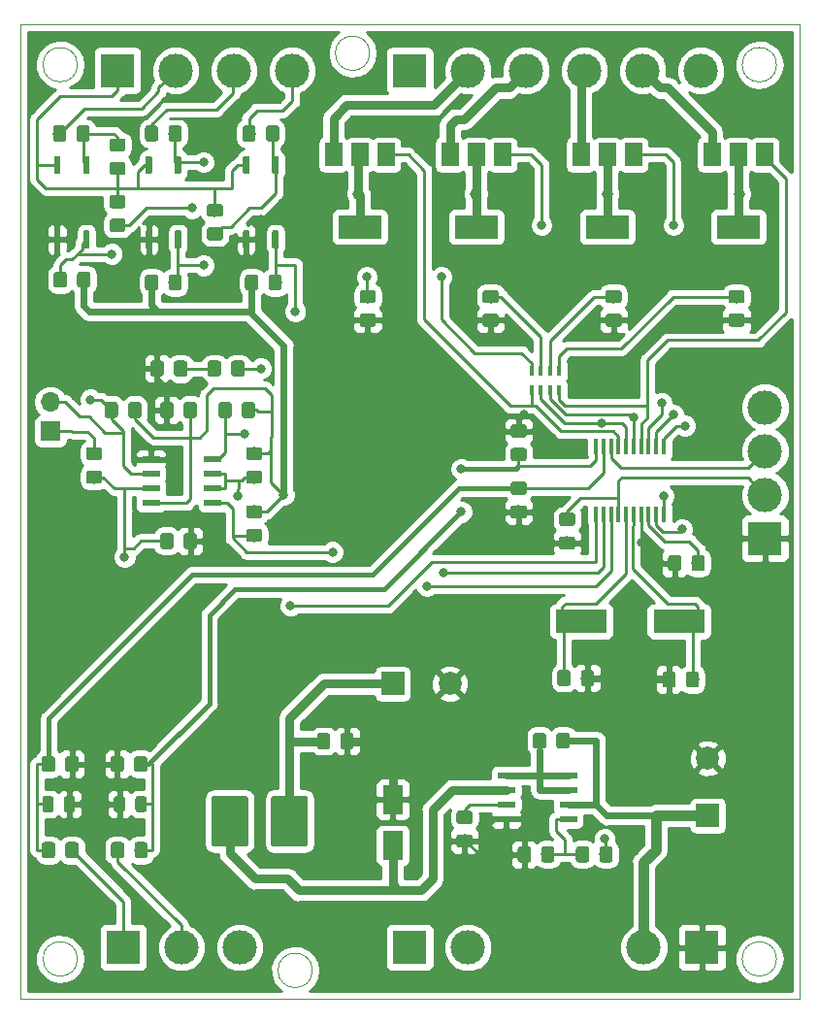
<source format=gtl>
G04 #@! TF.GenerationSoftware,KiCad,Pcbnew,(5.0.2)-1*
G04 #@! TF.CreationDate,2019-03-05T13:12:26+03:00*
G04 #@! TF.ProjectId,stm8do,73746d38-646f-42e6-9b69-6361645f7063,rev?*
G04 #@! TF.SameCoordinates,Original*
G04 #@! TF.FileFunction,Copper,L1,Top*
G04 #@! TF.FilePolarity,Positive*
%FSLAX46Y46*%
G04 Gerber Fmt 4.6, Leading zero omitted, Abs format (unit mm)*
G04 Created by KiCad (PCBNEW (5.0.2)-1) date 05.03.2019 13:12:26*
%MOMM*%
%LPD*%
G01*
G04 APERTURE LIST*
G04 #@! TA.AperFunction,NonConductor*
%ADD10C,0.100000*%
G04 #@! TD*
G04 #@! TA.AperFunction,ComponentPad*
%ADD11O,1.700000X1.700000*%
G04 #@! TD*
G04 #@! TA.AperFunction,ComponentPad*
%ADD12R,1.700000X1.700000*%
G04 #@! TD*
G04 #@! TA.AperFunction,SMDPad,CuDef*
%ADD13R,1.800000X2.500000*%
G04 #@! TD*
G04 #@! TA.AperFunction,SMDPad,CuDef*
%ADD14R,4.500000X2.000000*%
G04 #@! TD*
G04 #@! TA.AperFunction,ComponentPad*
%ADD15C,3.000000*%
G04 #@! TD*
G04 #@! TA.AperFunction,ComponentPad*
%ADD16R,3.000000X3.000000*%
G04 #@! TD*
G04 #@! TA.AperFunction,ComponentPad*
%ADD17C,2.999740*%
G04 #@! TD*
G04 #@! TA.AperFunction,ComponentPad*
%ADD18R,2.999740X2.999740*%
G04 #@! TD*
G04 #@! TA.AperFunction,Conductor*
%ADD19C,0.100000*%
G04 #@! TD*
G04 #@! TA.AperFunction,SMDPad,CuDef*
%ADD20C,1.150000*%
G04 #@! TD*
G04 #@! TA.AperFunction,ComponentPad*
%ADD21C,2.000000*%
G04 #@! TD*
G04 #@! TA.AperFunction,ComponentPad*
%ADD22R,2.000000X2.000000*%
G04 #@! TD*
G04 #@! TA.AperFunction,SMDPad,CuDef*
%ADD23C,0.975000*%
G04 #@! TD*
G04 #@! TA.AperFunction,SMDPad,CuDef*
%ADD24R,1.500000X2.000000*%
G04 #@! TD*
G04 #@! TA.AperFunction,SMDPad,CuDef*
%ADD25R,3.800000X2.000000*%
G04 #@! TD*
G04 #@! TA.AperFunction,SMDPad,CuDef*
%ADD26R,0.400000X0.900000*%
G04 #@! TD*
G04 #@! TA.AperFunction,SMDPad,CuDef*
%ADD27R,1.550000X0.600000*%
G04 #@! TD*
G04 #@! TA.AperFunction,SMDPad,CuDef*
%ADD28R,0.450000X1.450000*%
G04 #@! TD*
G04 #@! TA.AperFunction,SMDPad,CuDef*
%ADD29C,0.550000*%
G04 #@! TD*
G04 #@! TA.AperFunction,SMDPad,CuDef*
%ADD30C,3.200000*%
G04 #@! TD*
G04 #@! TA.AperFunction,ViaPad*
%ADD31C,0.800000*%
G04 #@! TD*
G04 #@! TA.AperFunction,ViaPad*
%ADD32C,1.000000*%
G04 #@! TD*
G04 #@! TA.AperFunction,Conductor*
%ADD33C,0.250000*%
G04 #@! TD*
G04 #@! TA.AperFunction,Conductor*
%ADD34C,0.800000*%
G04 #@! TD*
G04 #@! TA.AperFunction,Conductor*
%ADD35C,0.600000*%
G04 #@! TD*
G04 #@! TA.AperFunction,Conductor*
%ADD36C,0.900000*%
G04 #@! TD*
G04 #@! TA.AperFunction,Conductor*
%ADD37C,0.400000*%
G04 #@! TD*
G04 #@! TA.AperFunction,Conductor*
%ADD38C,0.254000*%
G04 #@! TD*
G04 APERTURE END LIST*
D10*
X74500000Y-59000000D02*
G75*
G03X74500000Y-59000000I-1500000J0D01*
G01*
X135500000Y-59000000D02*
G75*
G03X135500000Y-59000000I-1500000J0D01*
G01*
X135500000Y-137000000D02*
G75*
G03X135500000Y-137000000I-1500000J0D01*
G01*
X74500000Y-137000000D02*
G75*
G03X74500000Y-137000000I-1500000J0D01*
G01*
X95000000Y-138000000D02*
G75*
G03X95000000Y-138000000I-1500000J0D01*
G01*
X100000000Y-58000000D02*
G75*
G03X100000000Y-58000000I-1500000J0D01*
G01*
X137500000Y-55500000D02*
X69500000Y-55500000D01*
X137500000Y-140500000D02*
X137500000Y-55500000D01*
X69500000Y-140500000D02*
X137500000Y-140500000D01*
X69500000Y-55500000D02*
X69500000Y-140500000D01*
D11*
G04 #@! TO.P,J1,2*
G04 #@! TO.N,A+*
X72149834Y-88433810D03*
D12*
G04 #@! TO.P,J1,1*
G04 #@! TO.N,Net-(J1-Pad1)*
X72149834Y-90973810D03*
G04 #@! TD*
D13*
G04 #@! TO.P,D1,2*
G04 #@! TO.N,GND*
X102000000Y-123100000D03*
G04 #@! TO.P,D1,1*
G04 #@! TO.N,Net-(D1-Pad1)*
X102000000Y-127100000D03*
G04 #@! TD*
D14*
G04 #@! TO.P,Y1,2*
G04 #@! TO.N,Net-(C12-Pad2)*
X126973060Y-107551360D03*
G04 #@! TO.P,Y1,1*
G04 #@! TO.N,Net-(C11-Pad2)*
X118473060Y-107551360D03*
G04 #@! TD*
D15*
G04 #@! TO.P,P3,4*
G04 #@! TO.N,Net-(P3-Pad4)*
X93240000Y-59500000D03*
D16*
G04 #@! TO.P,P3,1*
G04 #@! TO.N,/EXT_GND*
X78000000Y-59500000D03*
D15*
G04 #@! TO.P,P3,3*
G04 #@! TO.N,Net-(P3-Pad3)*
X88160000Y-59500000D03*
G04 #@! TO.P,P3,2*
G04 #@! TO.N,Net-(P3-Pad2)*
X83080000Y-59500000D03*
G04 #@! TD*
G04 #@! TO.P,P4,3*
G04 #@! TO.N,N/C*
X88660000Y-136000000D03*
G04 #@! TO.P,P4,2*
G04 #@! TO.N,Net-(P4-Pad2)*
X83580000Y-136000000D03*
D16*
G04 #@! TO.P,P4,1*
G04 #@! TO.N,Net-(P4-Pad1)*
X78500000Y-136000000D03*
G04 #@! TD*
D17*
G04 #@! TO.P,P2,4*
G04 #@! TO.N,+5V*
X134500000Y-88880000D03*
G04 #@! TO.P,P2,3*
G04 #@! TO.N,SWIM*
X134500000Y-92690000D03*
G04 #@! TO.P,P2,2*
G04 #@! TO.N,SWIM_RST*
X134500000Y-96500000D03*
D18*
G04 #@! TO.P,P2,1*
G04 #@! TO.N,GND*
X134500000Y-100310000D03*
G04 #@! TD*
D15*
G04 #@! TO.P,P1,2*
G04 #@! TO.N,Net-(C3-Pad1)*
X123920000Y-136000000D03*
D16*
G04 #@! TO.P,P1,1*
G04 #@! TO.N,GND*
X129000000Y-136000000D03*
G04 #@! TD*
D15*
G04 #@! TO.P,P5,6*
G04 #@! TO.N,N/C*
X128900000Y-59500000D03*
G04 #@! TO.P,P5,5*
G04 #@! TO.N,Net-(D12-Pad3)*
X123820000Y-59500000D03*
G04 #@! TO.P,P5,4*
G04 #@! TO.N,Net-(D11-Pad3)*
X118740000Y-59500000D03*
D16*
G04 #@! TO.P,P5,1*
G04 #@! TO.N,Vbb*
X103500000Y-59500000D03*
D15*
G04 #@! TO.P,P5,3*
G04 #@! TO.N,Net-(D10-Pad3)*
X113660000Y-59500000D03*
G04 #@! TO.P,P5,2*
G04 #@! TO.N,Net-(D9-Pad3)*
X108580000Y-59500000D03*
G04 #@! TD*
D19*
G04 #@! TO.N,GND*
G04 #@! TO.C,R18*
G36*
X84694099Y-99845734D02*
X84718367Y-99849334D01*
X84742166Y-99855295D01*
X84765265Y-99863560D01*
X84787444Y-99874050D01*
X84808487Y-99886662D01*
X84828193Y-99901277D01*
X84846371Y-99917753D01*
X84862847Y-99935931D01*
X84877462Y-99955637D01*
X84890074Y-99976680D01*
X84900564Y-99998859D01*
X84908829Y-100021958D01*
X84914790Y-100045757D01*
X84918390Y-100070025D01*
X84919594Y-100094529D01*
X84919594Y-100994531D01*
X84918390Y-101019035D01*
X84914790Y-101043303D01*
X84908829Y-101067102D01*
X84900564Y-101090201D01*
X84890074Y-101112380D01*
X84877462Y-101133423D01*
X84862847Y-101153129D01*
X84846371Y-101171307D01*
X84828193Y-101187783D01*
X84808487Y-101202398D01*
X84787444Y-101215010D01*
X84765265Y-101225500D01*
X84742166Y-101233765D01*
X84718367Y-101239726D01*
X84694099Y-101243326D01*
X84669595Y-101244530D01*
X84019593Y-101244530D01*
X83995089Y-101243326D01*
X83970821Y-101239726D01*
X83947022Y-101233765D01*
X83923923Y-101225500D01*
X83901744Y-101215010D01*
X83880701Y-101202398D01*
X83860995Y-101187783D01*
X83842817Y-101171307D01*
X83826341Y-101153129D01*
X83811726Y-101133423D01*
X83799114Y-101112380D01*
X83788624Y-101090201D01*
X83780359Y-101067102D01*
X83774398Y-101043303D01*
X83770798Y-101019035D01*
X83769594Y-100994531D01*
X83769594Y-100094529D01*
X83770798Y-100070025D01*
X83774398Y-100045757D01*
X83780359Y-100021958D01*
X83788624Y-99998859D01*
X83799114Y-99976680D01*
X83811726Y-99955637D01*
X83826341Y-99935931D01*
X83842817Y-99917753D01*
X83860995Y-99901277D01*
X83880701Y-99886662D01*
X83901744Y-99874050D01*
X83923923Y-99863560D01*
X83947022Y-99855295D01*
X83970821Y-99849334D01*
X83995089Y-99845734D01*
X84019593Y-99844530D01*
X84669595Y-99844530D01*
X84694099Y-99845734D01*
X84694099Y-99845734D01*
G37*
D20*
G04 #@! TD*
G04 #@! TO.P,R18,2*
G04 #@! TO.N,GND*
X84344594Y-100544530D03*
D19*
G04 #@! TO.N,B-*
G04 #@! TO.C,R18*
G36*
X82644099Y-99845734D02*
X82668367Y-99849334D01*
X82692166Y-99855295D01*
X82715265Y-99863560D01*
X82737444Y-99874050D01*
X82758487Y-99886662D01*
X82778193Y-99901277D01*
X82796371Y-99917753D01*
X82812847Y-99935931D01*
X82827462Y-99955637D01*
X82840074Y-99976680D01*
X82850564Y-99998859D01*
X82858829Y-100021958D01*
X82864790Y-100045757D01*
X82868390Y-100070025D01*
X82869594Y-100094529D01*
X82869594Y-100994531D01*
X82868390Y-101019035D01*
X82864790Y-101043303D01*
X82858829Y-101067102D01*
X82850564Y-101090201D01*
X82840074Y-101112380D01*
X82827462Y-101133423D01*
X82812847Y-101153129D01*
X82796371Y-101171307D01*
X82778193Y-101187783D01*
X82758487Y-101202398D01*
X82737444Y-101215010D01*
X82715265Y-101225500D01*
X82692166Y-101233765D01*
X82668367Y-101239726D01*
X82644099Y-101243326D01*
X82619595Y-101244530D01*
X81969593Y-101244530D01*
X81945089Y-101243326D01*
X81920821Y-101239726D01*
X81897022Y-101233765D01*
X81873923Y-101225500D01*
X81851744Y-101215010D01*
X81830701Y-101202398D01*
X81810995Y-101187783D01*
X81792817Y-101171307D01*
X81776341Y-101153129D01*
X81761726Y-101133423D01*
X81749114Y-101112380D01*
X81738624Y-101090201D01*
X81730359Y-101067102D01*
X81724398Y-101043303D01*
X81720798Y-101019035D01*
X81719594Y-100994531D01*
X81719594Y-100094529D01*
X81720798Y-100070025D01*
X81724398Y-100045757D01*
X81730359Y-100021958D01*
X81738624Y-99998859D01*
X81749114Y-99976680D01*
X81761726Y-99955637D01*
X81776341Y-99935931D01*
X81792817Y-99917753D01*
X81810995Y-99901277D01*
X81830701Y-99886662D01*
X81851744Y-99874050D01*
X81873923Y-99863560D01*
X81897022Y-99855295D01*
X81920821Y-99849334D01*
X81945089Y-99845734D01*
X81969593Y-99844530D01*
X82619595Y-99844530D01*
X82644099Y-99845734D01*
X82644099Y-99845734D01*
G37*
D20*
G04 #@! TD*
G04 #@! TO.P,R18,1*
G04 #@! TO.N,B-*
X82294594Y-100544530D03*
D21*
G04 #@! TO.P,C3,2*
G04 #@! TO.N,GND*
X129500000Y-119500000D03*
D22*
G04 #@! TO.P,C3,1*
G04 #@! TO.N,Net-(C3-Pad1)*
X129500000Y-124500000D03*
G04 #@! TD*
D19*
G04 #@! TO.N,GND*
G04 #@! TO.C,C4*
G36*
X108746687Y-126131483D02*
X108770955Y-126135083D01*
X108794754Y-126141044D01*
X108817853Y-126149309D01*
X108840032Y-126159799D01*
X108861075Y-126172411D01*
X108880781Y-126187026D01*
X108898959Y-126203502D01*
X108915435Y-126221680D01*
X108930050Y-126241386D01*
X108942662Y-126262429D01*
X108953152Y-126284608D01*
X108961417Y-126307707D01*
X108967378Y-126331506D01*
X108970978Y-126355774D01*
X108972182Y-126380278D01*
X108972182Y-127030280D01*
X108970978Y-127054784D01*
X108967378Y-127079052D01*
X108961417Y-127102851D01*
X108953152Y-127125950D01*
X108942662Y-127148129D01*
X108930050Y-127169172D01*
X108915435Y-127188878D01*
X108898959Y-127207056D01*
X108880781Y-127223532D01*
X108861075Y-127238147D01*
X108840032Y-127250759D01*
X108817853Y-127261249D01*
X108794754Y-127269514D01*
X108770955Y-127275475D01*
X108746687Y-127279075D01*
X108722183Y-127280279D01*
X107822181Y-127280279D01*
X107797677Y-127279075D01*
X107773409Y-127275475D01*
X107749610Y-127269514D01*
X107726511Y-127261249D01*
X107704332Y-127250759D01*
X107683289Y-127238147D01*
X107663583Y-127223532D01*
X107645405Y-127207056D01*
X107628929Y-127188878D01*
X107614314Y-127169172D01*
X107601702Y-127148129D01*
X107591212Y-127125950D01*
X107582947Y-127102851D01*
X107576986Y-127079052D01*
X107573386Y-127054784D01*
X107572182Y-127030280D01*
X107572182Y-126380278D01*
X107573386Y-126355774D01*
X107576986Y-126331506D01*
X107582947Y-126307707D01*
X107591212Y-126284608D01*
X107601702Y-126262429D01*
X107614314Y-126241386D01*
X107628929Y-126221680D01*
X107645405Y-126203502D01*
X107663583Y-126187026D01*
X107683289Y-126172411D01*
X107704332Y-126159799D01*
X107726511Y-126149309D01*
X107749610Y-126141044D01*
X107773409Y-126135083D01*
X107797677Y-126131483D01*
X107822181Y-126130279D01*
X108722183Y-126130279D01*
X108746687Y-126131483D01*
X108746687Y-126131483D01*
G37*
D20*
G04 #@! TD*
G04 #@! TO.P,C4,2*
G04 #@! TO.N,GND*
X108272182Y-126705279D03*
D19*
G04 #@! TO.N,Net-(C4-Pad1)*
G04 #@! TO.C,C4*
G36*
X108746687Y-124081483D02*
X108770955Y-124085083D01*
X108794754Y-124091044D01*
X108817853Y-124099309D01*
X108840032Y-124109799D01*
X108861075Y-124122411D01*
X108880781Y-124137026D01*
X108898959Y-124153502D01*
X108915435Y-124171680D01*
X108930050Y-124191386D01*
X108942662Y-124212429D01*
X108953152Y-124234608D01*
X108961417Y-124257707D01*
X108967378Y-124281506D01*
X108970978Y-124305774D01*
X108972182Y-124330278D01*
X108972182Y-124980280D01*
X108970978Y-125004784D01*
X108967378Y-125029052D01*
X108961417Y-125052851D01*
X108953152Y-125075950D01*
X108942662Y-125098129D01*
X108930050Y-125119172D01*
X108915435Y-125138878D01*
X108898959Y-125157056D01*
X108880781Y-125173532D01*
X108861075Y-125188147D01*
X108840032Y-125200759D01*
X108817853Y-125211249D01*
X108794754Y-125219514D01*
X108770955Y-125225475D01*
X108746687Y-125229075D01*
X108722183Y-125230279D01*
X107822181Y-125230279D01*
X107797677Y-125229075D01*
X107773409Y-125225475D01*
X107749610Y-125219514D01*
X107726511Y-125211249D01*
X107704332Y-125200759D01*
X107683289Y-125188147D01*
X107663583Y-125173532D01*
X107645405Y-125157056D01*
X107628929Y-125138878D01*
X107614314Y-125119172D01*
X107601702Y-125098129D01*
X107591212Y-125075950D01*
X107582947Y-125052851D01*
X107576986Y-125029052D01*
X107573386Y-125004784D01*
X107572182Y-124980280D01*
X107572182Y-124330278D01*
X107573386Y-124305774D01*
X107576986Y-124281506D01*
X107582947Y-124257707D01*
X107591212Y-124234608D01*
X107601702Y-124212429D01*
X107614314Y-124191386D01*
X107628929Y-124171680D01*
X107645405Y-124153502D01*
X107663583Y-124137026D01*
X107683289Y-124122411D01*
X107704332Y-124109799D01*
X107726511Y-124099309D01*
X107749610Y-124091044D01*
X107773409Y-124085083D01*
X107797677Y-124081483D01*
X107822181Y-124080279D01*
X108722183Y-124080279D01*
X108746687Y-124081483D01*
X108746687Y-124081483D01*
G37*
D20*
G04 #@! TD*
G04 #@! TO.P,C4,1*
G04 #@! TO.N,Net-(C4-Pad1)*
X108272182Y-124655279D03*
D19*
G04 #@! TO.N,GND*
G04 #@! TO.C,C5*
G36*
X117705065Y-100137564D02*
X117729333Y-100141164D01*
X117753132Y-100147125D01*
X117776231Y-100155390D01*
X117798410Y-100165880D01*
X117819453Y-100178492D01*
X117839159Y-100193107D01*
X117857337Y-100209583D01*
X117873813Y-100227761D01*
X117888428Y-100247467D01*
X117901040Y-100268510D01*
X117911530Y-100290689D01*
X117919795Y-100313788D01*
X117925756Y-100337587D01*
X117929356Y-100361855D01*
X117930560Y-100386359D01*
X117930560Y-101036361D01*
X117929356Y-101060865D01*
X117925756Y-101085133D01*
X117919795Y-101108932D01*
X117911530Y-101132031D01*
X117901040Y-101154210D01*
X117888428Y-101175253D01*
X117873813Y-101194959D01*
X117857337Y-101213137D01*
X117839159Y-101229613D01*
X117819453Y-101244228D01*
X117798410Y-101256840D01*
X117776231Y-101267330D01*
X117753132Y-101275595D01*
X117729333Y-101281556D01*
X117705065Y-101285156D01*
X117680561Y-101286360D01*
X116780559Y-101286360D01*
X116756055Y-101285156D01*
X116731787Y-101281556D01*
X116707988Y-101275595D01*
X116684889Y-101267330D01*
X116662710Y-101256840D01*
X116641667Y-101244228D01*
X116621961Y-101229613D01*
X116603783Y-101213137D01*
X116587307Y-101194959D01*
X116572692Y-101175253D01*
X116560080Y-101154210D01*
X116549590Y-101132031D01*
X116541325Y-101108932D01*
X116535364Y-101085133D01*
X116531764Y-101060865D01*
X116530560Y-101036361D01*
X116530560Y-100386359D01*
X116531764Y-100361855D01*
X116535364Y-100337587D01*
X116541325Y-100313788D01*
X116549590Y-100290689D01*
X116560080Y-100268510D01*
X116572692Y-100247467D01*
X116587307Y-100227761D01*
X116603783Y-100209583D01*
X116621961Y-100193107D01*
X116641667Y-100178492D01*
X116662710Y-100165880D01*
X116684889Y-100155390D01*
X116707988Y-100147125D01*
X116731787Y-100141164D01*
X116756055Y-100137564D01*
X116780559Y-100136360D01*
X117680561Y-100136360D01*
X117705065Y-100137564D01*
X117705065Y-100137564D01*
G37*
D20*
G04 #@! TD*
G04 #@! TO.P,C5,2*
G04 #@! TO.N,GND*
X117230560Y-100711360D03*
D19*
G04 #@! TO.N,SWIM_RST*
G04 #@! TO.C,C5*
G36*
X117705065Y-98087564D02*
X117729333Y-98091164D01*
X117753132Y-98097125D01*
X117776231Y-98105390D01*
X117798410Y-98115880D01*
X117819453Y-98128492D01*
X117839159Y-98143107D01*
X117857337Y-98159583D01*
X117873813Y-98177761D01*
X117888428Y-98197467D01*
X117901040Y-98218510D01*
X117911530Y-98240689D01*
X117919795Y-98263788D01*
X117925756Y-98287587D01*
X117929356Y-98311855D01*
X117930560Y-98336359D01*
X117930560Y-98986361D01*
X117929356Y-99010865D01*
X117925756Y-99035133D01*
X117919795Y-99058932D01*
X117911530Y-99082031D01*
X117901040Y-99104210D01*
X117888428Y-99125253D01*
X117873813Y-99144959D01*
X117857337Y-99163137D01*
X117839159Y-99179613D01*
X117819453Y-99194228D01*
X117798410Y-99206840D01*
X117776231Y-99217330D01*
X117753132Y-99225595D01*
X117729333Y-99231556D01*
X117705065Y-99235156D01*
X117680561Y-99236360D01*
X116780559Y-99236360D01*
X116756055Y-99235156D01*
X116731787Y-99231556D01*
X116707988Y-99225595D01*
X116684889Y-99217330D01*
X116662710Y-99206840D01*
X116641667Y-99194228D01*
X116621961Y-99179613D01*
X116603783Y-99163137D01*
X116587307Y-99144959D01*
X116572692Y-99125253D01*
X116560080Y-99104210D01*
X116549590Y-99082031D01*
X116541325Y-99058932D01*
X116535364Y-99035133D01*
X116531764Y-99010865D01*
X116530560Y-98986361D01*
X116530560Y-98336359D01*
X116531764Y-98311855D01*
X116535364Y-98287587D01*
X116541325Y-98263788D01*
X116549590Y-98240689D01*
X116560080Y-98218510D01*
X116572692Y-98197467D01*
X116587307Y-98177761D01*
X116603783Y-98159583D01*
X116621961Y-98143107D01*
X116641667Y-98128492D01*
X116662710Y-98115880D01*
X116684889Y-98105390D01*
X116707988Y-98097125D01*
X116731787Y-98091164D01*
X116756055Y-98087564D01*
X116780559Y-98086360D01*
X117680561Y-98086360D01*
X117705065Y-98087564D01*
X117705065Y-98087564D01*
G37*
D20*
G04 #@! TD*
G04 #@! TO.P,C5,1*
G04 #@! TO.N,SWIM_RST*
X117230560Y-98661360D03*
D19*
G04 #@! TO.N,GND*
G04 #@! TO.C,C6*
G36*
X126960065Y-101772564D02*
X126984333Y-101776164D01*
X127008132Y-101782125D01*
X127031231Y-101790390D01*
X127053410Y-101800880D01*
X127074453Y-101813492D01*
X127094159Y-101828107D01*
X127112337Y-101844583D01*
X127128813Y-101862761D01*
X127143428Y-101882467D01*
X127156040Y-101903510D01*
X127166530Y-101925689D01*
X127174795Y-101948788D01*
X127180756Y-101972587D01*
X127184356Y-101996855D01*
X127185560Y-102021359D01*
X127185560Y-102921361D01*
X127184356Y-102945865D01*
X127180756Y-102970133D01*
X127174795Y-102993932D01*
X127166530Y-103017031D01*
X127156040Y-103039210D01*
X127143428Y-103060253D01*
X127128813Y-103079959D01*
X127112337Y-103098137D01*
X127094159Y-103114613D01*
X127074453Y-103129228D01*
X127053410Y-103141840D01*
X127031231Y-103152330D01*
X127008132Y-103160595D01*
X126984333Y-103166556D01*
X126960065Y-103170156D01*
X126935561Y-103171360D01*
X126285559Y-103171360D01*
X126261055Y-103170156D01*
X126236787Y-103166556D01*
X126212988Y-103160595D01*
X126189889Y-103152330D01*
X126167710Y-103141840D01*
X126146667Y-103129228D01*
X126126961Y-103114613D01*
X126108783Y-103098137D01*
X126092307Y-103079959D01*
X126077692Y-103060253D01*
X126065080Y-103039210D01*
X126054590Y-103017031D01*
X126046325Y-102993932D01*
X126040364Y-102970133D01*
X126036764Y-102945865D01*
X126035560Y-102921361D01*
X126035560Y-102021359D01*
X126036764Y-101996855D01*
X126040364Y-101972587D01*
X126046325Y-101948788D01*
X126054590Y-101925689D01*
X126065080Y-101903510D01*
X126077692Y-101882467D01*
X126092307Y-101862761D01*
X126108783Y-101844583D01*
X126126961Y-101828107D01*
X126146667Y-101813492D01*
X126167710Y-101800880D01*
X126189889Y-101790390D01*
X126212988Y-101782125D01*
X126236787Y-101776164D01*
X126261055Y-101772564D01*
X126285559Y-101771360D01*
X126935561Y-101771360D01*
X126960065Y-101772564D01*
X126960065Y-101772564D01*
G37*
D20*
G04 #@! TD*
G04 #@! TO.P,C6,2*
G04 #@! TO.N,GND*
X126610560Y-102471360D03*
D19*
G04 #@! TO.N,Net-(C6-Pad1)*
G04 #@! TO.C,C6*
G36*
X129010065Y-101772564D02*
X129034333Y-101776164D01*
X129058132Y-101782125D01*
X129081231Y-101790390D01*
X129103410Y-101800880D01*
X129124453Y-101813492D01*
X129144159Y-101828107D01*
X129162337Y-101844583D01*
X129178813Y-101862761D01*
X129193428Y-101882467D01*
X129206040Y-101903510D01*
X129216530Y-101925689D01*
X129224795Y-101948788D01*
X129230756Y-101972587D01*
X129234356Y-101996855D01*
X129235560Y-102021359D01*
X129235560Y-102921361D01*
X129234356Y-102945865D01*
X129230756Y-102970133D01*
X129224795Y-102993932D01*
X129216530Y-103017031D01*
X129206040Y-103039210D01*
X129193428Y-103060253D01*
X129178813Y-103079959D01*
X129162337Y-103098137D01*
X129144159Y-103114613D01*
X129124453Y-103129228D01*
X129103410Y-103141840D01*
X129081231Y-103152330D01*
X129058132Y-103160595D01*
X129034333Y-103166556D01*
X129010065Y-103170156D01*
X128985561Y-103171360D01*
X128335559Y-103171360D01*
X128311055Y-103170156D01*
X128286787Y-103166556D01*
X128262988Y-103160595D01*
X128239889Y-103152330D01*
X128217710Y-103141840D01*
X128196667Y-103129228D01*
X128176961Y-103114613D01*
X128158783Y-103098137D01*
X128142307Y-103079959D01*
X128127692Y-103060253D01*
X128115080Y-103039210D01*
X128104590Y-103017031D01*
X128096325Y-102993932D01*
X128090364Y-102970133D01*
X128086764Y-102945865D01*
X128085560Y-102921361D01*
X128085560Y-102021359D01*
X128086764Y-101996855D01*
X128090364Y-101972587D01*
X128096325Y-101948788D01*
X128104590Y-101925689D01*
X128115080Y-101903510D01*
X128127692Y-101882467D01*
X128142307Y-101862761D01*
X128158783Y-101844583D01*
X128176961Y-101828107D01*
X128196667Y-101813492D01*
X128217710Y-101800880D01*
X128239889Y-101790390D01*
X128262988Y-101782125D01*
X128286787Y-101776164D01*
X128311055Y-101772564D01*
X128335559Y-101771360D01*
X128985561Y-101771360D01*
X129010065Y-101772564D01*
X129010065Y-101772564D01*
G37*
D20*
G04 #@! TD*
G04 #@! TO.P,C6,1*
G04 #@! TO.N,Net-(C6-Pad1)*
X128660560Y-102471360D03*
D21*
G04 #@! TO.P,C7,2*
G04 #@! TO.N,GND*
X107000000Y-113000000D03*
D22*
G04 #@! TO.P,C7,1*
G04 #@! TO.N,+5V*
X102000000Y-113000000D03*
G04 #@! TD*
D19*
G04 #@! TO.N,Net-(C8-Pad2)*
G04 #@! TO.C,C8*
G36*
X86974505Y-73176204D02*
X86998773Y-73179804D01*
X87022572Y-73185765D01*
X87045671Y-73194030D01*
X87067850Y-73204520D01*
X87088893Y-73217132D01*
X87108599Y-73231747D01*
X87126777Y-73248223D01*
X87143253Y-73266401D01*
X87157868Y-73286107D01*
X87170480Y-73307150D01*
X87180970Y-73329329D01*
X87189235Y-73352428D01*
X87195196Y-73376227D01*
X87198796Y-73400495D01*
X87200000Y-73424999D01*
X87200000Y-74075001D01*
X87198796Y-74099505D01*
X87195196Y-74123773D01*
X87189235Y-74147572D01*
X87180970Y-74170671D01*
X87170480Y-74192850D01*
X87157868Y-74213893D01*
X87143253Y-74233599D01*
X87126777Y-74251777D01*
X87108599Y-74268253D01*
X87088893Y-74282868D01*
X87067850Y-74295480D01*
X87045671Y-74305970D01*
X87022572Y-74314235D01*
X86998773Y-74320196D01*
X86974505Y-74323796D01*
X86950001Y-74325000D01*
X86049999Y-74325000D01*
X86025495Y-74323796D01*
X86001227Y-74320196D01*
X85977428Y-74314235D01*
X85954329Y-74305970D01*
X85932150Y-74295480D01*
X85911107Y-74282868D01*
X85891401Y-74268253D01*
X85873223Y-74251777D01*
X85856747Y-74233599D01*
X85842132Y-74213893D01*
X85829520Y-74192850D01*
X85819030Y-74170671D01*
X85810765Y-74147572D01*
X85804804Y-74123773D01*
X85801204Y-74099505D01*
X85800000Y-74075001D01*
X85800000Y-73424999D01*
X85801204Y-73400495D01*
X85804804Y-73376227D01*
X85810765Y-73352428D01*
X85819030Y-73329329D01*
X85829520Y-73307150D01*
X85842132Y-73286107D01*
X85856747Y-73266401D01*
X85873223Y-73248223D01*
X85891401Y-73231747D01*
X85911107Y-73217132D01*
X85932150Y-73204520D01*
X85954329Y-73194030D01*
X85977428Y-73185765D01*
X86001227Y-73179804D01*
X86025495Y-73176204D01*
X86049999Y-73175000D01*
X86950001Y-73175000D01*
X86974505Y-73176204D01*
X86974505Y-73176204D01*
G37*
D20*
G04 #@! TD*
G04 #@! TO.P,C8,2*
G04 #@! TO.N,Net-(C8-Pad2)*
X86500000Y-73750000D03*
D19*
G04 #@! TO.N,/EXT_GND*
G04 #@! TO.C,C8*
G36*
X86974505Y-71126204D02*
X86998773Y-71129804D01*
X87022572Y-71135765D01*
X87045671Y-71144030D01*
X87067850Y-71154520D01*
X87088893Y-71167132D01*
X87108599Y-71181747D01*
X87126777Y-71198223D01*
X87143253Y-71216401D01*
X87157868Y-71236107D01*
X87170480Y-71257150D01*
X87180970Y-71279329D01*
X87189235Y-71302428D01*
X87195196Y-71326227D01*
X87198796Y-71350495D01*
X87200000Y-71374999D01*
X87200000Y-72025001D01*
X87198796Y-72049505D01*
X87195196Y-72073773D01*
X87189235Y-72097572D01*
X87180970Y-72120671D01*
X87170480Y-72142850D01*
X87157868Y-72163893D01*
X87143253Y-72183599D01*
X87126777Y-72201777D01*
X87108599Y-72218253D01*
X87088893Y-72232868D01*
X87067850Y-72245480D01*
X87045671Y-72255970D01*
X87022572Y-72264235D01*
X86998773Y-72270196D01*
X86974505Y-72273796D01*
X86950001Y-72275000D01*
X86049999Y-72275000D01*
X86025495Y-72273796D01*
X86001227Y-72270196D01*
X85977428Y-72264235D01*
X85954329Y-72255970D01*
X85932150Y-72245480D01*
X85911107Y-72232868D01*
X85891401Y-72218253D01*
X85873223Y-72201777D01*
X85856747Y-72183599D01*
X85842132Y-72163893D01*
X85829520Y-72142850D01*
X85819030Y-72120671D01*
X85810765Y-72097572D01*
X85804804Y-72073773D01*
X85801204Y-72049505D01*
X85800000Y-72025001D01*
X85800000Y-71374999D01*
X85801204Y-71350495D01*
X85804804Y-71326227D01*
X85810765Y-71302428D01*
X85819030Y-71279329D01*
X85829520Y-71257150D01*
X85842132Y-71236107D01*
X85856747Y-71216401D01*
X85873223Y-71198223D01*
X85891401Y-71181747D01*
X85911107Y-71167132D01*
X85932150Y-71154520D01*
X85954329Y-71144030D01*
X85977428Y-71135765D01*
X86001227Y-71129804D01*
X86025495Y-71126204D01*
X86049999Y-71125000D01*
X86950001Y-71125000D01*
X86974505Y-71126204D01*
X86974505Y-71126204D01*
G37*
D20*
G04 #@! TD*
G04 #@! TO.P,C8,1*
G04 #@! TO.N,/EXT_GND*
X86500000Y-71700000D03*
D19*
G04 #@! TO.N,Net-(C9-Pad2)*
G04 #@! TO.C,C9*
G36*
X78474505Y-72426204D02*
X78498773Y-72429804D01*
X78522572Y-72435765D01*
X78545671Y-72444030D01*
X78567850Y-72454520D01*
X78588893Y-72467132D01*
X78608599Y-72481747D01*
X78626777Y-72498223D01*
X78643253Y-72516401D01*
X78657868Y-72536107D01*
X78670480Y-72557150D01*
X78680970Y-72579329D01*
X78689235Y-72602428D01*
X78695196Y-72626227D01*
X78698796Y-72650495D01*
X78700000Y-72674999D01*
X78700000Y-73325001D01*
X78698796Y-73349505D01*
X78695196Y-73373773D01*
X78689235Y-73397572D01*
X78680970Y-73420671D01*
X78670480Y-73442850D01*
X78657868Y-73463893D01*
X78643253Y-73483599D01*
X78626777Y-73501777D01*
X78608599Y-73518253D01*
X78588893Y-73532868D01*
X78567850Y-73545480D01*
X78545671Y-73555970D01*
X78522572Y-73564235D01*
X78498773Y-73570196D01*
X78474505Y-73573796D01*
X78450001Y-73575000D01*
X77549999Y-73575000D01*
X77525495Y-73573796D01*
X77501227Y-73570196D01*
X77477428Y-73564235D01*
X77454329Y-73555970D01*
X77432150Y-73545480D01*
X77411107Y-73532868D01*
X77391401Y-73518253D01*
X77373223Y-73501777D01*
X77356747Y-73483599D01*
X77342132Y-73463893D01*
X77329520Y-73442850D01*
X77319030Y-73420671D01*
X77310765Y-73397572D01*
X77304804Y-73373773D01*
X77301204Y-73349505D01*
X77300000Y-73325001D01*
X77300000Y-72674999D01*
X77301204Y-72650495D01*
X77304804Y-72626227D01*
X77310765Y-72602428D01*
X77319030Y-72579329D01*
X77329520Y-72557150D01*
X77342132Y-72536107D01*
X77356747Y-72516401D01*
X77373223Y-72498223D01*
X77391401Y-72481747D01*
X77411107Y-72467132D01*
X77432150Y-72454520D01*
X77454329Y-72444030D01*
X77477428Y-72435765D01*
X77501227Y-72429804D01*
X77525495Y-72426204D01*
X77549999Y-72425000D01*
X78450001Y-72425000D01*
X78474505Y-72426204D01*
X78474505Y-72426204D01*
G37*
D20*
G04 #@! TD*
G04 #@! TO.P,C9,2*
G04 #@! TO.N,Net-(C9-Pad2)*
X78000000Y-73000000D03*
D19*
G04 #@! TO.N,/EXT_GND*
G04 #@! TO.C,C9*
G36*
X78474505Y-70376204D02*
X78498773Y-70379804D01*
X78522572Y-70385765D01*
X78545671Y-70394030D01*
X78567850Y-70404520D01*
X78588893Y-70417132D01*
X78608599Y-70431747D01*
X78626777Y-70448223D01*
X78643253Y-70466401D01*
X78657868Y-70486107D01*
X78670480Y-70507150D01*
X78680970Y-70529329D01*
X78689235Y-70552428D01*
X78695196Y-70576227D01*
X78698796Y-70600495D01*
X78700000Y-70624999D01*
X78700000Y-71275001D01*
X78698796Y-71299505D01*
X78695196Y-71323773D01*
X78689235Y-71347572D01*
X78680970Y-71370671D01*
X78670480Y-71392850D01*
X78657868Y-71413893D01*
X78643253Y-71433599D01*
X78626777Y-71451777D01*
X78608599Y-71468253D01*
X78588893Y-71482868D01*
X78567850Y-71495480D01*
X78545671Y-71505970D01*
X78522572Y-71514235D01*
X78498773Y-71520196D01*
X78474505Y-71523796D01*
X78450001Y-71525000D01*
X77549999Y-71525000D01*
X77525495Y-71523796D01*
X77501227Y-71520196D01*
X77477428Y-71514235D01*
X77454329Y-71505970D01*
X77432150Y-71495480D01*
X77411107Y-71482868D01*
X77391401Y-71468253D01*
X77373223Y-71451777D01*
X77356747Y-71433599D01*
X77342132Y-71413893D01*
X77329520Y-71392850D01*
X77319030Y-71370671D01*
X77310765Y-71347572D01*
X77304804Y-71323773D01*
X77301204Y-71299505D01*
X77300000Y-71275001D01*
X77300000Y-70624999D01*
X77301204Y-70600495D01*
X77304804Y-70576227D01*
X77310765Y-70552428D01*
X77319030Y-70529329D01*
X77329520Y-70507150D01*
X77342132Y-70486107D01*
X77356747Y-70466401D01*
X77373223Y-70448223D01*
X77391401Y-70431747D01*
X77411107Y-70417132D01*
X77432150Y-70404520D01*
X77454329Y-70394030D01*
X77477428Y-70385765D01*
X77501227Y-70379804D01*
X77525495Y-70376204D01*
X77549999Y-70375000D01*
X78450001Y-70375000D01*
X78474505Y-70376204D01*
X78474505Y-70376204D01*
G37*
D20*
G04 #@! TD*
G04 #@! TO.P,C9,1*
G04 #@! TO.N,/EXT_GND*
X78000000Y-70950000D03*
D19*
G04 #@! TO.N,Net-(C10-Pad2)*
G04 #@! TO.C,C10*
G36*
X78474505Y-65426204D02*
X78498773Y-65429804D01*
X78522572Y-65435765D01*
X78545671Y-65444030D01*
X78567850Y-65454520D01*
X78588893Y-65467132D01*
X78608599Y-65481747D01*
X78626777Y-65498223D01*
X78643253Y-65516401D01*
X78657868Y-65536107D01*
X78670480Y-65557150D01*
X78680970Y-65579329D01*
X78689235Y-65602428D01*
X78695196Y-65626227D01*
X78698796Y-65650495D01*
X78700000Y-65674999D01*
X78700000Y-66325001D01*
X78698796Y-66349505D01*
X78695196Y-66373773D01*
X78689235Y-66397572D01*
X78680970Y-66420671D01*
X78670480Y-66442850D01*
X78657868Y-66463893D01*
X78643253Y-66483599D01*
X78626777Y-66501777D01*
X78608599Y-66518253D01*
X78588893Y-66532868D01*
X78567850Y-66545480D01*
X78545671Y-66555970D01*
X78522572Y-66564235D01*
X78498773Y-66570196D01*
X78474505Y-66573796D01*
X78450001Y-66575000D01*
X77549999Y-66575000D01*
X77525495Y-66573796D01*
X77501227Y-66570196D01*
X77477428Y-66564235D01*
X77454329Y-66555970D01*
X77432150Y-66545480D01*
X77411107Y-66532868D01*
X77391401Y-66518253D01*
X77373223Y-66501777D01*
X77356747Y-66483599D01*
X77342132Y-66463893D01*
X77329520Y-66442850D01*
X77319030Y-66420671D01*
X77310765Y-66397572D01*
X77304804Y-66373773D01*
X77301204Y-66349505D01*
X77300000Y-66325001D01*
X77300000Y-65674999D01*
X77301204Y-65650495D01*
X77304804Y-65626227D01*
X77310765Y-65602428D01*
X77319030Y-65579329D01*
X77329520Y-65557150D01*
X77342132Y-65536107D01*
X77356747Y-65516401D01*
X77373223Y-65498223D01*
X77391401Y-65481747D01*
X77411107Y-65467132D01*
X77432150Y-65454520D01*
X77454329Y-65444030D01*
X77477428Y-65435765D01*
X77501227Y-65429804D01*
X77525495Y-65426204D01*
X77549999Y-65425000D01*
X78450001Y-65425000D01*
X78474505Y-65426204D01*
X78474505Y-65426204D01*
G37*
D20*
G04 #@! TD*
G04 #@! TO.P,C10,2*
G04 #@! TO.N,Net-(C10-Pad2)*
X78000000Y-66000000D03*
D19*
G04 #@! TO.N,/EXT_GND*
G04 #@! TO.C,C10*
G36*
X78474505Y-67476204D02*
X78498773Y-67479804D01*
X78522572Y-67485765D01*
X78545671Y-67494030D01*
X78567850Y-67504520D01*
X78588893Y-67517132D01*
X78608599Y-67531747D01*
X78626777Y-67548223D01*
X78643253Y-67566401D01*
X78657868Y-67586107D01*
X78670480Y-67607150D01*
X78680970Y-67629329D01*
X78689235Y-67652428D01*
X78695196Y-67676227D01*
X78698796Y-67700495D01*
X78700000Y-67724999D01*
X78700000Y-68375001D01*
X78698796Y-68399505D01*
X78695196Y-68423773D01*
X78689235Y-68447572D01*
X78680970Y-68470671D01*
X78670480Y-68492850D01*
X78657868Y-68513893D01*
X78643253Y-68533599D01*
X78626777Y-68551777D01*
X78608599Y-68568253D01*
X78588893Y-68582868D01*
X78567850Y-68595480D01*
X78545671Y-68605970D01*
X78522572Y-68614235D01*
X78498773Y-68620196D01*
X78474505Y-68623796D01*
X78450001Y-68625000D01*
X77549999Y-68625000D01*
X77525495Y-68623796D01*
X77501227Y-68620196D01*
X77477428Y-68614235D01*
X77454329Y-68605970D01*
X77432150Y-68595480D01*
X77411107Y-68582868D01*
X77391401Y-68568253D01*
X77373223Y-68551777D01*
X77356747Y-68533599D01*
X77342132Y-68513893D01*
X77329520Y-68492850D01*
X77319030Y-68470671D01*
X77310765Y-68447572D01*
X77304804Y-68423773D01*
X77301204Y-68399505D01*
X77300000Y-68375001D01*
X77300000Y-67724999D01*
X77301204Y-67700495D01*
X77304804Y-67676227D01*
X77310765Y-67652428D01*
X77319030Y-67629329D01*
X77329520Y-67607150D01*
X77342132Y-67586107D01*
X77356747Y-67566401D01*
X77373223Y-67548223D01*
X77391401Y-67531747D01*
X77411107Y-67517132D01*
X77432150Y-67504520D01*
X77454329Y-67494030D01*
X77477428Y-67485765D01*
X77501227Y-67479804D01*
X77525495Y-67476204D01*
X77549999Y-67475000D01*
X78450001Y-67475000D01*
X78474505Y-67476204D01*
X78474505Y-67476204D01*
G37*
D20*
G04 #@! TD*
G04 #@! TO.P,C10,1*
G04 #@! TO.N,/EXT_GND*
X78000000Y-68050000D03*
D19*
G04 #@! TO.N,Net-(C11-Pad2)*
G04 #@! TO.C,C11*
G36*
X117299505Y-111801204D02*
X117323773Y-111804804D01*
X117347572Y-111810765D01*
X117370671Y-111819030D01*
X117392850Y-111829520D01*
X117413893Y-111842132D01*
X117433599Y-111856747D01*
X117451777Y-111873223D01*
X117468253Y-111891401D01*
X117482868Y-111911107D01*
X117495480Y-111932150D01*
X117505970Y-111954329D01*
X117514235Y-111977428D01*
X117520196Y-112001227D01*
X117523796Y-112025495D01*
X117525000Y-112049999D01*
X117525000Y-112950001D01*
X117523796Y-112974505D01*
X117520196Y-112998773D01*
X117514235Y-113022572D01*
X117505970Y-113045671D01*
X117495480Y-113067850D01*
X117482868Y-113088893D01*
X117468253Y-113108599D01*
X117451777Y-113126777D01*
X117433599Y-113143253D01*
X117413893Y-113157868D01*
X117392850Y-113170480D01*
X117370671Y-113180970D01*
X117347572Y-113189235D01*
X117323773Y-113195196D01*
X117299505Y-113198796D01*
X117275001Y-113200000D01*
X116624999Y-113200000D01*
X116600495Y-113198796D01*
X116576227Y-113195196D01*
X116552428Y-113189235D01*
X116529329Y-113180970D01*
X116507150Y-113170480D01*
X116486107Y-113157868D01*
X116466401Y-113143253D01*
X116448223Y-113126777D01*
X116431747Y-113108599D01*
X116417132Y-113088893D01*
X116404520Y-113067850D01*
X116394030Y-113045671D01*
X116385765Y-113022572D01*
X116379804Y-112998773D01*
X116376204Y-112974505D01*
X116375000Y-112950001D01*
X116375000Y-112049999D01*
X116376204Y-112025495D01*
X116379804Y-112001227D01*
X116385765Y-111977428D01*
X116394030Y-111954329D01*
X116404520Y-111932150D01*
X116417132Y-111911107D01*
X116431747Y-111891401D01*
X116448223Y-111873223D01*
X116466401Y-111856747D01*
X116486107Y-111842132D01*
X116507150Y-111829520D01*
X116529329Y-111819030D01*
X116552428Y-111810765D01*
X116576227Y-111804804D01*
X116600495Y-111801204D01*
X116624999Y-111800000D01*
X117275001Y-111800000D01*
X117299505Y-111801204D01*
X117299505Y-111801204D01*
G37*
D20*
G04 #@! TD*
G04 #@! TO.P,C11,2*
G04 #@! TO.N,Net-(C11-Pad2)*
X116950000Y-112500000D03*
D19*
G04 #@! TO.N,GND*
G04 #@! TO.C,C11*
G36*
X119349505Y-111801204D02*
X119373773Y-111804804D01*
X119397572Y-111810765D01*
X119420671Y-111819030D01*
X119442850Y-111829520D01*
X119463893Y-111842132D01*
X119483599Y-111856747D01*
X119501777Y-111873223D01*
X119518253Y-111891401D01*
X119532868Y-111911107D01*
X119545480Y-111932150D01*
X119555970Y-111954329D01*
X119564235Y-111977428D01*
X119570196Y-112001227D01*
X119573796Y-112025495D01*
X119575000Y-112049999D01*
X119575000Y-112950001D01*
X119573796Y-112974505D01*
X119570196Y-112998773D01*
X119564235Y-113022572D01*
X119555970Y-113045671D01*
X119545480Y-113067850D01*
X119532868Y-113088893D01*
X119518253Y-113108599D01*
X119501777Y-113126777D01*
X119483599Y-113143253D01*
X119463893Y-113157868D01*
X119442850Y-113170480D01*
X119420671Y-113180970D01*
X119397572Y-113189235D01*
X119373773Y-113195196D01*
X119349505Y-113198796D01*
X119325001Y-113200000D01*
X118674999Y-113200000D01*
X118650495Y-113198796D01*
X118626227Y-113195196D01*
X118602428Y-113189235D01*
X118579329Y-113180970D01*
X118557150Y-113170480D01*
X118536107Y-113157868D01*
X118516401Y-113143253D01*
X118498223Y-113126777D01*
X118481747Y-113108599D01*
X118467132Y-113088893D01*
X118454520Y-113067850D01*
X118444030Y-113045671D01*
X118435765Y-113022572D01*
X118429804Y-112998773D01*
X118426204Y-112974505D01*
X118425000Y-112950001D01*
X118425000Y-112049999D01*
X118426204Y-112025495D01*
X118429804Y-112001227D01*
X118435765Y-111977428D01*
X118444030Y-111954329D01*
X118454520Y-111932150D01*
X118467132Y-111911107D01*
X118481747Y-111891401D01*
X118498223Y-111873223D01*
X118516401Y-111856747D01*
X118536107Y-111842132D01*
X118557150Y-111829520D01*
X118579329Y-111819030D01*
X118602428Y-111810765D01*
X118626227Y-111804804D01*
X118650495Y-111801204D01*
X118674999Y-111800000D01*
X119325001Y-111800000D01*
X119349505Y-111801204D01*
X119349505Y-111801204D01*
G37*
D20*
G04 #@! TD*
G04 #@! TO.P,C11,1*
G04 #@! TO.N,GND*
X119000000Y-112500000D03*
D19*
G04 #@! TO.N,Net-(C12-Pad2)*
G04 #@! TO.C,C12*
G36*
X128520065Y-111932564D02*
X128544333Y-111936164D01*
X128568132Y-111942125D01*
X128591231Y-111950390D01*
X128613410Y-111960880D01*
X128634453Y-111973492D01*
X128654159Y-111988107D01*
X128672337Y-112004583D01*
X128688813Y-112022761D01*
X128703428Y-112042467D01*
X128716040Y-112063510D01*
X128726530Y-112085689D01*
X128734795Y-112108788D01*
X128740756Y-112132587D01*
X128744356Y-112156855D01*
X128745560Y-112181359D01*
X128745560Y-113081361D01*
X128744356Y-113105865D01*
X128740756Y-113130133D01*
X128734795Y-113153932D01*
X128726530Y-113177031D01*
X128716040Y-113199210D01*
X128703428Y-113220253D01*
X128688813Y-113239959D01*
X128672337Y-113258137D01*
X128654159Y-113274613D01*
X128634453Y-113289228D01*
X128613410Y-113301840D01*
X128591231Y-113312330D01*
X128568132Y-113320595D01*
X128544333Y-113326556D01*
X128520065Y-113330156D01*
X128495561Y-113331360D01*
X127845559Y-113331360D01*
X127821055Y-113330156D01*
X127796787Y-113326556D01*
X127772988Y-113320595D01*
X127749889Y-113312330D01*
X127727710Y-113301840D01*
X127706667Y-113289228D01*
X127686961Y-113274613D01*
X127668783Y-113258137D01*
X127652307Y-113239959D01*
X127637692Y-113220253D01*
X127625080Y-113199210D01*
X127614590Y-113177031D01*
X127606325Y-113153932D01*
X127600364Y-113130133D01*
X127596764Y-113105865D01*
X127595560Y-113081361D01*
X127595560Y-112181359D01*
X127596764Y-112156855D01*
X127600364Y-112132587D01*
X127606325Y-112108788D01*
X127614590Y-112085689D01*
X127625080Y-112063510D01*
X127637692Y-112042467D01*
X127652307Y-112022761D01*
X127668783Y-112004583D01*
X127686961Y-111988107D01*
X127706667Y-111973492D01*
X127727710Y-111960880D01*
X127749889Y-111950390D01*
X127772988Y-111942125D01*
X127796787Y-111936164D01*
X127821055Y-111932564D01*
X127845559Y-111931360D01*
X128495561Y-111931360D01*
X128520065Y-111932564D01*
X128520065Y-111932564D01*
G37*
D20*
G04 #@! TD*
G04 #@! TO.P,C12,2*
G04 #@! TO.N,Net-(C12-Pad2)*
X128170560Y-112631360D03*
D19*
G04 #@! TO.N,GND*
G04 #@! TO.C,C12*
G36*
X126470065Y-111932564D02*
X126494333Y-111936164D01*
X126518132Y-111942125D01*
X126541231Y-111950390D01*
X126563410Y-111960880D01*
X126584453Y-111973492D01*
X126604159Y-111988107D01*
X126622337Y-112004583D01*
X126638813Y-112022761D01*
X126653428Y-112042467D01*
X126666040Y-112063510D01*
X126676530Y-112085689D01*
X126684795Y-112108788D01*
X126690756Y-112132587D01*
X126694356Y-112156855D01*
X126695560Y-112181359D01*
X126695560Y-113081361D01*
X126694356Y-113105865D01*
X126690756Y-113130133D01*
X126684795Y-113153932D01*
X126676530Y-113177031D01*
X126666040Y-113199210D01*
X126653428Y-113220253D01*
X126638813Y-113239959D01*
X126622337Y-113258137D01*
X126604159Y-113274613D01*
X126584453Y-113289228D01*
X126563410Y-113301840D01*
X126541231Y-113312330D01*
X126518132Y-113320595D01*
X126494333Y-113326556D01*
X126470065Y-113330156D01*
X126445561Y-113331360D01*
X125795559Y-113331360D01*
X125771055Y-113330156D01*
X125746787Y-113326556D01*
X125722988Y-113320595D01*
X125699889Y-113312330D01*
X125677710Y-113301840D01*
X125656667Y-113289228D01*
X125636961Y-113274613D01*
X125618783Y-113258137D01*
X125602307Y-113239959D01*
X125587692Y-113220253D01*
X125575080Y-113199210D01*
X125564590Y-113177031D01*
X125556325Y-113153932D01*
X125550364Y-113130133D01*
X125546764Y-113105865D01*
X125545560Y-113081361D01*
X125545560Y-112181359D01*
X125546764Y-112156855D01*
X125550364Y-112132587D01*
X125556325Y-112108788D01*
X125564590Y-112085689D01*
X125575080Y-112063510D01*
X125587692Y-112042467D01*
X125602307Y-112022761D01*
X125618783Y-112004583D01*
X125636961Y-111988107D01*
X125656667Y-111973492D01*
X125677710Y-111960880D01*
X125699889Y-111950390D01*
X125722988Y-111942125D01*
X125746787Y-111936164D01*
X125771055Y-111932564D01*
X125795559Y-111931360D01*
X126445561Y-111931360D01*
X126470065Y-111932564D01*
X126470065Y-111932564D01*
G37*
D20*
G04 #@! TD*
G04 #@! TO.P,C12,1*
G04 #@! TO.N,GND*
X126120560Y-112631360D03*
D19*
G04 #@! TO.N,GND*
G04 #@! TO.C,C13*
G36*
X113474505Y-97426204D02*
X113498773Y-97429804D01*
X113522572Y-97435765D01*
X113545671Y-97444030D01*
X113567850Y-97454520D01*
X113588893Y-97467132D01*
X113608599Y-97481747D01*
X113626777Y-97498223D01*
X113643253Y-97516401D01*
X113657868Y-97536107D01*
X113670480Y-97557150D01*
X113680970Y-97579329D01*
X113689235Y-97602428D01*
X113695196Y-97626227D01*
X113698796Y-97650495D01*
X113700000Y-97674999D01*
X113700000Y-98325001D01*
X113698796Y-98349505D01*
X113695196Y-98373773D01*
X113689235Y-98397572D01*
X113680970Y-98420671D01*
X113670480Y-98442850D01*
X113657868Y-98463893D01*
X113643253Y-98483599D01*
X113626777Y-98501777D01*
X113608599Y-98518253D01*
X113588893Y-98532868D01*
X113567850Y-98545480D01*
X113545671Y-98555970D01*
X113522572Y-98564235D01*
X113498773Y-98570196D01*
X113474505Y-98573796D01*
X113450001Y-98575000D01*
X112549999Y-98575000D01*
X112525495Y-98573796D01*
X112501227Y-98570196D01*
X112477428Y-98564235D01*
X112454329Y-98555970D01*
X112432150Y-98545480D01*
X112411107Y-98532868D01*
X112391401Y-98518253D01*
X112373223Y-98501777D01*
X112356747Y-98483599D01*
X112342132Y-98463893D01*
X112329520Y-98442850D01*
X112319030Y-98420671D01*
X112310765Y-98397572D01*
X112304804Y-98373773D01*
X112301204Y-98349505D01*
X112300000Y-98325001D01*
X112300000Y-97674999D01*
X112301204Y-97650495D01*
X112304804Y-97626227D01*
X112310765Y-97602428D01*
X112319030Y-97579329D01*
X112329520Y-97557150D01*
X112342132Y-97536107D01*
X112356747Y-97516401D01*
X112373223Y-97498223D01*
X112391401Y-97481747D01*
X112411107Y-97467132D01*
X112432150Y-97454520D01*
X112454329Y-97444030D01*
X112477428Y-97435765D01*
X112501227Y-97429804D01*
X112525495Y-97426204D01*
X112549999Y-97425000D01*
X113450001Y-97425000D01*
X113474505Y-97426204D01*
X113474505Y-97426204D01*
G37*
D20*
G04 #@! TD*
G04 #@! TO.P,C13,2*
G04 #@! TO.N,GND*
X113000000Y-98000000D03*
D19*
G04 #@! TO.N,AIN1*
G04 #@! TO.C,C13*
G36*
X113474505Y-95376204D02*
X113498773Y-95379804D01*
X113522572Y-95385765D01*
X113545671Y-95394030D01*
X113567850Y-95404520D01*
X113588893Y-95417132D01*
X113608599Y-95431747D01*
X113626777Y-95448223D01*
X113643253Y-95466401D01*
X113657868Y-95486107D01*
X113670480Y-95507150D01*
X113680970Y-95529329D01*
X113689235Y-95552428D01*
X113695196Y-95576227D01*
X113698796Y-95600495D01*
X113700000Y-95624999D01*
X113700000Y-96275001D01*
X113698796Y-96299505D01*
X113695196Y-96323773D01*
X113689235Y-96347572D01*
X113680970Y-96370671D01*
X113670480Y-96392850D01*
X113657868Y-96413893D01*
X113643253Y-96433599D01*
X113626777Y-96451777D01*
X113608599Y-96468253D01*
X113588893Y-96482868D01*
X113567850Y-96495480D01*
X113545671Y-96505970D01*
X113522572Y-96514235D01*
X113498773Y-96520196D01*
X113474505Y-96523796D01*
X113450001Y-96525000D01*
X112549999Y-96525000D01*
X112525495Y-96523796D01*
X112501227Y-96520196D01*
X112477428Y-96514235D01*
X112454329Y-96505970D01*
X112432150Y-96495480D01*
X112411107Y-96482868D01*
X112391401Y-96468253D01*
X112373223Y-96451777D01*
X112356747Y-96433599D01*
X112342132Y-96413893D01*
X112329520Y-96392850D01*
X112319030Y-96370671D01*
X112310765Y-96347572D01*
X112304804Y-96323773D01*
X112301204Y-96299505D01*
X112300000Y-96275001D01*
X112300000Y-95624999D01*
X112301204Y-95600495D01*
X112304804Y-95576227D01*
X112310765Y-95552428D01*
X112319030Y-95529329D01*
X112329520Y-95507150D01*
X112342132Y-95486107D01*
X112356747Y-95466401D01*
X112373223Y-95448223D01*
X112391401Y-95431747D01*
X112411107Y-95417132D01*
X112432150Y-95404520D01*
X112454329Y-95394030D01*
X112477428Y-95385765D01*
X112501227Y-95379804D01*
X112525495Y-95376204D01*
X112549999Y-95375000D01*
X113450001Y-95375000D01*
X113474505Y-95376204D01*
X113474505Y-95376204D01*
G37*
D20*
G04 #@! TD*
G04 #@! TO.P,C13,1*
G04 #@! TO.N,AIN1*
X113000000Y-95950000D03*
D19*
G04 #@! TO.N,GND*
G04 #@! TO.C,C14*
G36*
X113474505Y-90376204D02*
X113498773Y-90379804D01*
X113522572Y-90385765D01*
X113545671Y-90394030D01*
X113567850Y-90404520D01*
X113588893Y-90417132D01*
X113608599Y-90431747D01*
X113626777Y-90448223D01*
X113643253Y-90466401D01*
X113657868Y-90486107D01*
X113670480Y-90507150D01*
X113680970Y-90529329D01*
X113689235Y-90552428D01*
X113695196Y-90576227D01*
X113698796Y-90600495D01*
X113700000Y-90624999D01*
X113700000Y-91275001D01*
X113698796Y-91299505D01*
X113695196Y-91323773D01*
X113689235Y-91347572D01*
X113680970Y-91370671D01*
X113670480Y-91392850D01*
X113657868Y-91413893D01*
X113643253Y-91433599D01*
X113626777Y-91451777D01*
X113608599Y-91468253D01*
X113588893Y-91482868D01*
X113567850Y-91495480D01*
X113545671Y-91505970D01*
X113522572Y-91514235D01*
X113498773Y-91520196D01*
X113474505Y-91523796D01*
X113450001Y-91525000D01*
X112549999Y-91525000D01*
X112525495Y-91523796D01*
X112501227Y-91520196D01*
X112477428Y-91514235D01*
X112454329Y-91505970D01*
X112432150Y-91495480D01*
X112411107Y-91482868D01*
X112391401Y-91468253D01*
X112373223Y-91451777D01*
X112356747Y-91433599D01*
X112342132Y-91413893D01*
X112329520Y-91392850D01*
X112319030Y-91370671D01*
X112310765Y-91347572D01*
X112304804Y-91323773D01*
X112301204Y-91299505D01*
X112300000Y-91275001D01*
X112300000Y-90624999D01*
X112301204Y-90600495D01*
X112304804Y-90576227D01*
X112310765Y-90552428D01*
X112319030Y-90529329D01*
X112329520Y-90507150D01*
X112342132Y-90486107D01*
X112356747Y-90466401D01*
X112373223Y-90448223D01*
X112391401Y-90431747D01*
X112411107Y-90417132D01*
X112432150Y-90404520D01*
X112454329Y-90394030D01*
X112477428Y-90385765D01*
X112501227Y-90379804D01*
X112525495Y-90376204D01*
X112549999Y-90375000D01*
X113450001Y-90375000D01*
X113474505Y-90376204D01*
X113474505Y-90376204D01*
G37*
D20*
G04 #@! TD*
G04 #@! TO.P,C14,2*
G04 #@! TO.N,GND*
X113000000Y-90950000D03*
D19*
G04 #@! TO.N,AIN2*
G04 #@! TO.C,C14*
G36*
X113474505Y-92426204D02*
X113498773Y-92429804D01*
X113522572Y-92435765D01*
X113545671Y-92444030D01*
X113567850Y-92454520D01*
X113588893Y-92467132D01*
X113608599Y-92481747D01*
X113626777Y-92498223D01*
X113643253Y-92516401D01*
X113657868Y-92536107D01*
X113670480Y-92557150D01*
X113680970Y-92579329D01*
X113689235Y-92602428D01*
X113695196Y-92626227D01*
X113698796Y-92650495D01*
X113700000Y-92674999D01*
X113700000Y-93325001D01*
X113698796Y-93349505D01*
X113695196Y-93373773D01*
X113689235Y-93397572D01*
X113680970Y-93420671D01*
X113670480Y-93442850D01*
X113657868Y-93463893D01*
X113643253Y-93483599D01*
X113626777Y-93501777D01*
X113608599Y-93518253D01*
X113588893Y-93532868D01*
X113567850Y-93545480D01*
X113545671Y-93555970D01*
X113522572Y-93564235D01*
X113498773Y-93570196D01*
X113474505Y-93573796D01*
X113450001Y-93575000D01*
X112549999Y-93575000D01*
X112525495Y-93573796D01*
X112501227Y-93570196D01*
X112477428Y-93564235D01*
X112454329Y-93555970D01*
X112432150Y-93545480D01*
X112411107Y-93532868D01*
X112391401Y-93518253D01*
X112373223Y-93501777D01*
X112356747Y-93483599D01*
X112342132Y-93463893D01*
X112329520Y-93442850D01*
X112319030Y-93420671D01*
X112310765Y-93397572D01*
X112304804Y-93373773D01*
X112301204Y-93349505D01*
X112300000Y-93325001D01*
X112300000Y-92674999D01*
X112301204Y-92650495D01*
X112304804Y-92626227D01*
X112310765Y-92602428D01*
X112319030Y-92579329D01*
X112329520Y-92557150D01*
X112342132Y-92536107D01*
X112356747Y-92516401D01*
X112373223Y-92498223D01*
X112391401Y-92481747D01*
X112411107Y-92467132D01*
X112432150Y-92454520D01*
X112454329Y-92444030D01*
X112477428Y-92435765D01*
X112501227Y-92429804D01*
X112525495Y-92426204D01*
X112549999Y-92425000D01*
X113450001Y-92425000D01*
X113474505Y-92426204D01*
X113474505Y-92426204D01*
G37*
D20*
G04 #@! TD*
G04 #@! TO.P,C14,1*
G04 #@! TO.N,AIN2*
X113000000Y-93000000D03*
D19*
G04 #@! TO.N,GND*
G04 #@! TO.C,C15*
G36*
X82644099Y-88415734D02*
X82668367Y-88419334D01*
X82692166Y-88425295D01*
X82715265Y-88433560D01*
X82737444Y-88444050D01*
X82758487Y-88456662D01*
X82778193Y-88471277D01*
X82796371Y-88487753D01*
X82812847Y-88505931D01*
X82827462Y-88525637D01*
X82840074Y-88546680D01*
X82850564Y-88568859D01*
X82858829Y-88591958D01*
X82864790Y-88615757D01*
X82868390Y-88640025D01*
X82869594Y-88664529D01*
X82869594Y-89564531D01*
X82868390Y-89589035D01*
X82864790Y-89613303D01*
X82858829Y-89637102D01*
X82850564Y-89660201D01*
X82840074Y-89682380D01*
X82827462Y-89703423D01*
X82812847Y-89723129D01*
X82796371Y-89741307D01*
X82778193Y-89757783D01*
X82758487Y-89772398D01*
X82737444Y-89785010D01*
X82715265Y-89795500D01*
X82692166Y-89803765D01*
X82668367Y-89809726D01*
X82644099Y-89813326D01*
X82619595Y-89814530D01*
X81969593Y-89814530D01*
X81945089Y-89813326D01*
X81920821Y-89809726D01*
X81897022Y-89803765D01*
X81873923Y-89795500D01*
X81851744Y-89785010D01*
X81830701Y-89772398D01*
X81810995Y-89757783D01*
X81792817Y-89741307D01*
X81776341Y-89723129D01*
X81761726Y-89703423D01*
X81749114Y-89682380D01*
X81738624Y-89660201D01*
X81730359Y-89637102D01*
X81724398Y-89613303D01*
X81720798Y-89589035D01*
X81719594Y-89564531D01*
X81719594Y-88664529D01*
X81720798Y-88640025D01*
X81724398Y-88615757D01*
X81730359Y-88591958D01*
X81738624Y-88568859D01*
X81749114Y-88546680D01*
X81761726Y-88525637D01*
X81776341Y-88505931D01*
X81792817Y-88487753D01*
X81810995Y-88471277D01*
X81830701Y-88456662D01*
X81851744Y-88444050D01*
X81873923Y-88433560D01*
X81897022Y-88425295D01*
X81920821Y-88419334D01*
X81945089Y-88415734D01*
X81969593Y-88414530D01*
X82619595Y-88414530D01*
X82644099Y-88415734D01*
X82644099Y-88415734D01*
G37*
D20*
G04 #@! TD*
G04 #@! TO.P,C15,2*
G04 #@! TO.N,GND*
X82294594Y-89114530D03*
D19*
G04 #@! TO.N,+5V*
G04 #@! TO.C,C15*
G36*
X84694099Y-88415734D02*
X84718367Y-88419334D01*
X84742166Y-88425295D01*
X84765265Y-88433560D01*
X84787444Y-88444050D01*
X84808487Y-88456662D01*
X84828193Y-88471277D01*
X84846371Y-88487753D01*
X84862847Y-88505931D01*
X84877462Y-88525637D01*
X84890074Y-88546680D01*
X84900564Y-88568859D01*
X84908829Y-88591958D01*
X84914790Y-88615757D01*
X84918390Y-88640025D01*
X84919594Y-88664529D01*
X84919594Y-89564531D01*
X84918390Y-89589035D01*
X84914790Y-89613303D01*
X84908829Y-89637102D01*
X84900564Y-89660201D01*
X84890074Y-89682380D01*
X84877462Y-89703423D01*
X84862847Y-89723129D01*
X84846371Y-89741307D01*
X84828193Y-89757783D01*
X84808487Y-89772398D01*
X84787444Y-89785010D01*
X84765265Y-89795500D01*
X84742166Y-89803765D01*
X84718367Y-89809726D01*
X84694099Y-89813326D01*
X84669595Y-89814530D01*
X84019593Y-89814530D01*
X83995089Y-89813326D01*
X83970821Y-89809726D01*
X83947022Y-89803765D01*
X83923923Y-89795500D01*
X83901744Y-89785010D01*
X83880701Y-89772398D01*
X83860995Y-89757783D01*
X83842817Y-89741307D01*
X83826341Y-89723129D01*
X83811726Y-89703423D01*
X83799114Y-89682380D01*
X83788624Y-89660201D01*
X83780359Y-89637102D01*
X83774398Y-89613303D01*
X83770798Y-89589035D01*
X83769594Y-89564531D01*
X83769594Y-88664529D01*
X83770798Y-88640025D01*
X83774398Y-88615757D01*
X83780359Y-88591958D01*
X83788624Y-88568859D01*
X83799114Y-88546680D01*
X83811726Y-88525637D01*
X83826341Y-88505931D01*
X83842817Y-88487753D01*
X83860995Y-88471277D01*
X83880701Y-88456662D01*
X83901744Y-88444050D01*
X83923923Y-88433560D01*
X83947022Y-88425295D01*
X83970821Y-88419334D01*
X83995089Y-88415734D01*
X84019593Y-88414530D01*
X84669595Y-88414530D01*
X84694099Y-88415734D01*
X84694099Y-88415734D01*
G37*
D20*
G04 #@! TD*
G04 #@! TO.P,C15,1*
G04 #@! TO.N,+5V*
X84344594Y-89114530D03*
D19*
G04 #@! TO.N,GND*
G04 #@! TO.C,D2*
G36*
X98374505Y-117301204D02*
X98398773Y-117304804D01*
X98422572Y-117310765D01*
X98445671Y-117319030D01*
X98467850Y-117329520D01*
X98488893Y-117342132D01*
X98508599Y-117356747D01*
X98526777Y-117373223D01*
X98543253Y-117391401D01*
X98557868Y-117411107D01*
X98570480Y-117432150D01*
X98580970Y-117454329D01*
X98589235Y-117477428D01*
X98595196Y-117501227D01*
X98598796Y-117525495D01*
X98600000Y-117549999D01*
X98600000Y-118450001D01*
X98598796Y-118474505D01*
X98595196Y-118498773D01*
X98589235Y-118522572D01*
X98580970Y-118545671D01*
X98570480Y-118567850D01*
X98557868Y-118588893D01*
X98543253Y-118608599D01*
X98526777Y-118626777D01*
X98508599Y-118643253D01*
X98488893Y-118657868D01*
X98467850Y-118670480D01*
X98445671Y-118680970D01*
X98422572Y-118689235D01*
X98398773Y-118695196D01*
X98374505Y-118698796D01*
X98350001Y-118700000D01*
X97699999Y-118700000D01*
X97675495Y-118698796D01*
X97651227Y-118695196D01*
X97627428Y-118689235D01*
X97604329Y-118680970D01*
X97582150Y-118670480D01*
X97561107Y-118657868D01*
X97541401Y-118643253D01*
X97523223Y-118626777D01*
X97506747Y-118608599D01*
X97492132Y-118588893D01*
X97479520Y-118567850D01*
X97469030Y-118545671D01*
X97460765Y-118522572D01*
X97454804Y-118498773D01*
X97451204Y-118474505D01*
X97450000Y-118450001D01*
X97450000Y-117549999D01*
X97451204Y-117525495D01*
X97454804Y-117501227D01*
X97460765Y-117477428D01*
X97469030Y-117454329D01*
X97479520Y-117432150D01*
X97492132Y-117411107D01*
X97506747Y-117391401D01*
X97523223Y-117373223D01*
X97541401Y-117356747D01*
X97561107Y-117342132D01*
X97582150Y-117329520D01*
X97604329Y-117319030D01*
X97627428Y-117310765D01*
X97651227Y-117304804D01*
X97675495Y-117301204D01*
X97699999Y-117300000D01*
X98350001Y-117300000D01*
X98374505Y-117301204D01*
X98374505Y-117301204D01*
G37*
D20*
G04 #@! TD*
G04 #@! TO.P,D2,2*
G04 #@! TO.N,GND*
X98025000Y-118000000D03*
D19*
G04 #@! TO.N,+5V*
G04 #@! TO.C,D2*
G36*
X96324505Y-117301204D02*
X96348773Y-117304804D01*
X96372572Y-117310765D01*
X96395671Y-117319030D01*
X96417850Y-117329520D01*
X96438893Y-117342132D01*
X96458599Y-117356747D01*
X96476777Y-117373223D01*
X96493253Y-117391401D01*
X96507868Y-117411107D01*
X96520480Y-117432150D01*
X96530970Y-117454329D01*
X96539235Y-117477428D01*
X96545196Y-117501227D01*
X96548796Y-117525495D01*
X96550000Y-117549999D01*
X96550000Y-118450001D01*
X96548796Y-118474505D01*
X96545196Y-118498773D01*
X96539235Y-118522572D01*
X96530970Y-118545671D01*
X96520480Y-118567850D01*
X96507868Y-118588893D01*
X96493253Y-118608599D01*
X96476777Y-118626777D01*
X96458599Y-118643253D01*
X96438893Y-118657868D01*
X96417850Y-118670480D01*
X96395671Y-118680970D01*
X96372572Y-118689235D01*
X96348773Y-118695196D01*
X96324505Y-118698796D01*
X96300001Y-118700000D01*
X95649999Y-118700000D01*
X95625495Y-118698796D01*
X95601227Y-118695196D01*
X95577428Y-118689235D01*
X95554329Y-118680970D01*
X95532150Y-118670480D01*
X95511107Y-118657868D01*
X95491401Y-118643253D01*
X95473223Y-118626777D01*
X95456747Y-118608599D01*
X95442132Y-118588893D01*
X95429520Y-118567850D01*
X95419030Y-118545671D01*
X95410765Y-118522572D01*
X95404804Y-118498773D01*
X95401204Y-118474505D01*
X95400000Y-118450001D01*
X95400000Y-117549999D01*
X95401204Y-117525495D01*
X95404804Y-117501227D01*
X95410765Y-117477428D01*
X95419030Y-117454329D01*
X95429520Y-117432150D01*
X95442132Y-117411107D01*
X95456747Y-117391401D01*
X95473223Y-117373223D01*
X95491401Y-117356747D01*
X95511107Y-117342132D01*
X95532150Y-117329520D01*
X95554329Y-117319030D01*
X95577428Y-117310765D01*
X95601227Y-117304804D01*
X95625495Y-117301204D01*
X95649999Y-117300000D01*
X96300001Y-117300000D01*
X96324505Y-117301204D01*
X96324505Y-117301204D01*
G37*
D20*
G04 #@! TD*
G04 #@! TO.P,D2,1*
G04 #@! TO.N,+5V*
X95975000Y-118000000D03*
D19*
G04 #@! TO.N,Net-(D3-Pad2)*
G04 #@! TO.C,D3*
G36*
X83849505Y-84801204D02*
X83873773Y-84804804D01*
X83897572Y-84810765D01*
X83920671Y-84819030D01*
X83942850Y-84829520D01*
X83963893Y-84842132D01*
X83983599Y-84856747D01*
X84001777Y-84873223D01*
X84018253Y-84891401D01*
X84032868Y-84911107D01*
X84045480Y-84932150D01*
X84055970Y-84954329D01*
X84064235Y-84977428D01*
X84070196Y-85001227D01*
X84073796Y-85025495D01*
X84075000Y-85049999D01*
X84075000Y-85950001D01*
X84073796Y-85974505D01*
X84070196Y-85998773D01*
X84064235Y-86022572D01*
X84055970Y-86045671D01*
X84045480Y-86067850D01*
X84032868Y-86088893D01*
X84018253Y-86108599D01*
X84001777Y-86126777D01*
X83983599Y-86143253D01*
X83963893Y-86157868D01*
X83942850Y-86170480D01*
X83920671Y-86180970D01*
X83897572Y-86189235D01*
X83873773Y-86195196D01*
X83849505Y-86198796D01*
X83825001Y-86200000D01*
X83174999Y-86200000D01*
X83150495Y-86198796D01*
X83126227Y-86195196D01*
X83102428Y-86189235D01*
X83079329Y-86180970D01*
X83057150Y-86170480D01*
X83036107Y-86157868D01*
X83016401Y-86143253D01*
X82998223Y-86126777D01*
X82981747Y-86108599D01*
X82967132Y-86088893D01*
X82954520Y-86067850D01*
X82944030Y-86045671D01*
X82935765Y-86022572D01*
X82929804Y-85998773D01*
X82926204Y-85974505D01*
X82925000Y-85950001D01*
X82925000Y-85049999D01*
X82926204Y-85025495D01*
X82929804Y-85001227D01*
X82935765Y-84977428D01*
X82944030Y-84954329D01*
X82954520Y-84932150D01*
X82967132Y-84911107D01*
X82981747Y-84891401D01*
X82998223Y-84873223D01*
X83016401Y-84856747D01*
X83036107Y-84842132D01*
X83057150Y-84829520D01*
X83079329Y-84819030D01*
X83102428Y-84810765D01*
X83126227Y-84804804D01*
X83150495Y-84801204D01*
X83174999Y-84800000D01*
X83825001Y-84800000D01*
X83849505Y-84801204D01*
X83849505Y-84801204D01*
G37*
D20*
G04 #@! TD*
G04 #@! TO.P,D3,2*
G04 #@! TO.N,Net-(D3-Pad2)*
X83500000Y-85500000D03*
D19*
G04 #@! TO.N,GND*
G04 #@! TO.C,D3*
G36*
X81799505Y-84801204D02*
X81823773Y-84804804D01*
X81847572Y-84810765D01*
X81870671Y-84819030D01*
X81892850Y-84829520D01*
X81913893Y-84842132D01*
X81933599Y-84856747D01*
X81951777Y-84873223D01*
X81968253Y-84891401D01*
X81982868Y-84911107D01*
X81995480Y-84932150D01*
X82005970Y-84954329D01*
X82014235Y-84977428D01*
X82020196Y-85001227D01*
X82023796Y-85025495D01*
X82025000Y-85049999D01*
X82025000Y-85950001D01*
X82023796Y-85974505D01*
X82020196Y-85998773D01*
X82014235Y-86022572D01*
X82005970Y-86045671D01*
X81995480Y-86067850D01*
X81982868Y-86088893D01*
X81968253Y-86108599D01*
X81951777Y-86126777D01*
X81933599Y-86143253D01*
X81913893Y-86157868D01*
X81892850Y-86170480D01*
X81870671Y-86180970D01*
X81847572Y-86189235D01*
X81823773Y-86195196D01*
X81799505Y-86198796D01*
X81775001Y-86200000D01*
X81124999Y-86200000D01*
X81100495Y-86198796D01*
X81076227Y-86195196D01*
X81052428Y-86189235D01*
X81029329Y-86180970D01*
X81007150Y-86170480D01*
X80986107Y-86157868D01*
X80966401Y-86143253D01*
X80948223Y-86126777D01*
X80931747Y-86108599D01*
X80917132Y-86088893D01*
X80904520Y-86067850D01*
X80894030Y-86045671D01*
X80885765Y-86022572D01*
X80879804Y-85998773D01*
X80876204Y-85974505D01*
X80875000Y-85950001D01*
X80875000Y-85049999D01*
X80876204Y-85025495D01*
X80879804Y-85001227D01*
X80885765Y-84977428D01*
X80894030Y-84954329D01*
X80904520Y-84932150D01*
X80917132Y-84911107D01*
X80931747Y-84891401D01*
X80948223Y-84873223D01*
X80966401Y-84856747D01*
X80986107Y-84842132D01*
X81007150Y-84829520D01*
X81029329Y-84819030D01*
X81052428Y-84810765D01*
X81076227Y-84804804D01*
X81100495Y-84801204D01*
X81124999Y-84800000D01*
X81775001Y-84800000D01*
X81799505Y-84801204D01*
X81799505Y-84801204D01*
G37*
D20*
G04 #@! TD*
G04 #@! TO.P,D3,1*
G04 #@! TO.N,GND*
X81450000Y-85500000D03*
D19*
G04 #@! TO.N,Net-(D4-Pad2)*
G04 #@! TO.C,D4*
G36*
X100295385Y-78661644D02*
X100319653Y-78665244D01*
X100343452Y-78671205D01*
X100366551Y-78679470D01*
X100388730Y-78689960D01*
X100409773Y-78702572D01*
X100429479Y-78717187D01*
X100447657Y-78733663D01*
X100464133Y-78751841D01*
X100478748Y-78771547D01*
X100491360Y-78792590D01*
X100501850Y-78814769D01*
X100510115Y-78837868D01*
X100516076Y-78861667D01*
X100519676Y-78885935D01*
X100520880Y-78910439D01*
X100520880Y-79560441D01*
X100519676Y-79584945D01*
X100516076Y-79609213D01*
X100510115Y-79633012D01*
X100501850Y-79656111D01*
X100491360Y-79678290D01*
X100478748Y-79699333D01*
X100464133Y-79719039D01*
X100447657Y-79737217D01*
X100429479Y-79753693D01*
X100409773Y-79768308D01*
X100388730Y-79780920D01*
X100366551Y-79791410D01*
X100343452Y-79799675D01*
X100319653Y-79805636D01*
X100295385Y-79809236D01*
X100270881Y-79810440D01*
X99370879Y-79810440D01*
X99346375Y-79809236D01*
X99322107Y-79805636D01*
X99298308Y-79799675D01*
X99275209Y-79791410D01*
X99253030Y-79780920D01*
X99231987Y-79768308D01*
X99212281Y-79753693D01*
X99194103Y-79737217D01*
X99177627Y-79719039D01*
X99163012Y-79699333D01*
X99150400Y-79678290D01*
X99139910Y-79656111D01*
X99131645Y-79633012D01*
X99125684Y-79609213D01*
X99122084Y-79584945D01*
X99120880Y-79560441D01*
X99120880Y-78910439D01*
X99122084Y-78885935D01*
X99125684Y-78861667D01*
X99131645Y-78837868D01*
X99139910Y-78814769D01*
X99150400Y-78792590D01*
X99163012Y-78771547D01*
X99177627Y-78751841D01*
X99194103Y-78733663D01*
X99212281Y-78717187D01*
X99231987Y-78702572D01*
X99253030Y-78689960D01*
X99275209Y-78679470D01*
X99298308Y-78671205D01*
X99322107Y-78665244D01*
X99346375Y-78661644D01*
X99370879Y-78660440D01*
X100270881Y-78660440D01*
X100295385Y-78661644D01*
X100295385Y-78661644D01*
G37*
D20*
G04 #@! TD*
G04 #@! TO.P,D4,2*
G04 #@! TO.N,Net-(D4-Pad2)*
X99820880Y-79235440D03*
D19*
G04 #@! TO.N,GND*
G04 #@! TO.C,D4*
G36*
X100295385Y-80711644D02*
X100319653Y-80715244D01*
X100343452Y-80721205D01*
X100366551Y-80729470D01*
X100388730Y-80739960D01*
X100409773Y-80752572D01*
X100429479Y-80767187D01*
X100447657Y-80783663D01*
X100464133Y-80801841D01*
X100478748Y-80821547D01*
X100491360Y-80842590D01*
X100501850Y-80864769D01*
X100510115Y-80887868D01*
X100516076Y-80911667D01*
X100519676Y-80935935D01*
X100520880Y-80960439D01*
X100520880Y-81610441D01*
X100519676Y-81634945D01*
X100516076Y-81659213D01*
X100510115Y-81683012D01*
X100501850Y-81706111D01*
X100491360Y-81728290D01*
X100478748Y-81749333D01*
X100464133Y-81769039D01*
X100447657Y-81787217D01*
X100429479Y-81803693D01*
X100409773Y-81818308D01*
X100388730Y-81830920D01*
X100366551Y-81841410D01*
X100343452Y-81849675D01*
X100319653Y-81855636D01*
X100295385Y-81859236D01*
X100270881Y-81860440D01*
X99370879Y-81860440D01*
X99346375Y-81859236D01*
X99322107Y-81855636D01*
X99298308Y-81849675D01*
X99275209Y-81841410D01*
X99253030Y-81830920D01*
X99231987Y-81818308D01*
X99212281Y-81803693D01*
X99194103Y-81787217D01*
X99177627Y-81769039D01*
X99163012Y-81749333D01*
X99150400Y-81728290D01*
X99139910Y-81706111D01*
X99131645Y-81683012D01*
X99125684Y-81659213D01*
X99122084Y-81634945D01*
X99120880Y-81610441D01*
X99120880Y-80960439D01*
X99122084Y-80935935D01*
X99125684Y-80911667D01*
X99131645Y-80887868D01*
X99139910Y-80864769D01*
X99150400Y-80842590D01*
X99163012Y-80821547D01*
X99177627Y-80801841D01*
X99194103Y-80783663D01*
X99212281Y-80767187D01*
X99231987Y-80752572D01*
X99253030Y-80739960D01*
X99275209Y-80729470D01*
X99298308Y-80721205D01*
X99322107Y-80715244D01*
X99346375Y-80711644D01*
X99370879Y-80710440D01*
X100270881Y-80710440D01*
X100295385Y-80711644D01*
X100295385Y-80711644D01*
G37*
D20*
G04 #@! TD*
G04 #@! TO.P,D4,1*
G04 #@! TO.N,GND*
X99820880Y-81285440D03*
D19*
G04 #@! TO.N,Net-(D5-Pad2)*
G04 #@! TO.C,D5*
G36*
X111026038Y-78661644D02*
X111050306Y-78665244D01*
X111074105Y-78671205D01*
X111097204Y-78679470D01*
X111119383Y-78689960D01*
X111140426Y-78702572D01*
X111160132Y-78717187D01*
X111178310Y-78733663D01*
X111194786Y-78751841D01*
X111209401Y-78771547D01*
X111222013Y-78792590D01*
X111232503Y-78814769D01*
X111240768Y-78837868D01*
X111246729Y-78861667D01*
X111250329Y-78885935D01*
X111251533Y-78910439D01*
X111251533Y-79560441D01*
X111250329Y-79584945D01*
X111246729Y-79609213D01*
X111240768Y-79633012D01*
X111232503Y-79656111D01*
X111222013Y-79678290D01*
X111209401Y-79699333D01*
X111194786Y-79719039D01*
X111178310Y-79737217D01*
X111160132Y-79753693D01*
X111140426Y-79768308D01*
X111119383Y-79780920D01*
X111097204Y-79791410D01*
X111074105Y-79799675D01*
X111050306Y-79805636D01*
X111026038Y-79809236D01*
X111001534Y-79810440D01*
X110101532Y-79810440D01*
X110077028Y-79809236D01*
X110052760Y-79805636D01*
X110028961Y-79799675D01*
X110005862Y-79791410D01*
X109983683Y-79780920D01*
X109962640Y-79768308D01*
X109942934Y-79753693D01*
X109924756Y-79737217D01*
X109908280Y-79719039D01*
X109893665Y-79699333D01*
X109881053Y-79678290D01*
X109870563Y-79656111D01*
X109862298Y-79633012D01*
X109856337Y-79609213D01*
X109852737Y-79584945D01*
X109851533Y-79560441D01*
X109851533Y-78910439D01*
X109852737Y-78885935D01*
X109856337Y-78861667D01*
X109862298Y-78837868D01*
X109870563Y-78814769D01*
X109881053Y-78792590D01*
X109893665Y-78771547D01*
X109908280Y-78751841D01*
X109924756Y-78733663D01*
X109942934Y-78717187D01*
X109962640Y-78702572D01*
X109983683Y-78689960D01*
X110005862Y-78679470D01*
X110028961Y-78671205D01*
X110052760Y-78665244D01*
X110077028Y-78661644D01*
X110101532Y-78660440D01*
X111001534Y-78660440D01*
X111026038Y-78661644D01*
X111026038Y-78661644D01*
G37*
D20*
G04 #@! TD*
G04 #@! TO.P,D5,2*
G04 #@! TO.N,Net-(D5-Pad2)*
X110551533Y-79235440D03*
D19*
G04 #@! TO.N,GND*
G04 #@! TO.C,D5*
G36*
X111026038Y-80711644D02*
X111050306Y-80715244D01*
X111074105Y-80721205D01*
X111097204Y-80729470D01*
X111119383Y-80739960D01*
X111140426Y-80752572D01*
X111160132Y-80767187D01*
X111178310Y-80783663D01*
X111194786Y-80801841D01*
X111209401Y-80821547D01*
X111222013Y-80842590D01*
X111232503Y-80864769D01*
X111240768Y-80887868D01*
X111246729Y-80911667D01*
X111250329Y-80935935D01*
X111251533Y-80960439D01*
X111251533Y-81610441D01*
X111250329Y-81634945D01*
X111246729Y-81659213D01*
X111240768Y-81683012D01*
X111232503Y-81706111D01*
X111222013Y-81728290D01*
X111209401Y-81749333D01*
X111194786Y-81769039D01*
X111178310Y-81787217D01*
X111160132Y-81803693D01*
X111140426Y-81818308D01*
X111119383Y-81830920D01*
X111097204Y-81841410D01*
X111074105Y-81849675D01*
X111050306Y-81855636D01*
X111026038Y-81859236D01*
X111001534Y-81860440D01*
X110101532Y-81860440D01*
X110077028Y-81859236D01*
X110052760Y-81855636D01*
X110028961Y-81849675D01*
X110005862Y-81841410D01*
X109983683Y-81830920D01*
X109962640Y-81818308D01*
X109942934Y-81803693D01*
X109924756Y-81787217D01*
X109908280Y-81769039D01*
X109893665Y-81749333D01*
X109881053Y-81728290D01*
X109870563Y-81706111D01*
X109862298Y-81683012D01*
X109856337Y-81659213D01*
X109852737Y-81634945D01*
X109851533Y-81610441D01*
X109851533Y-80960439D01*
X109852737Y-80935935D01*
X109856337Y-80911667D01*
X109862298Y-80887868D01*
X109870563Y-80864769D01*
X109881053Y-80842590D01*
X109893665Y-80821547D01*
X109908280Y-80801841D01*
X109924756Y-80783663D01*
X109942934Y-80767187D01*
X109962640Y-80752572D01*
X109983683Y-80739960D01*
X110005862Y-80729470D01*
X110028961Y-80721205D01*
X110052760Y-80715244D01*
X110077028Y-80711644D01*
X110101532Y-80710440D01*
X111001534Y-80710440D01*
X111026038Y-80711644D01*
X111026038Y-80711644D01*
G37*
D20*
G04 #@! TD*
G04 #@! TO.P,D5,1*
G04 #@! TO.N,GND*
X110551533Y-81285440D03*
D19*
G04 #@! TO.N,Net-(D6-Pad2)*
G04 #@! TO.C,D6*
G36*
X121756691Y-78661644D02*
X121780959Y-78665244D01*
X121804758Y-78671205D01*
X121827857Y-78679470D01*
X121850036Y-78689960D01*
X121871079Y-78702572D01*
X121890785Y-78717187D01*
X121908963Y-78733663D01*
X121925439Y-78751841D01*
X121940054Y-78771547D01*
X121952666Y-78792590D01*
X121963156Y-78814769D01*
X121971421Y-78837868D01*
X121977382Y-78861667D01*
X121980982Y-78885935D01*
X121982186Y-78910439D01*
X121982186Y-79560441D01*
X121980982Y-79584945D01*
X121977382Y-79609213D01*
X121971421Y-79633012D01*
X121963156Y-79656111D01*
X121952666Y-79678290D01*
X121940054Y-79699333D01*
X121925439Y-79719039D01*
X121908963Y-79737217D01*
X121890785Y-79753693D01*
X121871079Y-79768308D01*
X121850036Y-79780920D01*
X121827857Y-79791410D01*
X121804758Y-79799675D01*
X121780959Y-79805636D01*
X121756691Y-79809236D01*
X121732187Y-79810440D01*
X120832185Y-79810440D01*
X120807681Y-79809236D01*
X120783413Y-79805636D01*
X120759614Y-79799675D01*
X120736515Y-79791410D01*
X120714336Y-79780920D01*
X120693293Y-79768308D01*
X120673587Y-79753693D01*
X120655409Y-79737217D01*
X120638933Y-79719039D01*
X120624318Y-79699333D01*
X120611706Y-79678290D01*
X120601216Y-79656111D01*
X120592951Y-79633012D01*
X120586990Y-79609213D01*
X120583390Y-79584945D01*
X120582186Y-79560441D01*
X120582186Y-78910439D01*
X120583390Y-78885935D01*
X120586990Y-78861667D01*
X120592951Y-78837868D01*
X120601216Y-78814769D01*
X120611706Y-78792590D01*
X120624318Y-78771547D01*
X120638933Y-78751841D01*
X120655409Y-78733663D01*
X120673587Y-78717187D01*
X120693293Y-78702572D01*
X120714336Y-78689960D01*
X120736515Y-78679470D01*
X120759614Y-78671205D01*
X120783413Y-78665244D01*
X120807681Y-78661644D01*
X120832185Y-78660440D01*
X121732187Y-78660440D01*
X121756691Y-78661644D01*
X121756691Y-78661644D01*
G37*
D20*
G04 #@! TD*
G04 #@! TO.P,D6,2*
G04 #@! TO.N,Net-(D6-Pad2)*
X121282186Y-79235440D03*
D19*
G04 #@! TO.N,GND*
G04 #@! TO.C,D6*
G36*
X121756691Y-80711644D02*
X121780959Y-80715244D01*
X121804758Y-80721205D01*
X121827857Y-80729470D01*
X121850036Y-80739960D01*
X121871079Y-80752572D01*
X121890785Y-80767187D01*
X121908963Y-80783663D01*
X121925439Y-80801841D01*
X121940054Y-80821547D01*
X121952666Y-80842590D01*
X121963156Y-80864769D01*
X121971421Y-80887868D01*
X121977382Y-80911667D01*
X121980982Y-80935935D01*
X121982186Y-80960439D01*
X121982186Y-81610441D01*
X121980982Y-81634945D01*
X121977382Y-81659213D01*
X121971421Y-81683012D01*
X121963156Y-81706111D01*
X121952666Y-81728290D01*
X121940054Y-81749333D01*
X121925439Y-81769039D01*
X121908963Y-81787217D01*
X121890785Y-81803693D01*
X121871079Y-81818308D01*
X121850036Y-81830920D01*
X121827857Y-81841410D01*
X121804758Y-81849675D01*
X121780959Y-81855636D01*
X121756691Y-81859236D01*
X121732187Y-81860440D01*
X120832185Y-81860440D01*
X120807681Y-81859236D01*
X120783413Y-81855636D01*
X120759614Y-81849675D01*
X120736515Y-81841410D01*
X120714336Y-81830920D01*
X120693293Y-81818308D01*
X120673587Y-81803693D01*
X120655409Y-81787217D01*
X120638933Y-81769039D01*
X120624318Y-81749333D01*
X120611706Y-81728290D01*
X120601216Y-81706111D01*
X120592951Y-81683012D01*
X120586990Y-81659213D01*
X120583390Y-81634945D01*
X120582186Y-81610441D01*
X120582186Y-80960439D01*
X120583390Y-80935935D01*
X120586990Y-80911667D01*
X120592951Y-80887868D01*
X120601216Y-80864769D01*
X120611706Y-80842590D01*
X120624318Y-80821547D01*
X120638933Y-80801841D01*
X120655409Y-80783663D01*
X120673587Y-80767187D01*
X120693293Y-80752572D01*
X120714336Y-80739960D01*
X120736515Y-80729470D01*
X120759614Y-80721205D01*
X120783413Y-80715244D01*
X120807681Y-80711644D01*
X120832185Y-80710440D01*
X121732187Y-80710440D01*
X121756691Y-80711644D01*
X121756691Y-80711644D01*
G37*
D20*
G04 #@! TD*
G04 #@! TO.P,D6,1*
G04 #@! TO.N,GND*
X121282186Y-81285440D03*
D19*
G04 #@! TO.N,Net-(D7-Pad2)*
G04 #@! TO.C,D7*
G36*
X132487345Y-78661644D02*
X132511613Y-78665244D01*
X132535412Y-78671205D01*
X132558511Y-78679470D01*
X132580690Y-78689960D01*
X132601733Y-78702572D01*
X132621439Y-78717187D01*
X132639617Y-78733663D01*
X132656093Y-78751841D01*
X132670708Y-78771547D01*
X132683320Y-78792590D01*
X132693810Y-78814769D01*
X132702075Y-78837868D01*
X132708036Y-78861667D01*
X132711636Y-78885935D01*
X132712840Y-78910439D01*
X132712840Y-79560441D01*
X132711636Y-79584945D01*
X132708036Y-79609213D01*
X132702075Y-79633012D01*
X132693810Y-79656111D01*
X132683320Y-79678290D01*
X132670708Y-79699333D01*
X132656093Y-79719039D01*
X132639617Y-79737217D01*
X132621439Y-79753693D01*
X132601733Y-79768308D01*
X132580690Y-79780920D01*
X132558511Y-79791410D01*
X132535412Y-79799675D01*
X132511613Y-79805636D01*
X132487345Y-79809236D01*
X132462841Y-79810440D01*
X131562839Y-79810440D01*
X131538335Y-79809236D01*
X131514067Y-79805636D01*
X131490268Y-79799675D01*
X131467169Y-79791410D01*
X131444990Y-79780920D01*
X131423947Y-79768308D01*
X131404241Y-79753693D01*
X131386063Y-79737217D01*
X131369587Y-79719039D01*
X131354972Y-79699333D01*
X131342360Y-79678290D01*
X131331870Y-79656111D01*
X131323605Y-79633012D01*
X131317644Y-79609213D01*
X131314044Y-79584945D01*
X131312840Y-79560441D01*
X131312840Y-78910439D01*
X131314044Y-78885935D01*
X131317644Y-78861667D01*
X131323605Y-78837868D01*
X131331870Y-78814769D01*
X131342360Y-78792590D01*
X131354972Y-78771547D01*
X131369587Y-78751841D01*
X131386063Y-78733663D01*
X131404241Y-78717187D01*
X131423947Y-78702572D01*
X131444990Y-78689960D01*
X131467169Y-78679470D01*
X131490268Y-78671205D01*
X131514067Y-78665244D01*
X131538335Y-78661644D01*
X131562839Y-78660440D01*
X132462841Y-78660440D01*
X132487345Y-78661644D01*
X132487345Y-78661644D01*
G37*
D20*
G04 #@! TD*
G04 #@! TO.P,D7,2*
G04 #@! TO.N,Net-(D7-Pad2)*
X132012840Y-79235440D03*
D19*
G04 #@! TO.N,GND*
G04 #@! TO.C,D7*
G36*
X132487345Y-80711644D02*
X132511613Y-80715244D01*
X132535412Y-80721205D01*
X132558511Y-80729470D01*
X132580690Y-80739960D01*
X132601733Y-80752572D01*
X132621439Y-80767187D01*
X132639617Y-80783663D01*
X132656093Y-80801841D01*
X132670708Y-80821547D01*
X132683320Y-80842590D01*
X132693810Y-80864769D01*
X132702075Y-80887868D01*
X132708036Y-80911667D01*
X132711636Y-80935935D01*
X132712840Y-80960439D01*
X132712840Y-81610441D01*
X132711636Y-81634945D01*
X132708036Y-81659213D01*
X132702075Y-81683012D01*
X132693810Y-81706111D01*
X132683320Y-81728290D01*
X132670708Y-81749333D01*
X132656093Y-81769039D01*
X132639617Y-81787217D01*
X132621439Y-81803693D01*
X132601733Y-81818308D01*
X132580690Y-81830920D01*
X132558511Y-81841410D01*
X132535412Y-81849675D01*
X132511613Y-81855636D01*
X132487345Y-81859236D01*
X132462841Y-81860440D01*
X131562839Y-81860440D01*
X131538335Y-81859236D01*
X131514067Y-81855636D01*
X131490268Y-81849675D01*
X131467169Y-81841410D01*
X131444990Y-81830920D01*
X131423947Y-81818308D01*
X131404241Y-81803693D01*
X131386063Y-81787217D01*
X131369587Y-81769039D01*
X131354972Y-81749333D01*
X131342360Y-81728290D01*
X131331870Y-81706111D01*
X131323605Y-81683012D01*
X131317644Y-81659213D01*
X131314044Y-81634945D01*
X131312840Y-81610441D01*
X131312840Y-80960439D01*
X131314044Y-80935935D01*
X131317644Y-80911667D01*
X131323605Y-80887868D01*
X131331870Y-80864769D01*
X131342360Y-80842590D01*
X131354972Y-80821547D01*
X131369587Y-80801841D01*
X131386063Y-80783663D01*
X131404241Y-80767187D01*
X131423947Y-80752572D01*
X131444990Y-80739960D01*
X131467169Y-80729470D01*
X131490268Y-80721205D01*
X131514067Y-80715244D01*
X131538335Y-80711644D01*
X131562839Y-80710440D01*
X132462841Y-80710440D01*
X132487345Y-80711644D01*
X132487345Y-80711644D01*
G37*
D20*
G04 #@! TD*
G04 #@! TO.P,D7,1*
G04 #@! TO.N,GND*
X132012840Y-81285440D03*
D19*
G04 #@! TO.N,GND*
G04 #@! TO.C,D8*
G36*
X74075142Y-122801174D02*
X74098803Y-122804684D01*
X74122007Y-122810496D01*
X74144529Y-122818554D01*
X74166153Y-122828782D01*
X74186670Y-122841079D01*
X74205883Y-122855329D01*
X74223607Y-122871393D01*
X74239671Y-122889117D01*
X74253921Y-122908330D01*
X74266218Y-122928847D01*
X74276446Y-122950471D01*
X74284504Y-122972993D01*
X74290316Y-122996197D01*
X74293826Y-123019858D01*
X74295000Y-123043750D01*
X74295000Y-123956250D01*
X74293826Y-123980142D01*
X74290316Y-124003803D01*
X74284504Y-124027007D01*
X74276446Y-124049529D01*
X74266218Y-124071153D01*
X74253921Y-124091670D01*
X74239671Y-124110883D01*
X74223607Y-124128607D01*
X74205883Y-124144671D01*
X74186670Y-124158921D01*
X74166153Y-124171218D01*
X74144529Y-124181446D01*
X74122007Y-124189504D01*
X74098803Y-124195316D01*
X74075142Y-124198826D01*
X74051250Y-124200000D01*
X73563750Y-124200000D01*
X73539858Y-124198826D01*
X73516197Y-124195316D01*
X73492993Y-124189504D01*
X73470471Y-124181446D01*
X73448847Y-124171218D01*
X73428330Y-124158921D01*
X73409117Y-124144671D01*
X73391393Y-124128607D01*
X73375329Y-124110883D01*
X73361079Y-124091670D01*
X73348782Y-124071153D01*
X73338554Y-124049529D01*
X73330496Y-124027007D01*
X73324684Y-124003803D01*
X73321174Y-123980142D01*
X73320000Y-123956250D01*
X73320000Y-123043750D01*
X73321174Y-123019858D01*
X73324684Y-122996197D01*
X73330496Y-122972993D01*
X73338554Y-122950471D01*
X73348782Y-122928847D01*
X73361079Y-122908330D01*
X73375329Y-122889117D01*
X73391393Y-122871393D01*
X73409117Y-122855329D01*
X73428330Y-122841079D01*
X73448847Y-122828782D01*
X73470471Y-122818554D01*
X73492993Y-122810496D01*
X73516197Y-122804684D01*
X73539858Y-122801174D01*
X73563750Y-122800000D01*
X74051250Y-122800000D01*
X74075142Y-122801174D01*
X74075142Y-122801174D01*
G37*
D23*
G04 #@! TD*
G04 #@! TO.P,D8,2*
G04 #@! TO.N,GND*
X73807500Y-123500000D03*
D19*
G04 #@! TO.N,AIN1*
G04 #@! TO.C,D8*
G36*
X72200142Y-122801174D02*
X72223803Y-122804684D01*
X72247007Y-122810496D01*
X72269529Y-122818554D01*
X72291153Y-122828782D01*
X72311670Y-122841079D01*
X72330883Y-122855329D01*
X72348607Y-122871393D01*
X72364671Y-122889117D01*
X72378921Y-122908330D01*
X72391218Y-122928847D01*
X72401446Y-122950471D01*
X72409504Y-122972993D01*
X72415316Y-122996197D01*
X72418826Y-123019858D01*
X72420000Y-123043750D01*
X72420000Y-123956250D01*
X72418826Y-123980142D01*
X72415316Y-124003803D01*
X72409504Y-124027007D01*
X72401446Y-124049529D01*
X72391218Y-124071153D01*
X72378921Y-124091670D01*
X72364671Y-124110883D01*
X72348607Y-124128607D01*
X72330883Y-124144671D01*
X72311670Y-124158921D01*
X72291153Y-124171218D01*
X72269529Y-124181446D01*
X72247007Y-124189504D01*
X72223803Y-124195316D01*
X72200142Y-124198826D01*
X72176250Y-124200000D01*
X71688750Y-124200000D01*
X71664858Y-124198826D01*
X71641197Y-124195316D01*
X71617993Y-124189504D01*
X71595471Y-124181446D01*
X71573847Y-124171218D01*
X71553330Y-124158921D01*
X71534117Y-124144671D01*
X71516393Y-124128607D01*
X71500329Y-124110883D01*
X71486079Y-124091670D01*
X71473782Y-124071153D01*
X71463554Y-124049529D01*
X71455496Y-124027007D01*
X71449684Y-124003803D01*
X71446174Y-123980142D01*
X71445000Y-123956250D01*
X71445000Y-123043750D01*
X71446174Y-123019858D01*
X71449684Y-122996197D01*
X71455496Y-122972993D01*
X71463554Y-122950471D01*
X71473782Y-122928847D01*
X71486079Y-122908330D01*
X71500329Y-122889117D01*
X71516393Y-122871393D01*
X71534117Y-122855329D01*
X71553330Y-122841079D01*
X71573847Y-122828782D01*
X71595471Y-122818554D01*
X71617993Y-122810496D01*
X71641197Y-122804684D01*
X71664858Y-122801174D01*
X71688750Y-122800000D01*
X72176250Y-122800000D01*
X72200142Y-122801174D01*
X72200142Y-122801174D01*
G37*
D23*
G04 #@! TD*
G04 #@! TO.P,D8,1*
G04 #@! TO.N,AIN1*
X71932500Y-123500000D03*
D24*
G04 #@! TO.P,D9,1*
G04 #@! TO.N,OUT1*
X101430000Y-66850000D03*
G04 #@! TO.P,D9,3*
G04 #@! TO.N,Net-(D9-Pad3)*
X96830000Y-66850000D03*
G04 #@! TO.P,D9,2*
G04 #@! TO.N,Vbb*
X99130000Y-66850000D03*
D25*
G04 #@! TO.P,D9,4*
X99130000Y-73150000D03*
G04 #@! TD*
D24*
G04 #@! TO.P,D10,1*
G04 #@! TO.N,OUT2*
X111590000Y-66850000D03*
G04 #@! TO.P,D10,3*
G04 #@! TO.N,Net-(D10-Pad3)*
X106990000Y-66850000D03*
G04 #@! TO.P,D10,2*
G04 #@! TO.N,Vbb*
X109290000Y-66850000D03*
D25*
G04 #@! TO.P,D10,4*
X109290000Y-73150000D03*
G04 #@! TD*
D24*
G04 #@! TO.P,D11,1*
G04 #@! TO.N,OUT3*
X123020000Y-66850000D03*
G04 #@! TO.P,D11,3*
G04 #@! TO.N,Net-(D11-Pad3)*
X118420000Y-66850000D03*
G04 #@! TO.P,D11,2*
G04 #@! TO.N,Vbb*
X120720000Y-66850000D03*
D25*
G04 #@! TO.P,D11,4*
X120720000Y-73150000D03*
G04 #@! TD*
D24*
G04 #@! TO.P,D12,1*
G04 #@! TO.N,OUT4*
X134450000Y-66850000D03*
G04 #@! TO.P,D12,3*
G04 #@! TO.N,Net-(D12-Pad3)*
X129850000Y-66850000D03*
G04 #@! TO.P,D12,2*
G04 #@! TO.N,Vbb*
X132150000Y-66850000D03*
D25*
G04 #@! TO.P,D12,4*
X132150000Y-73150000D03*
G04 #@! TD*
D19*
G04 #@! TO.N,GND*
G04 #@! TO.C,D13*
G36*
X78435503Y-122801174D02*
X78459164Y-122804684D01*
X78482368Y-122810496D01*
X78504890Y-122818554D01*
X78526514Y-122828782D01*
X78547031Y-122841079D01*
X78566244Y-122855329D01*
X78583968Y-122871393D01*
X78600032Y-122889117D01*
X78614282Y-122908330D01*
X78626579Y-122928847D01*
X78636807Y-122950471D01*
X78644865Y-122972993D01*
X78650677Y-122996197D01*
X78654187Y-123019858D01*
X78655361Y-123043750D01*
X78655361Y-123956250D01*
X78654187Y-123980142D01*
X78650677Y-124003803D01*
X78644865Y-124027007D01*
X78636807Y-124049529D01*
X78626579Y-124071153D01*
X78614282Y-124091670D01*
X78600032Y-124110883D01*
X78583968Y-124128607D01*
X78566244Y-124144671D01*
X78547031Y-124158921D01*
X78526514Y-124171218D01*
X78504890Y-124181446D01*
X78482368Y-124189504D01*
X78459164Y-124195316D01*
X78435503Y-124198826D01*
X78411611Y-124200000D01*
X77924111Y-124200000D01*
X77900219Y-124198826D01*
X77876558Y-124195316D01*
X77853354Y-124189504D01*
X77830832Y-124181446D01*
X77809208Y-124171218D01*
X77788691Y-124158921D01*
X77769478Y-124144671D01*
X77751754Y-124128607D01*
X77735690Y-124110883D01*
X77721440Y-124091670D01*
X77709143Y-124071153D01*
X77698915Y-124049529D01*
X77690857Y-124027007D01*
X77685045Y-124003803D01*
X77681535Y-123980142D01*
X77680361Y-123956250D01*
X77680361Y-123043750D01*
X77681535Y-123019858D01*
X77685045Y-122996197D01*
X77690857Y-122972993D01*
X77698915Y-122950471D01*
X77709143Y-122928847D01*
X77721440Y-122908330D01*
X77735690Y-122889117D01*
X77751754Y-122871393D01*
X77769478Y-122855329D01*
X77788691Y-122841079D01*
X77809208Y-122828782D01*
X77830832Y-122818554D01*
X77853354Y-122810496D01*
X77876558Y-122804684D01*
X77900219Y-122801174D01*
X77924111Y-122800000D01*
X78411611Y-122800000D01*
X78435503Y-122801174D01*
X78435503Y-122801174D01*
G37*
D23*
G04 #@! TD*
G04 #@! TO.P,D13,2*
G04 #@! TO.N,GND*
X78167861Y-123500000D03*
D19*
G04 #@! TO.N,AIN2*
G04 #@! TO.C,D13*
G36*
X80310503Y-122801174D02*
X80334164Y-122804684D01*
X80357368Y-122810496D01*
X80379890Y-122818554D01*
X80401514Y-122828782D01*
X80422031Y-122841079D01*
X80441244Y-122855329D01*
X80458968Y-122871393D01*
X80475032Y-122889117D01*
X80489282Y-122908330D01*
X80501579Y-122928847D01*
X80511807Y-122950471D01*
X80519865Y-122972993D01*
X80525677Y-122996197D01*
X80529187Y-123019858D01*
X80530361Y-123043750D01*
X80530361Y-123956250D01*
X80529187Y-123980142D01*
X80525677Y-124003803D01*
X80519865Y-124027007D01*
X80511807Y-124049529D01*
X80501579Y-124071153D01*
X80489282Y-124091670D01*
X80475032Y-124110883D01*
X80458968Y-124128607D01*
X80441244Y-124144671D01*
X80422031Y-124158921D01*
X80401514Y-124171218D01*
X80379890Y-124181446D01*
X80357368Y-124189504D01*
X80334164Y-124195316D01*
X80310503Y-124198826D01*
X80286611Y-124200000D01*
X79799111Y-124200000D01*
X79775219Y-124198826D01*
X79751558Y-124195316D01*
X79728354Y-124189504D01*
X79705832Y-124181446D01*
X79684208Y-124171218D01*
X79663691Y-124158921D01*
X79644478Y-124144671D01*
X79626754Y-124128607D01*
X79610690Y-124110883D01*
X79596440Y-124091670D01*
X79584143Y-124071153D01*
X79573915Y-124049529D01*
X79565857Y-124027007D01*
X79560045Y-124003803D01*
X79556535Y-123980142D01*
X79555361Y-123956250D01*
X79555361Y-123043750D01*
X79556535Y-123019858D01*
X79560045Y-122996197D01*
X79565857Y-122972993D01*
X79573915Y-122950471D01*
X79584143Y-122928847D01*
X79596440Y-122908330D01*
X79610690Y-122889117D01*
X79626754Y-122871393D01*
X79644478Y-122855329D01*
X79663691Y-122841079D01*
X79684208Y-122828782D01*
X79705832Y-122818554D01*
X79728354Y-122810496D01*
X79751558Y-122804684D01*
X79775219Y-122801174D01*
X79799111Y-122800000D01*
X80286611Y-122800000D01*
X80310503Y-122801174D01*
X80310503Y-122801174D01*
G37*
D23*
G04 #@! TD*
G04 #@! TO.P,D13,1*
G04 #@! TO.N,AIN2*
X80042861Y-123500000D03*
D19*
G04 #@! TO.N,Net-(C3-Pad1)*
G04 #@! TO.C,R1*
G36*
X117222127Y-117273963D02*
X117246395Y-117277563D01*
X117270194Y-117283524D01*
X117293293Y-117291789D01*
X117315472Y-117302279D01*
X117336515Y-117314891D01*
X117356221Y-117329506D01*
X117374399Y-117345982D01*
X117390875Y-117364160D01*
X117405490Y-117383866D01*
X117418102Y-117404909D01*
X117428592Y-117427088D01*
X117436857Y-117450187D01*
X117442818Y-117473986D01*
X117446418Y-117498254D01*
X117447622Y-117522758D01*
X117447622Y-118422760D01*
X117446418Y-118447264D01*
X117442818Y-118471532D01*
X117436857Y-118495331D01*
X117428592Y-118518430D01*
X117418102Y-118540609D01*
X117405490Y-118561652D01*
X117390875Y-118581358D01*
X117374399Y-118599536D01*
X117356221Y-118616012D01*
X117336515Y-118630627D01*
X117315472Y-118643239D01*
X117293293Y-118653729D01*
X117270194Y-118661994D01*
X117246395Y-118667955D01*
X117222127Y-118671555D01*
X117197623Y-118672759D01*
X116547621Y-118672759D01*
X116523117Y-118671555D01*
X116498849Y-118667955D01*
X116475050Y-118661994D01*
X116451951Y-118653729D01*
X116429772Y-118643239D01*
X116408729Y-118630627D01*
X116389023Y-118616012D01*
X116370845Y-118599536D01*
X116354369Y-118581358D01*
X116339754Y-118561652D01*
X116327142Y-118540609D01*
X116316652Y-118518430D01*
X116308387Y-118495331D01*
X116302426Y-118471532D01*
X116298826Y-118447264D01*
X116297622Y-118422760D01*
X116297622Y-117522758D01*
X116298826Y-117498254D01*
X116302426Y-117473986D01*
X116308387Y-117450187D01*
X116316652Y-117427088D01*
X116327142Y-117404909D01*
X116339754Y-117383866D01*
X116354369Y-117364160D01*
X116370845Y-117345982D01*
X116389023Y-117329506D01*
X116408729Y-117314891D01*
X116429772Y-117302279D01*
X116451951Y-117291789D01*
X116475050Y-117283524D01*
X116498849Y-117277563D01*
X116523117Y-117273963D01*
X116547621Y-117272759D01*
X117197623Y-117272759D01*
X117222127Y-117273963D01*
X117222127Y-117273963D01*
G37*
D20*
G04 #@! TD*
G04 #@! TO.P,R1,2*
G04 #@! TO.N,Net-(C3-Pad1)*
X116872622Y-117972759D03*
D19*
G04 #@! TO.N,Net-(R1-Pad1)*
G04 #@! TO.C,R1*
G36*
X115172127Y-117273963D02*
X115196395Y-117277563D01*
X115220194Y-117283524D01*
X115243293Y-117291789D01*
X115265472Y-117302279D01*
X115286515Y-117314891D01*
X115306221Y-117329506D01*
X115324399Y-117345982D01*
X115340875Y-117364160D01*
X115355490Y-117383866D01*
X115368102Y-117404909D01*
X115378592Y-117427088D01*
X115386857Y-117450187D01*
X115392818Y-117473986D01*
X115396418Y-117498254D01*
X115397622Y-117522758D01*
X115397622Y-118422760D01*
X115396418Y-118447264D01*
X115392818Y-118471532D01*
X115386857Y-118495331D01*
X115378592Y-118518430D01*
X115368102Y-118540609D01*
X115355490Y-118561652D01*
X115340875Y-118581358D01*
X115324399Y-118599536D01*
X115306221Y-118616012D01*
X115286515Y-118630627D01*
X115265472Y-118643239D01*
X115243293Y-118653729D01*
X115220194Y-118661994D01*
X115196395Y-118667955D01*
X115172127Y-118671555D01*
X115147623Y-118672759D01*
X114497621Y-118672759D01*
X114473117Y-118671555D01*
X114448849Y-118667955D01*
X114425050Y-118661994D01*
X114401951Y-118653729D01*
X114379772Y-118643239D01*
X114358729Y-118630627D01*
X114339023Y-118616012D01*
X114320845Y-118599536D01*
X114304369Y-118581358D01*
X114289754Y-118561652D01*
X114277142Y-118540609D01*
X114266652Y-118518430D01*
X114258387Y-118495331D01*
X114252426Y-118471532D01*
X114248826Y-118447264D01*
X114247622Y-118422760D01*
X114247622Y-117522758D01*
X114248826Y-117498254D01*
X114252426Y-117473986D01*
X114258387Y-117450187D01*
X114266652Y-117427088D01*
X114277142Y-117404909D01*
X114289754Y-117383866D01*
X114304369Y-117364160D01*
X114320845Y-117345982D01*
X114339023Y-117329506D01*
X114358729Y-117314891D01*
X114379772Y-117302279D01*
X114401951Y-117291789D01*
X114425050Y-117283524D01*
X114448849Y-117277563D01*
X114473117Y-117273963D01*
X114497621Y-117272759D01*
X115147623Y-117272759D01*
X115172127Y-117273963D01*
X115172127Y-117273963D01*
G37*
D20*
G04 #@! TD*
G04 #@! TO.P,R1,1*
G04 #@! TO.N,Net-(R1-Pad1)*
X114822622Y-117972759D03*
D19*
G04 #@! TO.N,GND*
G04 #@! TO.C,R2*
G36*
X113840007Y-127190123D02*
X113864275Y-127193723D01*
X113888074Y-127199684D01*
X113911173Y-127207949D01*
X113933352Y-127218439D01*
X113954395Y-127231051D01*
X113974101Y-127245666D01*
X113992279Y-127262142D01*
X114008755Y-127280320D01*
X114023370Y-127300026D01*
X114035982Y-127321069D01*
X114046472Y-127343248D01*
X114054737Y-127366347D01*
X114060698Y-127390146D01*
X114064298Y-127414414D01*
X114065502Y-127438918D01*
X114065502Y-128338920D01*
X114064298Y-128363424D01*
X114060698Y-128387692D01*
X114054737Y-128411491D01*
X114046472Y-128434590D01*
X114035982Y-128456769D01*
X114023370Y-128477812D01*
X114008755Y-128497518D01*
X113992279Y-128515696D01*
X113974101Y-128532172D01*
X113954395Y-128546787D01*
X113933352Y-128559399D01*
X113911173Y-128569889D01*
X113888074Y-128578154D01*
X113864275Y-128584115D01*
X113840007Y-128587715D01*
X113815503Y-128588919D01*
X113165501Y-128588919D01*
X113140997Y-128587715D01*
X113116729Y-128584115D01*
X113092930Y-128578154D01*
X113069831Y-128569889D01*
X113047652Y-128559399D01*
X113026609Y-128546787D01*
X113006903Y-128532172D01*
X112988725Y-128515696D01*
X112972249Y-128497518D01*
X112957634Y-128477812D01*
X112945022Y-128456769D01*
X112934532Y-128434590D01*
X112926267Y-128411491D01*
X112920306Y-128387692D01*
X112916706Y-128363424D01*
X112915502Y-128338920D01*
X112915502Y-127438918D01*
X112916706Y-127414414D01*
X112920306Y-127390146D01*
X112926267Y-127366347D01*
X112934532Y-127343248D01*
X112945022Y-127321069D01*
X112957634Y-127300026D01*
X112972249Y-127280320D01*
X112988725Y-127262142D01*
X113006903Y-127245666D01*
X113026609Y-127231051D01*
X113047652Y-127218439D01*
X113069831Y-127207949D01*
X113092930Y-127199684D01*
X113116729Y-127193723D01*
X113140997Y-127190123D01*
X113165501Y-127188919D01*
X113815503Y-127188919D01*
X113840007Y-127190123D01*
X113840007Y-127190123D01*
G37*
D20*
G04 #@! TD*
G04 #@! TO.P,R2,2*
G04 #@! TO.N,GND*
X113490502Y-127888919D03*
D19*
G04 #@! TO.N,Net-(R2-Pad1)*
G04 #@! TO.C,R2*
G36*
X115890007Y-127190123D02*
X115914275Y-127193723D01*
X115938074Y-127199684D01*
X115961173Y-127207949D01*
X115983352Y-127218439D01*
X116004395Y-127231051D01*
X116024101Y-127245666D01*
X116042279Y-127262142D01*
X116058755Y-127280320D01*
X116073370Y-127300026D01*
X116085982Y-127321069D01*
X116096472Y-127343248D01*
X116104737Y-127366347D01*
X116110698Y-127390146D01*
X116114298Y-127414414D01*
X116115502Y-127438918D01*
X116115502Y-128338920D01*
X116114298Y-128363424D01*
X116110698Y-128387692D01*
X116104737Y-128411491D01*
X116096472Y-128434590D01*
X116085982Y-128456769D01*
X116073370Y-128477812D01*
X116058755Y-128497518D01*
X116042279Y-128515696D01*
X116024101Y-128532172D01*
X116004395Y-128546787D01*
X115983352Y-128559399D01*
X115961173Y-128569889D01*
X115938074Y-128578154D01*
X115914275Y-128584115D01*
X115890007Y-128587715D01*
X115865503Y-128588919D01*
X115215501Y-128588919D01*
X115190997Y-128587715D01*
X115166729Y-128584115D01*
X115142930Y-128578154D01*
X115119831Y-128569889D01*
X115097652Y-128559399D01*
X115076609Y-128546787D01*
X115056903Y-128532172D01*
X115038725Y-128515696D01*
X115022249Y-128497518D01*
X115007634Y-128477812D01*
X114995022Y-128456769D01*
X114984532Y-128434590D01*
X114976267Y-128411491D01*
X114970306Y-128387692D01*
X114966706Y-128363424D01*
X114965502Y-128338920D01*
X114965502Y-127438918D01*
X114966706Y-127414414D01*
X114970306Y-127390146D01*
X114976267Y-127366347D01*
X114984532Y-127343248D01*
X114995022Y-127321069D01*
X115007634Y-127300026D01*
X115022249Y-127280320D01*
X115038725Y-127262142D01*
X115056903Y-127245666D01*
X115076609Y-127231051D01*
X115097652Y-127218439D01*
X115119831Y-127207949D01*
X115142930Y-127199684D01*
X115166729Y-127193723D01*
X115190997Y-127190123D01*
X115215501Y-127188919D01*
X115865503Y-127188919D01*
X115890007Y-127190123D01*
X115890007Y-127190123D01*
G37*
D20*
G04 #@! TD*
G04 #@! TO.P,R2,1*
G04 #@! TO.N,Net-(R2-Pad1)*
X115540502Y-127888919D03*
D19*
G04 #@! TO.N,+5V*
G04 #@! TO.C,R3*
G36*
X120970007Y-127190123D02*
X120994275Y-127193723D01*
X121018074Y-127199684D01*
X121041173Y-127207949D01*
X121063352Y-127218439D01*
X121084395Y-127231051D01*
X121104101Y-127245666D01*
X121122279Y-127262142D01*
X121138755Y-127280320D01*
X121153370Y-127300026D01*
X121165982Y-127321069D01*
X121176472Y-127343248D01*
X121184737Y-127366347D01*
X121190698Y-127390146D01*
X121194298Y-127414414D01*
X121195502Y-127438918D01*
X121195502Y-128338920D01*
X121194298Y-128363424D01*
X121190698Y-128387692D01*
X121184737Y-128411491D01*
X121176472Y-128434590D01*
X121165982Y-128456769D01*
X121153370Y-128477812D01*
X121138755Y-128497518D01*
X121122279Y-128515696D01*
X121104101Y-128532172D01*
X121084395Y-128546787D01*
X121063352Y-128559399D01*
X121041173Y-128569889D01*
X121018074Y-128578154D01*
X120994275Y-128584115D01*
X120970007Y-128587715D01*
X120945503Y-128588919D01*
X120295501Y-128588919D01*
X120270997Y-128587715D01*
X120246729Y-128584115D01*
X120222930Y-128578154D01*
X120199831Y-128569889D01*
X120177652Y-128559399D01*
X120156609Y-128546787D01*
X120136903Y-128532172D01*
X120118725Y-128515696D01*
X120102249Y-128497518D01*
X120087634Y-128477812D01*
X120075022Y-128456769D01*
X120064532Y-128434590D01*
X120056267Y-128411491D01*
X120050306Y-128387692D01*
X120046706Y-128363424D01*
X120045502Y-128338920D01*
X120045502Y-127438918D01*
X120046706Y-127414414D01*
X120050306Y-127390146D01*
X120056267Y-127366347D01*
X120064532Y-127343248D01*
X120075022Y-127321069D01*
X120087634Y-127300026D01*
X120102249Y-127280320D01*
X120118725Y-127262142D01*
X120136903Y-127245666D01*
X120156609Y-127231051D01*
X120177652Y-127218439D01*
X120199831Y-127207949D01*
X120222930Y-127199684D01*
X120246729Y-127193723D01*
X120270997Y-127190123D01*
X120295501Y-127188919D01*
X120945503Y-127188919D01*
X120970007Y-127190123D01*
X120970007Y-127190123D01*
G37*
D20*
G04 #@! TD*
G04 #@! TO.P,R3,2*
G04 #@! TO.N,+5V*
X120620502Y-127888919D03*
D19*
G04 #@! TO.N,Net-(R2-Pad1)*
G04 #@! TO.C,R3*
G36*
X118920007Y-127190123D02*
X118944275Y-127193723D01*
X118968074Y-127199684D01*
X118991173Y-127207949D01*
X119013352Y-127218439D01*
X119034395Y-127231051D01*
X119054101Y-127245666D01*
X119072279Y-127262142D01*
X119088755Y-127280320D01*
X119103370Y-127300026D01*
X119115982Y-127321069D01*
X119126472Y-127343248D01*
X119134737Y-127366347D01*
X119140698Y-127390146D01*
X119144298Y-127414414D01*
X119145502Y-127438918D01*
X119145502Y-128338920D01*
X119144298Y-128363424D01*
X119140698Y-128387692D01*
X119134737Y-128411491D01*
X119126472Y-128434590D01*
X119115982Y-128456769D01*
X119103370Y-128477812D01*
X119088755Y-128497518D01*
X119072279Y-128515696D01*
X119054101Y-128532172D01*
X119034395Y-128546787D01*
X119013352Y-128559399D01*
X118991173Y-128569889D01*
X118968074Y-128578154D01*
X118944275Y-128584115D01*
X118920007Y-128587715D01*
X118895503Y-128588919D01*
X118245501Y-128588919D01*
X118220997Y-128587715D01*
X118196729Y-128584115D01*
X118172930Y-128578154D01*
X118149831Y-128569889D01*
X118127652Y-128559399D01*
X118106609Y-128546787D01*
X118086903Y-128532172D01*
X118068725Y-128515696D01*
X118052249Y-128497518D01*
X118037634Y-128477812D01*
X118025022Y-128456769D01*
X118014532Y-128434590D01*
X118006267Y-128411491D01*
X118000306Y-128387692D01*
X117996706Y-128363424D01*
X117995502Y-128338920D01*
X117995502Y-127438918D01*
X117996706Y-127414414D01*
X118000306Y-127390146D01*
X118006267Y-127366347D01*
X118014532Y-127343248D01*
X118025022Y-127321069D01*
X118037634Y-127300026D01*
X118052249Y-127280320D01*
X118068725Y-127262142D01*
X118086903Y-127245666D01*
X118106609Y-127231051D01*
X118127652Y-127218439D01*
X118149831Y-127207949D01*
X118172930Y-127199684D01*
X118196729Y-127193723D01*
X118220997Y-127190123D01*
X118245501Y-127188919D01*
X118895503Y-127188919D01*
X118920007Y-127190123D01*
X118920007Y-127190123D01*
G37*
D20*
G04 #@! TD*
G04 #@! TO.P,R3,1*
G04 #@! TO.N,Net-(R2-Pad1)*
X118570502Y-127888919D03*
D19*
G04 #@! TO.N,Net-(P3-Pad3)*
G04 #@! TO.C,R4*
G36*
X81324505Y-64301204D02*
X81348773Y-64304804D01*
X81372572Y-64310765D01*
X81395671Y-64319030D01*
X81417850Y-64329520D01*
X81438893Y-64342132D01*
X81458599Y-64356747D01*
X81476777Y-64373223D01*
X81493253Y-64391401D01*
X81507868Y-64411107D01*
X81520480Y-64432150D01*
X81530970Y-64454329D01*
X81539235Y-64477428D01*
X81545196Y-64501227D01*
X81548796Y-64525495D01*
X81550000Y-64549999D01*
X81550000Y-65450001D01*
X81548796Y-65474505D01*
X81545196Y-65498773D01*
X81539235Y-65522572D01*
X81530970Y-65545671D01*
X81520480Y-65567850D01*
X81507868Y-65588893D01*
X81493253Y-65608599D01*
X81476777Y-65626777D01*
X81458599Y-65643253D01*
X81438893Y-65657868D01*
X81417850Y-65670480D01*
X81395671Y-65680970D01*
X81372572Y-65689235D01*
X81348773Y-65695196D01*
X81324505Y-65698796D01*
X81300001Y-65700000D01*
X80649999Y-65700000D01*
X80625495Y-65698796D01*
X80601227Y-65695196D01*
X80577428Y-65689235D01*
X80554329Y-65680970D01*
X80532150Y-65670480D01*
X80511107Y-65657868D01*
X80491401Y-65643253D01*
X80473223Y-65626777D01*
X80456747Y-65608599D01*
X80442132Y-65588893D01*
X80429520Y-65567850D01*
X80419030Y-65545671D01*
X80410765Y-65522572D01*
X80404804Y-65498773D01*
X80401204Y-65474505D01*
X80400000Y-65450001D01*
X80400000Y-64549999D01*
X80401204Y-64525495D01*
X80404804Y-64501227D01*
X80410765Y-64477428D01*
X80419030Y-64454329D01*
X80429520Y-64432150D01*
X80442132Y-64411107D01*
X80456747Y-64391401D01*
X80473223Y-64373223D01*
X80491401Y-64356747D01*
X80511107Y-64342132D01*
X80532150Y-64329520D01*
X80554329Y-64319030D01*
X80577428Y-64310765D01*
X80601227Y-64304804D01*
X80625495Y-64301204D01*
X80649999Y-64300000D01*
X81300001Y-64300000D01*
X81324505Y-64301204D01*
X81324505Y-64301204D01*
G37*
D20*
G04 #@! TD*
G04 #@! TO.P,R4,2*
G04 #@! TO.N,Net-(P3-Pad3)*
X80975000Y-65000000D03*
D19*
G04 #@! TO.N,Net-(C9-Pad2)*
G04 #@! TO.C,R4*
G36*
X83374505Y-64301204D02*
X83398773Y-64304804D01*
X83422572Y-64310765D01*
X83445671Y-64319030D01*
X83467850Y-64329520D01*
X83488893Y-64342132D01*
X83508599Y-64356747D01*
X83526777Y-64373223D01*
X83543253Y-64391401D01*
X83557868Y-64411107D01*
X83570480Y-64432150D01*
X83580970Y-64454329D01*
X83589235Y-64477428D01*
X83595196Y-64501227D01*
X83598796Y-64525495D01*
X83600000Y-64549999D01*
X83600000Y-65450001D01*
X83598796Y-65474505D01*
X83595196Y-65498773D01*
X83589235Y-65522572D01*
X83580970Y-65545671D01*
X83570480Y-65567850D01*
X83557868Y-65588893D01*
X83543253Y-65608599D01*
X83526777Y-65626777D01*
X83508599Y-65643253D01*
X83488893Y-65657868D01*
X83467850Y-65670480D01*
X83445671Y-65680970D01*
X83422572Y-65689235D01*
X83398773Y-65695196D01*
X83374505Y-65698796D01*
X83350001Y-65700000D01*
X82699999Y-65700000D01*
X82675495Y-65698796D01*
X82651227Y-65695196D01*
X82627428Y-65689235D01*
X82604329Y-65680970D01*
X82582150Y-65670480D01*
X82561107Y-65657868D01*
X82541401Y-65643253D01*
X82523223Y-65626777D01*
X82506747Y-65608599D01*
X82492132Y-65588893D01*
X82479520Y-65567850D01*
X82469030Y-65545671D01*
X82460765Y-65522572D01*
X82454804Y-65498773D01*
X82451204Y-65474505D01*
X82450000Y-65450001D01*
X82450000Y-64549999D01*
X82451204Y-64525495D01*
X82454804Y-64501227D01*
X82460765Y-64477428D01*
X82469030Y-64454329D01*
X82479520Y-64432150D01*
X82492132Y-64411107D01*
X82506747Y-64391401D01*
X82523223Y-64373223D01*
X82541401Y-64356747D01*
X82561107Y-64342132D01*
X82582150Y-64329520D01*
X82604329Y-64319030D01*
X82627428Y-64310765D01*
X82651227Y-64304804D01*
X82675495Y-64301204D01*
X82699999Y-64300000D01*
X83350001Y-64300000D01*
X83374505Y-64301204D01*
X83374505Y-64301204D01*
G37*
D20*
G04 #@! TD*
G04 #@! TO.P,R4,1*
G04 #@! TO.N,Net-(C9-Pad2)*
X83025000Y-65000000D03*
D19*
G04 #@! TO.N,Net-(P3-Pad4)*
G04 #@! TO.C,R5*
G36*
X89824505Y-64301204D02*
X89848773Y-64304804D01*
X89872572Y-64310765D01*
X89895671Y-64319030D01*
X89917850Y-64329520D01*
X89938893Y-64342132D01*
X89958599Y-64356747D01*
X89976777Y-64373223D01*
X89993253Y-64391401D01*
X90007868Y-64411107D01*
X90020480Y-64432150D01*
X90030970Y-64454329D01*
X90039235Y-64477428D01*
X90045196Y-64501227D01*
X90048796Y-64525495D01*
X90050000Y-64549999D01*
X90050000Y-65450001D01*
X90048796Y-65474505D01*
X90045196Y-65498773D01*
X90039235Y-65522572D01*
X90030970Y-65545671D01*
X90020480Y-65567850D01*
X90007868Y-65588893D01*
X89993253Y-65608599D01*
X89976777Y-65626777D01*
X89958599Y-65643253D01*
X89938893Y-65657868D01*
X89917850Y-65670480D01*
X89895671Y-65680970D01*
X89872572Y-65689235D01*
X89848773Y-65695196D01*
X89824505Y-65698796D01*
X89800001Y-65700000D01*
X89149999Y-65700000D01*
X89125495Y-65698796D01*
X89101227Y-65695196D01*
X89077428Y-65689235D01*
X89054329Y-65680970D01*
X89032150Y-65670480D01*
X89011107Y-65657868D01*
X88991401Y-65643253D01*
X88973223Y-65626777D01*
X88956747Y-65608599D01*
X88942132Y-65588893D01*
X88929520Y-65567850D01*
X88919030Y-65545671D01*
X88910765Y-65522572D01*
X88904804Y-65498773D01*
X88901204Y-65474505D01*
X88900000Y-65450001D01*
X88900000Y-64549999D01*
X88901204Y-64525495D01*
X88904804Y-64501227D01*
X88910765Y-64477428D01*
X88919030Y-64454329D01*
X88929520Y-64432150D01*
X88942132Y-64411107D01*
X88956747Y-64391401D01*
X88973223Y-64373223D01*
X88991401Y-64356747D01*
X89011107Y-64342132D01*
X89032150Y-64329520D01*
X89054329Y-64319030D01*
X89077428Y-64310765D01*
X89101227Y-64304804D01*
X89125495Y-64301204D01*
X89149999Y-64300000D01*
X89800001Y-64300000D01*
X89824505Y-64301204D01*
X89824505Y-64301204D01*
G37*
D20*
G04 #@! TD*
G04 #@! TO.P,R5,2*
G04 #@! TO.N,Net-(P3-Pad4)*
X89475000Y-65000000D03*
D19*
G04 #@! TO.N,Net-(C8-Pad2)*
G04 #@! TO.C,R5*
G36*
X91874505Y-64301204D02*
X91898773Y-64304804D01*
X91922572Y-64310765D01*
X91945671Y-64319030D01*
X91967850Y-64329520D01*
X91988893Y-64342132D01*
X92008599Y-64356747D01*
X92026777Y-64373223D01*
X92043253Y-64391401D01*
X92057868Y-64411107D01*
X92070480Y-64432150D01*
X92080970Y-64454329D01*
X92089235Y-64477428D01*
X92095196Y-64501227D01*
X92098796Y-64525495D01*
X92100000Y-64549999D01*
X92100000Y-65450001D01*
X92098796Y-65474505D01*
X92095196Y-65498773D01*
X92089235Y-65522572D01*
X92080970Y-65545671D01*
X92070480Y-65567850D01*
X92057868Y-65588893D01*
X92043253Y-65608599D01*
X92026777Y-65626777D01*
X92008599Y-65643253D01*
X91988893Y-65657868D01*
X91967850Y-65670480D01*
X91945671Y-65680970D01*
X91922572Y-65689235D01*
X91898773Y-65695196D01*
X91874505Y-65698796D01*
X91850001Y-65700000D01*
X91199999Y-65700000D01*
X91175495Y-65698796D01*
X91151227Y-65695196D01*
X91127428Y-65689235D01*
X91104329Y-65680970D01*
X91082150Y-65670480D01*
X91061107Y-65657868D01*
X91041401Y-65643253D01*
X91023223Y-65626777D01*
X91006747Y-65608599D01*
X90992132Y-65588893D01*
X90979520Y-65567850D01*
X90969030Y-65545671D01*
X90960765Y-65522572D01*
X90954804Y-65498773D01*
X90951204Y-65474505D01*
X90950000Y-65450001D01*
X90950000Y-64549999D01*
X90951204Y-64525495D01*
X90954804Y-64501227D01*
X90960765Y-64477428D01*
X90969030Y-64454329D01*
X90979520Y-64432150D01*
X90992132Y-64411107D01*
X91006747Y-64391401D01*
X91023223Y-64373223D01*
X91041401Y-64356747D01*
X91061107Y-64342132D01*
X91082150Y-64329520D01*
X91104329Y-64319030D01*
X91127428Y-64310765D01*
X91151227Y-64304804D01*
X91175495Y-64301204D01*
X91199999Y-64300000D01*
X91850001Y-64300000D01*
X91874505Y-64301204D01*
X91874505Y-64301204D01*
G37*
D20*
G04 #@! TD*
G04 #@! TO.P,R5,1*
G04 #@! TO.N,Net-(C8-Pad2)*
X91525000Y-65000000D03*
D19*
G04 #@! TO.N,Net-(C10-Pad2)*
G04 #@! TO.C,R6*
G36*
X75349505Y-64301204D02*
X75373773Y-64304804D01*
X75397572Y-64310765D01*
X75420671Y-64319030D01*
X75442850Y-64329520D01*
X75463893Y-64342132D01*
X75483599Y-64356747D01*
X75501777Y-64373223D01*
X75518253Y-64391401D01*
X75532868Y-64411107D01*
X75545480Y-64432150D01*
X75555970Y-64454329D01*
X75564235Y-64477428D01*
X75570196Y-64501227D01*
X75573796Y-64525495D01*
X75575000Y-64549999D01*
X75575000Y-65450001D01*
X75573796Y-65474505D01*
X75570196Y-65498773D01*
X75564235Y-65522572D01*
X75555970Y-65545671D01*
X75545480Y-65567850D01*
X75532868Y-65588893D01*
X75518253Y-65608599D01*
X75501777Y-65626777D01*
X75483599Y-65643253D01*
X75463893Y-65657868D01*
X75442850Y-65670480D01*
X75420671Y-65680970D01*
X75397572Y-65689235D01*
X75373773Y-65695196D01*
X75349505Y-65698796D01*
X75325001Y-65700000D01*
X74674999Y-65700000D01*
X74650495Y-65698796D01*
X74626227Y-65695196D01*
X74602428Y-65689235D01*
X74579329Y-65680970D01*
X74557150Y-65670480D01*
X74536107Y-65657868D01*
X74516401Y-65643253D01*
X74498223Y-65626777D01*
X74481747Y-65608599D01*
X74467132Y-65588893D01*
X74454520Y-65567850D01*
X74444030Y-65545671D01*
X74435765Y-65522572D01*
X74429804Y-65498773D01*
X74426204Y-65474505D01*
X74425000Y-65450001D01*
X74425000Y-64549999D01*
X74426204Y-64525495D01*
X74429804Y-64501227D01*
X74435765Y-64477428D01*
X74444030Y-64454329D01*
X74454520Y-64432150D01*
X74467132Y-64411107D01*
X74481747Y-64391401D01*
X74498223Y-64373223D01*
X74516401Y-64356747D01*
X74536107Y-64342132D01*
X74557150Y-64329520D01*
X74579329Y-64319030D01*
X74602428Y-64310765D01*
X74626227Y-64304804D01*
X74650495Y-64301204D01*
X74674999Y-64300000D01*
X75325001Y-64300000D01*
X75349505Y-64301204D01*
X75349505Y-64301204D01*
G37*
D20*
G04 #@! TD*
G04 #@! TO.P,R6,2*
G04 #@! TO.N,Net-(C10-Pad2)*
X75000000Y-65000000D03*
D19*
G04 #@! TO.N,Net-(P3-Pad2)*
G04 #@! TO.C,R6*
G36*
X73299505Y-64301204D02*
X73323773Y-64304804D01*
X73347572Y-64310765D01*
X73370671Y-64319030D01*
X73392850Y-64329520D01*
X73413893Y-64342132D01*
X73433599Y-64356747D01*
X73451777Y-64373223D01*
X73468253Y-64391401D01*
X73482868Y-64411107D01*
X73495480Y-64432150D01*
X73505970Y-64454329D01*
X73514235Y-64477428D01*
X73520196Y-64501227D01*
X73523796Y-64525495D01*
X73525000Y-64549999D01*
X73525000Y-65450001D01*
X73523796Y-65474505D01*
X73520196Y-65498773D01*
X73514235Y-65522572D01*
X73505970Y-65545671D01*
X73495480Y-65567850D01*
X73482868Y-65588893D01*
X73468253Y-65608599D01*
X73451777Y-65626777D01*
X73433599Y-65643253D01*
X73413893Y-65657868D01*
X73392850Y-65670480D01*
X73370671Y-65680970D01*
X73347572Y-65689235D01*
X73323773Y-65695196D01*
X73299505Y-65698796D01*
X73275001Y-65700000D01*
X72624999Y-65700000D01*
X72600495Y-65698796D01*
X72576227Y-65695196D01*
X72552428Y-65689235D01*
X72529329Y-65680970D01*
X72507150Y-65670480D01*
X72486107Y-65657868D01*
X72466401Y-65643253D01*
X72448223Y-65626777D01*
X72431747Y-65608599D01*
X72417132Y-65588893D01*
X72404520Y-65567850D01*
X72394030Y-65545671D01*
X72385765Y-65522572D01*
X72379804Y-65498773D01*
X72376204Y-65474505D01*
X72375000Y-65450001D01*
X72375000Y-64549999D01*
X72376204Y-64525495D01*
X72379804Y-64501227D01*
X72385765Y-64477428D01*
X72394030Y-64454329D01*
X72404520Y-64432150D01*
X72417132Y-64411107D01*
X72431747Y-64391401D01*
X72448223Y-64373223D01*
X72466401Y-64356747D01*
X72486107Y-64342132D01*
X72507150Y-64329520D01*
X72529329Y-64319030D01*
X72552428Y-64310765D01*
X72576227Y-64304804D01*
X72600495Y-64301204D01*
X72624999Y-64300000D01*
X73275001Y-64300000D01*
X73299505Y-64301204D01*
X73299505Y-64301204D01*
G37*
D20*
G04 #@! TD*
G04 #@! TO.P,R6,1*
G04 #@! TO.N,Net-(P3-Pad2)*
X72950000Y-65000000D03*
D19*
G04 #@! TO.N,STATUS*
G04 #@! TO.C,R7*
G36*
X88849505Y-84801204D02*
X88873773Y-84804804D01*
X88897572Y-84810765D01*
X88920671Y-84819030D01*
X88942850Y-84829520D01*
X88963893Y-84842132D01*
X88983599Y-84856747D01*
X89001777Y-84873223D01*
X89018253Y-84891401D01*
X89032868Y-84911107D01*
X89045480Y-84932150D01*
X89055970Y-84954329D01*
X89064235Y-84977428D01*
X89070196Y-85001227D01*
X89073796Y-85025495D01*
X89075000Y-85049999D01*
X89075000Y-85950001D01*
X89073796Y-85974505D01*
X89070196Y-85998773D01*
X89064235Y-86022572D01*
X89055970Y-86045671D01*
X89045480Y-86067850D01*
X89032868Y-86088893D01*
X89018253Y-86108599D01*
X89001777Y-86126777D01*
X88983599Y-86143253D01*
X88963893Y-86157868D01*
X88942850Y-86170480D01*
X88920671Y-86180970D01*
X88897572Y-86189235D01*
X88873773Y-86195196D01*
X88849505Y-86198796D01*
X88825001Y-86200000D01*
X88174999Y-86200000D01*
X88150495Y-86198796D01*
X88126227Y-86195196D01*
X88102428Y-86189235D01*
X88079329Y-86180970D01*
X88057150Y-86170480D01*
X88036107Y-86157868D01*
X88016401Y-86143253D01*
X87998223Y-86126777D01*
X87981747Y-86108599D01*
X87967132Y-86088893D01*
X87954520Y-86067850D01*
X87944030Y-86045671D01*
X87935765Y-86022572D01*
X87929804Y-85998773D01*
X87926204Y-85974505D01*
X87925000Y-85950001D01*
X87925000Y-85049999D01*
X87926204Y-85025495D01*
X87929804Y-85001227D01*
X87935765Y-84977428D01*
X87944030Y-84954329D01*
X87954520Y-84932150D01*
X87967132Y-84911107D01*
X87981747Y-84891401D01*
X87998223Y-84873223D01*
X88016401Y-84856747D01*
X88036107Y-84842132D01*
X88057150Y-84829520D01*
X88079329Y-84819030D01*
X88102428Y-84810765D01*
X88126227Y-84804804D01*
X88150495Y-84801204D01*
X88174999Y-84800000D01*
X88825001Y-84800000D01*
X88849505Y-84801204D01*
X88849505Y-84801204D01*
G37*
D20*
G04 #@! TD*
G04 #@! TO.P,R7,2*
G04 #@! TO.N,STATUS*
X88500000Y-85500000D03*
D19*
G04 #@! TO.N,Net-(D3-Pad2)*
G04 #@! TO.C,R7*
G36*
X86799505Y-84801204D02*
X86823773Y-84804804D01*
X86847572Y-84810765D01*
X86870671Y-84819030D01*
X86892850Y-84829520D01*
X86913893Y-84842132D01*
X86933599Y-84856747D01*
X86951777Y-84873223D01*
X86968253Y-84891401D01*
X86982868Y-84911107D01*
X86995480Y-84932150D01*
X87005970Y-84954329D01*
X87014235Y-84977428D01*
X87020196Y-85001227D01*
X87023796Y-85025495D01*
X87025000Y-85049999D01*
X87025000Y-85950001D01*
X87023796Y-85974505D01*
X87020196Y-85998773D01*
X87014235Y-86022572D01*
X87005970Y-86045671D01*
X86995480Y-86067850D01*
X86982868Y-86088893D01*
X86968253Y-86108599D01*
X86951777Y-86126777D01*
X86933599Y-86143253D01*
X86913893Y-86157868D01*
X86892850Y-86170480D01*
X86870671Y-86180970D01*
X86847572Y-86189235D01*
X86823773Y-86195196D01*
X86799505Y-86198796D01*
X86775001Y-86200000D01*
X86124999Y-86200000D01*
X86100495Y-86198796D01*
X86076227Y-86195196D01*
X86052428Y-86189235D01*
X86029329Y-86180970D01*
X86007150Y-86170480D01*
X85986107Y-86157868D01*
X85966401Y-86143253D01*
X85948223Y-86126777D01*
X85931747Y-86108599D01*
X85917132Y-86088893D01*
X85904520Y-86067850D01*
X85894030Y-86045671D01*
X85885765Y-86022572D01*
X85879804Y-85998773D01*
X85876204Y-85974505D01*
X85875000Y-85950001D01*
X85875000Y-85049999D01*
X85876204Y-85025495D01*
X85879804Y-85001227D01*
X85885765Y-84977428D01*
X85894030Y-84954329D01*
X85904520Y-84932150D01*
X85917132Y-84911107D01*
X85931747Y-84891401D01*
X85948223Y-84873223D01*
X85966401Y-84856747D01*
X85986107Y-84842132D01*
X86007150Y-84829520D01*
X86029329Y-84819030D01*
X86052428Y-84810765D01*
X86076227Y-84804804D01*
X86100495Y-84801204D01*
X86124999Y-84800000D01*
X86775001Y-84800000D01*
X86799505Y-84801204D01*
X86799505Y-84801204D01*
G37*
D20*
G04 #@! TD*
G04 #@! TO.P,R7,1*
G04 #@! TO.N,Net-(D3-Pad2)*
X86450000Y-85500000D03*
D19*
G04 #@! TO.N,IN1*
G04 #@! TO.C,R8*
G36*
X92099505Y-77301204D02*
X92123773Y-77304804D01*
X92147572Y-77310765D01*
X92170671Y-77319030D01*
X92192850Y-77329520D01*
X92213893Y-77342132D01*
X92233599Y-77356747D01*
X92251777Y-77373223D01*
X92268253Y-77391401D01*
X92282868Y-77411107D01*
X92295480Y-77432150D01*
X92305970Y-77454329D01*
X92314235Y-77477428D01*
X92320196Y-77501227D01*
X92323796Y-77525495D01*
X92325000Y-77549999D01*
X92325000Y-78450001D01*
X92323796Y-78474505D01*
X92320196Y-78498773D01*
X92314235Y-78522572D01*
X92305970Y-78545671D01*
X92295480Y-78567850D01*
X92282868Y-78588893D01*
X92268253Y-78608599D01*
X92251777Y-78626777D01*
X92233599Y-78643253D01*
X92213893Y-78657868D01*
X92192850Y-78670480D01*
X92170671Y-78680970D01*
X92147572Y-78689235D01*
X92123773Y-78695196D01*
X92099505Y-78698796D01*
X92075001Y-78700000D01*
X91424999Y-78700000D01*
X91400495Y-78698796D01*
X91376227Y-78695196D01*
X91352428Y-78689235D01*
X91329329Y-78680970D01*
X91307150Y-78670480D01*
X91286107Y-78657868D01*
X91266401Y-78643253D01*
X91248223Y-78626777D01*
X91231747Y-78608599D01*
X91217132Y-78588893D01*
X91204520Y-78567850D01*
X91194030Y-78545671D01*
X91185765Y-78522572D01*
X91179804Y-78498773D01*
X91176204Y-78474505D01*
X91175000Y-78450001D01*
X91175000Y-77549999D01*
X91176204Y-77525495D01*
X91179804Y-77501227D01*
X91185765Y-77477428D01*
X91194030Y-77454329D01*
X91204520Y-77432150D01*
X91217132Y-77411107D01*
X91231747Y-77391401D01*
X91248223Y-77373223D01*
X91266401Y-77356747D01*
X91286107Y-77342132D01*
X91307150Y-77329520D01*
X91329329Y-77319030D01*
X91352428Y-77310765D01*
X91376227Y-77304804D01*
X91400495Y-77301204D01*
X91424999Y-77300000D01*
X92075001Y-77300000D01*
X92099505Y-77301204D01*
X92099505Y-77301204D01*
G37*
D20*
G04 #@! TD*
G04 #@! TO.P,R8,2*
G04 #@! TO.N,IN1*
X91750000Y-78000000D03*
D19*
G04 #@! TO.N,+5V*
G04 #@! TO.C,R8*
G36*
X90049505Y-77301204D02*
X90073773Y-77304804D01*
X90097572Y-77310765D01*
X90120671Y-77319030D01*
X90142850Y-77329520D01*
X90163893Y-77342132D01*
X90183599Y-77356747D01*
X90201777Y-77373223D01*
X90218253Y-77391401D01*
X90232868Y-77411107D01*
X90245480Y-77432150D01*
X90255970Y-77454329D01*
X90264235Y-77477428D01*
X90270196Y-77501227D01*
X90273796Y-77525495D01*
X90275000Y-77549999D01*
X90275000Y-78450001D01*
X90273796Y-78474505D01*
X90270196Y-78498773D01*
X90264235Y-78522572D01*
X90255970Y-78545671D01*
X90245480Y-78567850D01*
X90232868Y-78588893D01*
X90218253Y-78608599D01*
X90201777Y-78626777D01*
X90183599Y-78643253D01*
X90163893Y-78657868D01*
X90142850Y-78670480D01*
X90120671Y-78680970D01*
X90097572Y-78689235D01*
X90073773Y-78695196D01*
X90049505Y-78698796D01*
X90025001Y-78700000D01*
X89374999Y-78700000D01*
X89350495Y-78698796D01*
X89326227Y-78695196D01*
X89302428Y-78689235D01*
X89279329Y-78680970D01*
X89257150Y-78670480D01*
X89236107Y-78657868D01*
X89216401Y-78643253D01*
X89198223Y-78626777D01*
X89181747Y-78608599D01*
X89167132Y-78588893D01*
X89154520Y-78567850D01*
X89144030Y-78545671D01*
X89135765Y-78522572D01*
X89129804Y-78498773D01*
X89126204Y-78474505D01*
X89125000Y-78450001D01*
X89125000Y-77549999D01*
X89126204Y-77525495D01*
X89129804Y-77501227D01*
X89135765Y-77477428D01*
X89144030Y-77454329D01*
X89154520Y-77432150D01*
X89167132Y-77411107D01*
X89181747Y-77391401D01*
X89198223Y-77373223D01*
X89216401Y-77356747D01*
X89236107Y-77342132D01*
X89257150Y-77329520D01*
X89279329Y-77319030D01*
X89302428Y-77310765D01*
X89326227Y-77304804D01*
X89350495Y-77301204D01*
X89374999Y-77300000D01*
X90025001Y-77300000D01*
X90049505Y-77301204D01*
X90049505Y-77301204D01*
G37*
D20*
G04 #@! TD*
G04 #@! TO.P,R8,1*
G04 #@! TO.N,+5V*
X89700000Y-78000000D03*
D19*
G04 #@! TO.N,IN2*
G04 #@! TO.C,R9*
G36*
X83374505Y-77301204D02*
X83398773Y-77304804D01*
X83422572Y-77310765D01*
X83445671Y-77319030D01*
X83467850Y-77329520D01*
X83488893Y-77342132D01*
X83508599Y-77356747D01*
X83526777Y-77373223D01*
X83543253Y-77391401D01*
X83557868Y-77411107D01*
X83570480Y-77432150D01*
X83580970Y-77454329D01*
X83589235Y-77477428D01*
X83595196Y-77501227D01*
X83598796Y-77525495D01*
X83600000Y-77549999D01*
X83600000Y-78450001D01*
X83598796Y-78474505D01*
X83595196Y-78498773D01*
X83589235Y-78522572D01*
X83580970Y-78545671D01*
X83570480Y-78567850D01*
X83557868Y-78588893D01*
X83543253Y-78608599D01*
X83526777Y-78626777D01*
X83508599Y-78643253D01*
X83488893Y-78657868D01*
X83467850Y-78670480D01*
X83445671Y-78680970D01*
X83422572Y-78689235D01*
X83398773Y-78695196D01*
X83374505Y-78698796D01*
X83350001Y-78700000D01*
X82699999Y-78700000D01*
X82675495Y-78698796D01*
X82651227Y-78695196D01*
X82627428Y-78689235D01*
X82604329Y-78680970D01*
X82582150Y-78670480D01*
X82561107Y-78657868D01*
X82541401Y-78643253D01*
X82523223Y-78626777D01*
X82506747Y-78608599D01*
X82492132Y-78588893D01*
X82479520Y-78567850D01*
X82469030Y-78545671D01*
X82460765Y-78522572D01*
X82454804Y-78498773D01*
X82451204Y-78474505D01*
X82450000Y-78450001D01*
X82450000Y-77549999D01*
X82451204Y-77525495D01*
X82454804Y-77501227D01*
X82460765Y-77477428D01*
X82469030Y-77454329D01*
X82479520Y-77432150D01*
X82492132Y-77411107D01*
X82506747Y-77391401D01*
X82523223Y-77373223D01*
X82541401Y-77356747D01*
X82561107Y-77342132D01*
X82582150Y-77329520D01*
X82604329Y-77319030D01*
X82627428Y-77310765D01*
X82651227Y-77304804D01*
X82675495Y-77301204D01*
X82699999Y-77300000D01*
X83350001Y-77300000D01*
X83374505Y-77301204D01*
X83374505Y-77301204D01*
G37*
D20*
G04 #@! TD*
G04 #@! TO.P,R9,2*
G04 #@! TO.N,IN2*
X83025000Y-78000000D03*
D19*
G04 #@! TO.N,+5V*
G04 #@! TO.C,R9*
G36*
X81324505Y-77301204D02*
X81348773Y-77304804D01*
X81372572Y-77310765D01*
X81395671Y-77319030D01*
X81417850Y-77329520D01*
X81438893Y-77342132D01*
X81458599Y-77356747D01*
X81476777Y-77373223D01*
X81493253Y-77391401D01*
X81507868Y-77411107D01*
X81520480Y-77432150D01*
X81530970Y-77454329D01*
X81539235Y-77477428D01*
X81545196Y-77501227D01*
X81548796Y-77525495D01*
X81550000Y-77549999D01*
X81550000Y-78450001D01*
X81548796Y-78474505D01*
X81545196Y-78498773D01*
X81539235Y-78522572D01*
X81530970Y-78545671D01*
X81520480Y-78567850D01*
X81507868Y-78588893D01*
X81493253Y-78608599D01*
X81476777Y-78626777D01*
X81458599Y-78643253D01*
X81438893Y-78657868D01*
X81417850Y-78670480D01*
X81395671Y-78680970D01*
X81372572Y-78689235D01*
X81348773Y-78695196D01*
X81324505Y-78698796D01*
X81300001Y-78700000D01*
X80649999Y-78700000D01*
X80625495Y-78698796D01*
X80601227Y-78695196D01*
X80577428Y-78689235D01*
X80554329Y-78680970D01*
X80532150Y-78670480D01*
X80511107Y-78657868D01*
X80491401Y-78643253D01*
X80473223Y-78626777D01*
X80456747Y-78608599D01*
X80442132Y-78588893D01*
X80429520Y-78567850D01*
X80419030Y-78545671D01*
X80410765Y-78522572D01*
X80404804Y-78498773D01*
X80401204Y-78474505D01*
X80400000Y-78450001D01*
X80400000Y-77549999D01*
X80401204Y-77525495D01*
X80404804Y-77501227D01*
X80410765Y-77477428D01*
X80419030Y-77454329D01*
X80429520Y-77432150D01*
X80442132Y-77411107D01*
X80456747Y-77391401D01*
X80473223Y-77373223D01*
X80491401Y-77356747D01*
X80511107Y-77342132D01*
X80532150Y-77329520D01*
X80554329Y-77319030D01*
X80577428Y-77310765D01*
X80601227Y-77304804D01*
X80625495Y-77301204D01*
X80649999Y-77300000D01*
X81300001Y-77300000D01*
X81324505Y-77301204D01*
X81324505Y-77301204D01*
G37*
D20*
G04 #@! TD*
G04 #@! TO.P,R9,1*
G04 #@! TO.N,+5V*
X80975000Y-78000000D03*
D19*
G04 #@! TO.N,IN3*
G04 #@! TO.C,R10*
G36*
X73349505Y-77051204D02*
X73373773Y-77054804D01*
X73397572Y-77060765D01*
X73420671Y-77069030D01*
X73442850Y-77079520D01*
X73463893Y-77092132D01*
X73483599Y-77106747D01*
X73501777Y-77123223D01*
X73518253Y-77141401D01*
X73532868Y-77161107D01*
X73545480Y-77182150D01*
X73555970Y-77204329D01*
X73564235Y-77227428D01*
X73570196Y-77251227D01*
X73573796Y-77275495D01*
X73575000Y-77299999D01*
X73575000Y-78200001D01*
X73573796Y-78224505D01*
X73570196Y-78248773D01*
X73564235Y-78272572D01*
X73555970Y-78295671D01*
X73545480Y-78317850D01*
X73532868Y-78338893D01*
X73518253Y-78358599D01*
X73501777Y-78376777D01*
X73483599Y-78393253D01*
X73463893Y-78407868D01*
X73442850Y-78420480D01*
X73420671Y-78430970D01*
X73397572Y-78439235D01*
X73373773Y-78445196D01*
X73349505Y-78448796D01*
X73325001Y-78450000D01*
X72674999Y-78450000D01*
X72650495Y-78448796D01*
X72626227Y-78445196D01*
X72602428Y-78439235D01*
X72579329Y-78430970D01*
X72557150Y-78420480D01*
X72536107Y-78407868D01*
X72516401Y-78393253D01*
X72498223Y-78376777D01*
X72481747Y-78358599D01*
X72467132Y-78338893D01*
X72454520Y-78317850D01*
X72444030Y-78295671D01*
X72435765Y-78272572D01*
X72429804Y-78248773D01*
X72426204Y-78224505D01*
X72425000Y-78200001D01*
X72425000Y-77299999D01*
X72426204Y-77275495D01*
X72429804Y-77251227D01*
X72435765Y-77227428D01*
X72444030Y-77204329D01*
X72454520Y-77182150D01*
X72467132Y-77161107D01*
X72481747Y-77141401D01*
X72498223Y-77123223D01*
X72516401Y-77106747D01*
X72536107Y-77092132D01*
X72557150Y-77079520D01*
X72579329Y-77069030D01*
X72602428Y-77060765D01*
X72626227Y-77054804D01*
X72650495Y-77051204D01*
X72674999Y-77050000D01*
X73325001Y-77050000D01*
X73349505Y-77051204D01*
X73349505Y-77051204D01*
G37*
D20*
G04 #@! TD*
G04 #@! TO.P,R10,2*
G04 #@! TO.N,IN3*
X73000000Y-77750000D03*
D19*
G04 #@! TO.N,+5V*
G04 #@! TO.C,R10*
G36*
X75399505Y-77051204D02*
X75423773Y-77054804D01*
X75447572Y-77060765D01*
X75470671Y-77069030D01*
X75492850Y-77079520D01*
X75513893Y-77092132D01*
X75533599Y-77106747D01*
X75551777Y-77123223D01*
X75568253Y-77141401D01*
X75582868Y-77161107D01*
X75595480Y-77182150D01*
X75605970Y-77204329D01*
X75614235Y-77227428D01*
X75620196Y-77251227D01*
X75623796Y-77275495D01*
X75625000Y-77299999D01*
X75625000Y-78200001D01*
X75623796Y-78224505D01*
X75620196Y-78248773D01*
X75614235Y-78272572D01*
X75605970Y-78295671D01*
X75595480Y-78317850D01*
X75582868Y-78338893D01*
X75568253Y-78358599D01*
X75551777Y-78376777D01*
X75533599Y-78393253D01*
X75513893Y-78407868D01*
X75492850Y-78420480D01*
X75470671Y-78430970D01*
X75447572Y-78439235D01*
X75423773Y-78445196D01*
X75399505Y-78448796D01*
X75375001Y-78450000D01*
X74724999Y-78450000D01*
X74700495Y-78448796D01*
X74676227Y-78445196D01*
X74652428Y-78439235D01*
X74629329Y-78430970D01*
X74607150Y-78420480D01*
X74586107Y-78407868D01*
X74566401Y-78393253D01*
X74548223Y-78376777D01*
X74531747Y-78358599D01*
X74517132Y-78338893D01*
X74504520Y-78317850D01*
X74494030Y-78295671D01*
X74485765Y-78272572D01*
X74479804Y-78248773D01*
X74476204Y-78224505D01*
X74475000Y-78200001D01*
X74475000Y-77299999D01*
X74476204Y-77275495D01*
X74479804Y-77251227D01*
X74485765Y-77227428D01*
X74494030Y-77204329D01*
X74504520Y-77182150D01*
X74517132Y-77161107D01*
X74531747Y-77141401D01*
X74548223Y-77123223D01*
X74566401Y-77106747D01*
X74586107Y-77092132D01*
X74607150Y-77079520D01*
X74629329Y-77069030D01*
X74652428Y-77060765D01*
X74676227Y-77054804D01*
X74700495Y-77051204D01*
X74724999Y-77050000D01*
X75375001Y-77050000D01*
X75399505Y-77051204D01*
X75399505Y-77051204D01*
G37*
D20*
G04 #@! TD*
G04 #@! TO.P,R10,1*
G04 #@! TO.N,+5V*
X75050000Y-77750000D03*
D19*
G04 #@! TO.N,AIN1*
G04 #@! TO.C,R11*
G36*
X72324505Y-126801204D02*
X72348773Y-126804804D01*
X72372572Y-126810765D01*
X72395671Y-126819030D01*
X72417850Y-126829520D01*
X72438893Y-126842132D01*
X72458599Y-126856747D01*
X72476777Y-126873223D01*
X72493253Y-126891401D01*
X72507868Y-126911107D01*
X72520480Y-126932150D01*
X72530970Y-126954329D01*
X72539235Y-126977428D01*
X72545196Y-127001227D01*
X72548796Y-127025495D01*
X72550000Y-127049999D01*
X72550000Y-127950001D01*
X72548796Y-127974505D01*
X72545196Y-127998773D01*
X72539235Y-128022572D01*
X72530970Y-128045671D01*
X72520480Y-128067850D01*
X72507868Y-128088893D01*
X72493253Y-128108599D01*
X72476777Y-128126777D01*
X72458599Y-128143253D01*
X72438893Y-128157868D01*
X72417850Y-128170480D01*
X72395671Y-128180970D01*
X72372572Y-128189235D01*
X72348773Y-128195196D01*
X72324505Y-128198796D01*
X72300001Y-128200000D01*
X71649999Y-128200000D01*
X71625495Y-128198796D01*
X71601227Y-128195196D01*
X71577428Y-128189235D01*
X71554329Y-128180970D01*
X71532150Y-128170480D01*
X71511107Y-128157868D01*
X71491401Y-128143253D01*
X71473223Y-128126777D01*
X71456747Y-128108599D01*
X71442132Y-128088893D01*
X71429520Y-128067850D01*
X71419030Y-128045671D01*
X71410765Y-128022572D01*
X71404804Y-127998773D01*
X71401204Y-127974505D01*
X71400000Y-127950001D01*
X71400000Y-127049999D01*
X71401204Y-127025495D01*
X71404804Y-127001227D01*
X71410765Y-126977428D01*
X71419030Y-126954329D01*
X71429520Y-126932150D01*
X71442132Y-126911107D01*
X71456747Y-126891401D01*
X71473223Y-126873223D01*
X71491401Y-126856747D01*
X71511107Y-126842132D01*
X71532150Y-126829520D01*
X71554329Y-126819030D01*
X71577428Y-126810765D01*
X71601227Y-126804804D01*
X71625495Y-126801204D01*
X71649999Y-126800000D01*
X72300001Y-126800000D01*
X72324505Y-126801204D01*
X72324505Y-126801204D01*
G37*
D20*
G04 #@! TD*
G04 #@! TO.P,R11,2*
G04 #@! TO.N,AIN1*
X71975000Y-127500000D03*
D19*
G04 #@! TO.N,Net-(P4-Pad1)*
G04 #@! TO.C,R11*
G36*
X74374505Y-126801204D02*
X74398773Y-126804804D01*
X74422572Y-126810765D01*
X74445671Y-126819030D01*
X74467850Y-126829520D01*
X74488893Y-126842132D01*
X74508599Y-126856747D01*
X74526777Y-126873223D01*
X74543253Y-126891401D01*
X74557868Y-126911107D01*
X74570480Y-126932150D01*
X74580970Y-126954329D01*
X74589235Y-126977428D01*
X74595196Y-127001227D01*
X74598796Y-127025495D01*
X74600000Y-127049999D01*
X74600000Y-127950001D01*
X74598796Y-127974505D01*
X74595196Y-127998773D01*
X74589235Y-128022572D01*
X74580970Y-128045671D01*
X74570480Y-128067850D01*
X74557868Y-128088893D01*
X74543253Y-128108599D01*
X74526777Y-128126777D01*
X74508599Y-128143253D01*
X74488893Y-128157868D01*
X74467850Y-128170480D01*
X74445671Y-128180970D01*
X74422572Y-128189235D01*
X74398773Y-128195196D01*
X74374505Y-128198796D01*
X74350001Y-128200000D01*
X73699999Y-128200000D01*
X73675495Y-128198796D01*
X73651227Y-128195196D01*
X73627428Y-128189235D01*
X73604329Y-128180970D01*
X73582150Y-128170480D01*
X73561107Y-128157868D01*
X73541401Y-128143253D01*
X73523223Y-128126777D01*
X73506747Y-128108599D01*
X73492132Y-128088893D01*
X73479520Y-128067850D01*
X73469030Y-128045671D01*
X73460765Y-128022572D01*
X73454804Y-127998773D01*
X73451204Y-127974505D01*
X73450000Y-127950001D01*
X73450000Y-127049999D01*
X73451204Y-127025495D01*
X73454804Y-127001227D01*
X73460765Y-126977428D01*
X73469030Y-126954329D01*
X73479520Y-126932150D01*
X73492132Y-126911107D01*
X73506747Y-126891401D01*
X73523223Y-126873223D01*
X73541401Y-126856747D01*
X73561107Y-126842132D01*
X73582150Y-126829520D01*
X73604329Y-126819030D01*
X73627428Y-126810765D01*
X73651227Y-126804804D01*
X73675495Y-126801204D01*
X73699999Y-126800000D01*
X74350001Y-126800000D01*
X74374505Y-126801204D01*
X74374505Y-126801204D01*
G37*
D20*
G04 #@! TD*
G04 #@! TO.P,R11,1*
G04 #@! TO.N,Net-(P4-Pad1)*
X74025000Y-127500000D03*
D19*
G04 #@! TO.N,AIN1*
G04 #@! TO.C,R12*
G36*
X72324505Y-119301204D02*
X72348773Y-119304804D01*
X72372572Y-119310765D01*
X72395671Y-119319030D01*
X72417850Y-119329520D01*
X72438893Y-119342132D01*
X72458599Y-119356747D01*
X72476777Y-119373223D01*
X72493253Y-119391401D01*
X72507868Y-119411107D01*
X72520480Y-119432150D01*
X72530970Y-119454329D01*
X72539235Y-119477428D01*
X72545196Y-119501227D01*
X72548796Y-119525495D01*
X72550000Y-119549999D01*
X72550000Y-120450001D01*
X72548796Y-120474505D01*
X72545196Y-120498773D01*
X72539235Y-120522572D01*
X72530970Y-120545671D01*
X72520480Y-120567850D01*
X72507868Y-120588893D01*
X72493253Y-120608599D01*
X72476777Y-120626777D01*
X72458599Y-120643253D01*
X72438893Y-120657868D01*
X72417850Y-120670480D01*
X72395671Y-120680970D01*
X72372572Y-120689235D01*
X72348773Y-120695196D01*
X72324505Y-120698796D01*
X72300001Y-120700000D01*
X71649999Y-120700000D01*
X71625495Y-120698796D01*
X71601227Y-120695196D01*
X71577428Y-120689235D01*
X71554329Y-120680970D01*
X71532150Y-120670480D01*
X71511107Y-120657868D01*
X71491401Y-120643253D01*
X71473223Y-120626777D01*
X71456747Y-120608599D01*
X71442132Y-120588893D01*
X71429520Y-120567850D01*
X71419030Y-120545671D01*
X71410765Y-120522572D01*
X71404804Y-120498773D01*
X71401204Y-120474505D01*
X71400000Y-120450001D01*
X71400000Y-119549999D01*
X71401204Y-119525495D01*
X71404804Y-119501227D01*
X71410765Y-119477428D01*
X71419030Y-119454329D01*
X71429520Y-119432150D01*
X71442132Y-119411107D01*
X71456747Y-119391401D01*
X71473223Y-119373223D01*
X71491401Y-119356747D01*
X71511107Y-119342132D01*
X71532150Y-119329520D01*
X71554329Y-119319030D01*
X71577428Y-119310765D01*
X71601227Y-119304804D01*
X71625495Y-119301204D01*
X71649999Y-119300000D01*
X72300001Y-119300000D01*
X72324505Y-119301204D01*
X72324505Y-119301204D01*
G37*
D20*
G04 #@! TD*
G04 #@! TO.P,R12,2*
G04 #@! TO.N,AIN1*
X71975000Y-120000000D03*
D19*
G04 #@! TO.N,GND*
G04 #@! TO.C,R12*
G36*
X74374505Y-119301204D02*
X74398773Y-119304804D01*
X74422572Y-119310765D01*
X74445671Y-119319030D01*
X74467850Y-119329520D01*
X74488893Y-119342132D01*
X74508599Y-119356747D01*
X74526777Y-119373223D01*
X74543253Y-119391401D01*
X74557868Y-119411107D01*
X74570480Y-119432150D01*
X74580970Y-119454329D01*
X74589235Y-119477428D01*
X74595196Y-119501227D01*
X74598796Y-119525495D01*
X74600000Y-119549999D01*
X74600000Y-120450001D01*
X74598796Y-120474505D01*
X74595196Y-120498773D01*
X74589235Y-120522572D01*
X74580970Y-120545671D01*
X74570480Y-120567850D01*
X74557868Y-120588893D01*
X74543253Y-120608599D01*
X74526777Y-120626777D01*
X74508599Y-120643253D01*
X74488893Y-120657868D01*
X74467850Y-120670480D01*
X74445671Y-120680970D01*
X74422572Y-120689235D01*
X74398773Y-120695196D01*
X74374505Y-120698796D01*
X74350001Y-120700000D01*
X73699999Y-120700000D01*
X73675495Y-120698796D01*
X73651227Y-120695196D01*
X73627428Y-120689235D01*
X73604329Y-120680970D01*
X73582150Y-120670480D01*
X73561107Y-120657868D01*
X73541401Y-120643253D01*
X73523223Y-120626777D01*
X73506747Y-120608599D01*
X73492132Y-120588893D01*
X73479520Y-120567850D01*
X73469030Y-120545671D01*
X73460765Y-120522572D01*
X73454804Y-120498773D01*
X73451204Y-120474505D01*
X73450000Y-120450001D01*
X73450000Y-119549999D01*
X73451204Y-119525495D01*
X73454804Y-119501227D01*
X73460765Y-119477428D01*
X73469030Y-119454329D01*
X73479520Y-119432150D01*
X73492132Y-119411107D01*
X73506747Y-119391401D01*
X73523223Y-119373223D01*
X73541401Y-119356747D01*
X73561107Y-119342132D01*
X73582150Y-119329520D01*
X73604329Y-119319030D01*
X73627428Y-119310765D01*
X73651227Y-119304804D01*
X73675495Y-119301204D01*
X73699999Y-119300000D01*
X74350001Y-119300000D01*
X74374505Y-119301204D01*
X74374505Y-119301204D01*
G37*
D20*
G04 #@! TD*
G04 #@! TO.P,R12,1*
G04 #@! TO.N,GND*
X74025000Y-120000000D03*
D19*
G04 #@! TO.N,Net-(P4-Pad2)*
G04 #@! TO.C,R13*
G36*
X78349505Y-126801204D02*
X78373773Y-126804804D01*
X78397572Y-126810765D01*
X78420671Y-126819030D01*
X78442850Y-126829520D01*
X78463893Y-126842132D01*
X78483599Y-126856747D01*
X78501777Y-126873223D01*
X78518253Y-126891401D01*
X78532868Y-126911107D01*
X78545480Y-126932150D01*
X78555970Y-126954329D01*
X78564235Y-126977428D01*
X78570196Y-127001227D01*
X78573796Y-127025495D01*
X78575000Y-127049999D01*
X78575000Y-127950001D01*
X78573796Y-127974505D01*
X78570196Y-127998773D01*
X78564235Y-128022572D01*
X78555970Y-128045671D01*
X78545480Y-128067850D01*
X78532868Y-128088893D01*
X78518253Y-128108599D01*
X78501777Y-128126777D01*
X78483599Y-128143253D01*
X78463893Y-128157868D01*
X78442850Y-128170480D01*
X78420671Y-128180970D01*
X78397572Y-128189235D01*
X78373773Y-128195196D01*
X78349505Y-128198796D01*
X78325001Y-128200000D01*
X77674999Y-128200000D01*
X77650495Y-128198796D01*
X77626227Y-128195196D01*
X77602428Y-128189235D01*
X77579329Y-128180970D01*
X77557150Y-128170480D01*
X77536107Y-128157868D01*
X77516401Y-128143253D01*
X77498223Y-128126777D01*
X77481747Y-128108599D01*
X77467132Y-128088893D01*
X77454520Y-128067850D01*
X77444030Y-128045671D01*
X77435765Y-128022572D01*
X77429804Y-127998773D01*
X77426204Y-127974505D01*
X77425000Y-127950001D01*
X77425000Y-127049999D01*
X77426204Y-127025495D01*
X77429804Y-127001227D01*
X77435765Y-126977428D01*
X77444030Y-126954329D01*
X77454520Y-126932150D01*
X77467132Y-126911107D01*
X77481747Y-126891401D01*
X77498223Y-126873223D01*
X77516401Y-126856747D01*
X77536107Y-126842132D01*
X77557150Y-126829520D01*
X77579329Y-126819030D01*
X77602428Y-126810765D01*
X77626227Y-126804804D01*
X77650495Y-126801204D01*
X77674999Y-126800000D01*
X78325001Y-126800000D01*
X78349505Y-126801204D01*
X78349505Y-126801204D01*
G37*
D20*
G04 #@! TD*
G04 #@! TO.P,R13,2*
G04 #@! TO.N,Net-(P4-Pad2)*
X78000000Y-127500000D03*
D19*
G04 #@! TO.N,AIN2*
G04 #@! TO.C,R13*
G36*
X80399505Y-126801204D02*
X80423773Y-126804804D01*
X80447572Y-126810765D01*
X80470671Y-126819030D01*
X80492850Y-126829520D01*
X80513893Y-126842132D01*
X80533599Y-126856747D01*
X80551777Y-126873223D01*
X80568253Y-126891401D01*
X80582868Y-126911107D01*
X80595480Y-126932150D01*
X80605970Y-126954329D01*
X80614235Y-126977428D01*
X80620196Y-127001227D01*
X80623796Y-127025495D01*
X80625000Y-127049999D01*
X80625000Y-127950001D01*
X80623796Y-127974505D01*
X80620196Y-127998773D01*
X80614235Y-128022572D01*
X80605970Y-128045671D01*
X80595480Y-128067850D01*
X80582868Y-128088893D01*
X80568253Y-128108599D01*
X80551777Y-128126777D01*
X80533599Y-128143253D01*
X80513893Y-128157868D01*
X80492850Y-128170480D01*
X80470671Y-128180970D01*
X80447572Y-128189235D01*
X80423773Y-128195196D01*
X80399505Y-128198796D01*
X80375001Y-128200000D01*
X79724999Y-128200000D01*
X79700495Y-128198796D01*
X79676227Y-128195196D01*
X79652428Y-128189235D01*
X79629329Y-128180970D01*
X79607150Y-128170480D01*
X79586107Y-128157868D01*
X79566401Y-128143253D01*
X79548223Y-128126777D01*
X79531747Y-128108599D01*
X79517132Y-128088893D01*
X79504520Y-128067850D01*
X79494030Y-128045671D01*
X79485765Y-128022572D01*
X79479804Y-127998773D01*
X79476204Y-127974505D01*
X79475000Y-127950001D01*
X79475000Y-127049999D01*
X79476204Y-127025495D01*
X79479804Y-127001227D01*
X79485765Y-126977428D01*
X79494030Y-126954329D01*
X79504520Y-126932150D01*
X79517132Y-126911107D01*
X79531747Y-126891401D01*
X79548223Y-126873223D01*
X79566401Y-126856747D01*
X79586107Y-126842132D01*
X79607150Y-126829520D01*
X79629329Y-126819030D01*
X79652428Y-126810765D01*
X79676227Y-126804804D01*
X79700495Y-126801204D01*
X79724999Y-126800000D01*
X80375001Y-126800000D01*
X80399505Y-126801204D01*
X80399505Y-126801204D01*
G37*
D20*
G04 #@! TD*
G04 #@! TO.P,R13,1*
G04 #@! TO.N,AIN2*
X80050000Y-127500000D03*
D19*
G04 #@! TO.N,AIN2*
G04 #@! TO.C,R14*
G36*
X80374505Y-119301204D02*
X80398773Y-119304804D01*
X80422572Y-119310765D01*
X80445671Y-119319030D01*
X80467850Y-119329520D01*
X80488893Y-119342132D01*
X80508599Y-119356747D01*
X80526777Y-119373223D01*
X80543253Y-119391401D01*
X80557868Y-119411107D01*
X80570480Y-119432150D01*
X80580970Y-119454329D01*
X80589235Y-119477428D01*
X80595196Y-119501227D01*
X80598796Y-119525495D01*
X80600000Y-119549999D01*
X80600000Y-120450001D01*
X80598796Y-120474505D01*
X80595196Y-120498773D01*
X80589235Y-120522572D01*
X80580970Y-120545671D01*
X80570480Y-120567850D01*
X80557868Y-120588893D01*
X80543253Y-120608599D01*
X80526777Y-120626777D01*
X80508599Y-120643253D01*
X80488893Y-120657868D01*
X80467850Y-120670480D01*
X80445671Y-120680970D01*
X80422572Y-120689235D01*
X80398773Y-120695196D01*
X80374505Y-120698796D01*
X80350001Y-120700000D01*
X79699999Y-120700000D01*
X79675495Y-120698796D01*
X79651227Y-120695196D01*
X79627428Y-120689235D01*
X79604329Y-120680970D01*
X79582150Y-120670480D01*
X79561107Y-120657868D01*
X79541401Y-120643253D01*
X79523223Y-120626777D01*
X79506747Y-120608599D01*
X79492132Y-120588893D01*
X79479520Y-120567850D01*
X79469030Y-120545671D01*
X79460765Y-120522572D01*
X79454804Y-120498773D01*
X79451204Y-120474505D01*
X79450000Y-120450001D01*
X79450000Y-119549999D01*
X79451204Y-119525495D01*
X79454804Y-119501227D01*
X79460765Y-119477428D01*
X79469030Y-119454329D01*
X79479520Y-119432150D01*
X79492132Y-119411107D01*
X79506747Y-119391401D01*
X79523223Y-119373223D01*
X79541401Y-119356747D01*
X79561107Y-119342132D01*
X79582150Y-119329520D01*
X79604329Y-119319030D01*
X79627428Y-119310765D01*
X79651227Y-119304804D01*
X79675495Y-119301204D01*
X79699999Y-119300000D01*
X80350001Y-119300000D01*
X80374505Y-119301204D01*
X80374505Y-119301204D01*
G37*
D20*
G04 #@! TD*
G04 #@! TO.P,R14,2*
G04 #@! TO.N,AIN2*
X80025000Y-120000000D03*
D19*
G04 #@! TO.N,GND*
G04 #@! TO.C,R14*
G36*
X78324505Y-119301204D02*
X78348773Y-119304804D01*
X78372572Y-119310765D01*
X78395671Y-119319030D01*
X78417850Y-119329520D01*
X78438893Y-119342132D01*
X78458599Y-119356747D01*
X78476777Y-119373223D01*
X78493253Y-119391401D01*
X78507868Y-119411107D01*
X78520480Y-119432150D01*
X78530970Y-119454329D01*
X78539235Y-119477428D01*
X78545196Y-119501227D01*
X78548796Y-119525495D01*
X78550000Y-119549999D01*
X78550000Y-120450001D01*
X78548796Y-120474505D01*
X78545196Y-120498773D01*
X78539235Y-120522572D01*
X78530970Y-120545671D01*
X78520480Y-120567850D01*
X78507868Y-120588893D01*
X78493253Y-120608599D01*
X78476777Y-120626777D01*
X78458599Y-120643253D01*
X78438893Y-120657868D01*
X78417850Y-120670480D01*
X78395671Y-120680970D01*
X78372572Y-120689235D01*
X78348773Y-120695196D01*
X78324505Y-120698796D01*
X78300001Y-120700000D01*
X77649999Y-120700000D01*
X77625495Y-120698796D01*
X77601227Y-120695196D01*
X77577428Y-120689235D01*
X77554329Y-120680970D01*
X77532150Y-120670480D01*
X77511107Y-120657868D01*
X77491401Y-120643253D01*
X77473223Y-120626777D01*
X77456747Y-120608599D01*
X77442132Y-120588893D01*
X77429520Y-120567850D01*
X77419030Y-120545671D01*
X77410765Y-120522572D01*
X77404804Y-120498773D01*
X77401204Y-120474505D01*
X77400000Y-120450001D01*
X77400000Y-119549999D01*
X77401204Y-119525495D01*
X77404804Y-119501227D01*
X77410765Y-119477428D01*
X77419030Y-119454329D01*
X77429520Y-119432150D01*
X77442132Y-119411107D01*
X77456747Y-119391401D01*
X77473223Y-119373223D01*
X77491401Y-119356747D01*
X77511107Y-119342132D01*
X77532150Y-119329520D01*
X77554329Y-119319030D01*
X77577428Y-119310765D01*
X77601227Y-119304804D01*
X77625495Y-119301204D01*
X77649999Y-119300000D01*
X78300001Y-119300000D01*
X78324505Y-119301204D01*
X78324505Y-119301204D01*
G37*
D20*
G04 #@! TD*
G04 #@! TO.P,R14,1*
G04 #@! TO.N,GND*
X77975000Y-120000000D03*
D19*
G04 #@! TO.N,B-*
G04 #@! TO.C,R15*
G36*
X76419099Y-94400734D02*
X76443367Y-94404334D01*
X76467166Y-94410295D01*
X76490265Y-94418560D01*
X76512444Y-94429050D01*
X76533487Y-94441662D01*
X76553193Y-94456277D01*
X76571371Y-94472753D01*
X76587847Y-94490931D01*
X76602462Y-94510637D01*
X76615074Y-94531680D01*
X76625564Y-94553859D01*
X76633829Y-94576958D01*
X76639790Y-94600757D01*
X76643390Y-94625025D01*
X76644594Y-94649529D01*
X76644594Y-95299531D01*
X76643390Y-95324035D01*
X76639790Y-95348303D01*
X76633829Y-95372102D01*
X76625564Y-95395201D01*
X76615074Y-95417380D01*
X76602462Y-95438423D01*
X76587847Y-95458129D01*
X76571371Y-95476307D01*
X76553193Y-95492783D01*
X76533487Y-95507398D01*
X76512444Y-95520010D01*
X76490265Y-95530500D01*
X76467166Y-95538765D01*
X76443367Y-95544726D01*
X76419099Y-95548326D01*
X76394595Y-95549530D01*
X75494593Y-95549530D01*
X75470089Y-95548326D01*
X75445821Y-95544726D01*
X75422022Y-95538765D01*
X75398923Y-95530500D01*
X75376744Y-95520010D01*
X75355701Y-95507398D01*
X75335995Y-95492783D01*
X75317817Y-95476307D01*
X75301341Y-95458129D01*
X75286726Y-95438423D01*
X75274114Y-95417380D01*
X75263624Y-95395201D01*
X75255359Y-95372102D01*
X75249398Y-95348303D01*
X75245798Y-95324035D01*
X75244594Y-95299531D01*
X75244594Y-94649529D01*
X75245798Y-94625025D01*
X75249398Y-94600757D01*
X75255359Y-94576958D01*
X75263624Y-94553859D01*
X75274114Y-94531680D01*
X75286726Y-94510637D01*
X75301341Y-94490931D01*
X75317817Y-94472753D01*
X75335995Y-94456277D01*
X75355701Y-94441662D01*
X75376744Y-94429050D01*
X75398923Y-94418560D01*
X75422022Y-94410295D01*
X75445821Y-94404334D01*
X75470089Y-94400734D01*
X75494593Y-94399530D01*
X76394595Y-94399530D01*
X76419099Y-94400734D01*
X76419099Y-94400734D01*
G37*
D20*
G04 #@! TD*
G04 #@! TO.P,R15,2*
G04 #@! TO.N,B-*
X75944594Y-94974530D03*
D19*
G04 #@! TO.N,Net-(J1-Pad1)*
G04 #@! TO.C,R15*
G36*
X76419099Y-92350734D02*
X76443367Y-92354334D01*
X76467166Y-92360295D01*
X76490265Y-92368560D01*
X76512444Y-92379050D01*
X76533487Y-92391662D01*
X76553193Y-92406277D01*
X76571371Y-92422753D01*
X76587847Y-92440931D01*
X76602462Y-92460637D01*
X76615074Y-92481680D01*
X76625564Y-92503859D01*
X76633829Y-92526958D01*
X76639790Y-92550757D01*
X76643390Y-92575025D01*
X76644594Y-92599529D01*
X76644594Y-93249531D01*
X76643390Y-93274035D01*
X76639790Y-93298303D01*
X76633829Y-93322102D01*
X76625564Y-93345201D01*
X76615074Y-93367380D01*
X76602462Y-93388423D01*
X76587847Y-93408129D01*
X76571371Y-93426307D01*
X76553193Y-93442783D01*
X76533487Y-93457398D01*
X76512444Y-93470010D01*
X76490265Y-93480500D01*
X76467166Y-93488765D01*
X76443367Y-93494726D01*
X76419099Y-93498326D01*
X76394595Y-93499530D01*
X75494593Y-93499530D01*
X75470089Y-93498326D01*
X75445821Y-93494726D01*
X75422022Y-93488765D01*
X75398923Y-93480500D01*
X75376744Y-93470010D01*
X75355701Y-93457398D01*
X75335995Y-93442783D01*
X75317817Y-93426307D01*
X75301341Y-93408129D01*
X75286726Y-93388423D01*
X75274114Y-93367380D01*
X75263624Y-93345201D01*
X75255359Y-93322102D01*
X75249398Y-93298303D01*
X75245798Y-93274035D01*
X75244594Y-93249531D01*
X75244594Y-92599529D01*
X75245798Y-92575025D01*
X75249398Y-92550757D01*
X75255359Y-92526958D01*
X75263624Y-92503859D01*
X75274114Y-92481680D01*
X75286726Y-92460637D01*
X75301341Y-92440931D01*
X75317817Y-92422753D01*
X75335995Y-92406277D01*
X75355701Y-92391662D01*
X75376744Y-92379050D01*
X75398923Y-92368560D01*
X75422022Y-92360295D01*
X75445821Y-92354334D01*
X75470089Y-92350734D01*
X75494593Y-92349530D01*
X76394595Y-92349530D01*
X76419099Y-92350734D01*
X76419099Y-92350734D01*
G37*
D20*
G04 #@! TD*
G04 #@! TO.P,R15,1*
G04 #@! TO.N,Net-(J1-Pad1)*
X75944594Y-92924530D03*
D19*
G04 #@! TO.N,A+*
G04 #@! TO.C,R16*
G36*
X77809099Y-88415734D02*
X77833367Y-88419334D01*
X77857166Y-88425295D01*
X77880265Y-88433560D01*
X77902444Y-88444050D01*
X77923487Y-88456662D01*
X77943193Y-88471277D01*
X77961371Y-88487753D01*
X77977847Y-88505931D01*
X77992462Y-88525637D01*
X78005074Y-88546680D01*
X78015564Y-88568859D01*
X78023829Y-88591958D01*
X78029790Y-88615757D01*
X78033390Y-88640025D01*
X78034594Y-88664529D01*
X78034594Y-89564531D01*
X78033390Y-89589035D01*
X78029790Y-89613303D01*
X78023829Y-89637102D01*
X78015564Y-89660201D01*
X78005074Y-89682380D01*
X77992462Y-89703423D01*
X77977847Y-89723129D01*
X77961371Y-89741307D01*
X77943193Y-89757783D01*
X77923487Y-89772398D01*
X77902444Y-89785010D01*
X77880265Y-89795500D01*
X77857166Y-89803765D01*
X77833367Y-89809726D01*
X77809099Y-89813326D01*
X77784595Y-89814530D01*
X77134593Y-89814530D01*
X77110089Y-89813326D01*
X77085821Y-89809726D01*
X77062022Y-89803765D01*
X77038923Y-89795500D01*
X77016744Y-89785010D01*
X76995701Y-89772398D01*
X76975995Y-89757783D01*
X76957817Y-89741307D01*
X76941341Y-89723129D01*
X76926726Y-89703423D01*
X76914114Y-89682380D01*
X76903624Y-89660201D01*
X76895359Y-89637102D01*
X76889398Y-89613303D01*
X76885798Y-89589035D01*
X76884594Y-89564531D01*
X76884594Y-88664529D01*
X76885798Y-88640025D01*
X76889398Y-88615757D01*
X76895359Y-88591958D01*
X76903624Y-88568859D01*
X76914114Y-88546680D01*
X76926726Y-88525637D01*
X76941341Y-88505931D01*
X76957817Y-88487753D01*
X76975995Y-88471277D01*
X76995701Y-88456662D01*
X77016744Y-88444050D01*
X77038923Y-88433560D01*
X77062022Y-88425295D01*
X77085821Y-88419334D01*
X77110089Y-88415734D01*
X77134593Y-88414530D01*
X77784595Y-88414530D01*
X77809099Y-88415734D01*
X77809099Y-88415734D01*
G37*
D20*
G04 #@! TD*
G04 #@! TO.P,R16,2*
G04 #@! TO.N,A+*
X77459594Y-89114530D03*
D19*
G04 #@! TO.N,+5V*
G04 #@! TO.C,R16*
G36*
X79859099Y-88415734D02*
X79883367Y-88419334D01*
X79907166Y-88425295D01*
X79930265Y-88433560D01*
X79952444Y-88444050D01*
X79973487Y-88456662D01*
X79993193Y-88471277D01*
X80011371Y-88487753D01*
X80027847Y-88505931D01*
X80042462Y-88525637D01*
X80055074Y-88546680D01*
X80065564Y-88568859D01*
X80073829Y-88591958D01*
X80079790Y-88615757D01*
X80083390Y-88640025D01*
X80084594Y-88664529D01*
X80084594Y-89564531D01*
X80083390Y-89589035D01*
X80079790Y-89613303D01*
X80073829Y-89637102D01*
X80065564Y-89660201D01*
X80055074Y-89682380D01*
X80042462Y-89703423D01*
X80027847Y-89723129D01*
X80011371Y-89741307D01*
X79993193Y-89757783D01*
X79973487Y-89772398D01*
X79952444Y-89785010D01*
X79930265Y-89795500D01*
X79907166Y-89803765D01*
X79883367Y-89809726D01*
X79859099Y-89813326D01*
X79834595Y-89814530D01*
X79184593Y-89814530D01*
X79160089Y-89813326D01*
X79135821Y-89809726D01*
X79112022Y-89803765D01*
X79088923Y-89795500D01*
X79066744Y-89785010D01*
X79045701Y-89772398D01*
X79025995Y-89757783D01*
X79007817Y-89741307D01*
X78991341Y-89723129D01*
X78976726Y-89703423D01*
X78964114Y-89682380D01*
X78953624Y-89660201D01*
X78945359Y-89637102D01*
X78939398Y-89613303D01*
X78935798Y-89589035D01*
X78934594Y-89564531D01*
X78934594Y-88664529D01*
X78935798Y-88640025D01*
X78939398Y-88615757D01*
X78945359Y-88591958D01*
X78953624Y-88568859D01*
X78964114Y-88546680D01*
X78976726Y-88525637D01*
X78991341Y-88505931D01*
X79007817Y-88487753D01*
X79025995Y-88471277D01*
X79045701Y-88456662D01*
X79066744Y-88444050D01*
X79088923Y-88433560D01*
X79112022Y-88425295D01*
X79135821Y-88419334D01*
X79160089Y-88415734D01*
X79184593Y-88414530D01*
X79834595Y-88414530D01*
X79859099Y-88415734D01*
X79859099Y-88415734D01*
G37*
D20*
G04 #@! TD*
G04 #@! TO.P,R16,1*
G04 #@! TO.N,+5V*
X79509594Y-89114530D03*
D19*
G04 #@! TO.N,RO*
G04 #@! TO.C,R17*
G36*
X90389099Y-99480734D02*
X90413367Y-99484334D01*
X90437166Y-99490295D01*
X90460265Y-99498560D01*
X90482444Y-99509050D01*
X90503487Y-99521662D01*
X90523193Y-99536277D01*
X90541371Y-99552753D01*
X90557847Y-99570931D01*
X90572462Y-99590637D01*
X90585074Y-99611680D01*
X90595564Y-99633859D01*
X90603829Y-99656958D01*
X90609790Y-99680757D01*
X90613390Y-99705025D01*
X90614594Y-99729529D01*
X90614594Y-100379531D01*
X90613390Y-100404035D01*
X90609790Y-100428303D01*
X90603829Y-100452102D01*
X90595564Y-100475201D01*
X90585074Y-100497380D01*
X90572462Y-100518423D01*
X90557847Y-100538129D01*
X90541371Y-100556307D01*
X90523193Y-100572783D01*
X90503487Y-100587398D01*
X90482444Y-100600010D01*
X90460265Y-100610500D01*
X90437166Y-100618765D01*
X90413367Y-100624726D01*
X90389099Y-100628326D01*
X90364595Y-100629530D01*
X89464593Y-100629530D01*
X89440089Y-100628326D01*
X89415821Y-100624726D01*
X89392022Y-100618765D01*
X89368923Y-100610500D01*
X89346744Y-100600010D01*
X89325701Y-100587398D01*
X89305995Y-100572783D01*
X89287817Y-100556307D01*
X89271341Y-100538129D01*
X89256726Y-100518423D01*
X89244114Y-100497380D01*
X89233624Y-100475201D01*
X89225359Y-100452102D01*
X89219398Y-100428303D01*
X89215798Y-100404035D01*
X89214594Y-100379531D01*
X89214594Y-99729529D01*
X89215798Y-99705025D01*
X89219398Y-99680757D01*
X89225359Y-99656958D01*
X89233624Y-99633859D01*
X89244114Y-99611680D01*
X89256726Y-99590637D01*
X89271341Y-99570931D01*
X89287817Y-99552753D01*
X89305995Y-99536277D01*
X89325701Y-99521662D01*
X89346744Y-99509050D01*
X89368923Y-99498560D01*
X89392022Y-99490295D01*
X89415821Y-99484334D01*
X89440089Y-99480734D01*
X89464593Y-99479530D01*
X90364595Y-99479530D01*
X90389099Y-99480734D01*
X90389099Y-99480734D01*
G37*
D20*
G04 #@! TD*
G04 #@! TO.P,R17,2*
G04 #@! TO.N,RO*
X89914594Y-100054530D03*
D19*
G04 #@! TO.N,+5V*
G04 #@! TO.C,R17*
G36*
X90389099Y-97430734D02*
X90413367Y-97434334D01*
X90437166Y-97440295D01*
X90460265Y-97448560D01*
X90482444Y-97459050D01*
X90503487Y-97471662D01*
X90523193Y-97486277D01*
X90541371Y-97502753D01*
X90557847Y-97520931D01*
X90572462Y-97540637D01*
X90585074Y-97561680D01*
X90595564Y-97583859D01*
X90603829Y-97606958D01*
X90609790Y-97630757D01*
X90613390Y-97655025D01*
X90614594Y-97679529D01*
X90614594Y-98329531D01*
X90613390Y-98354035D01*
X90609790Y-98378303D01*
X90603829Y-98402102D01*
X90595564Y-98425201D01*
X90585074Y-98447380D01*
X90572462Y-98468423D01*
X90557847Y-98488129D01*
X90541371Y-98506307D01*
X90523193Y-98522783D01*
X90503487Y-98537398D01*
X90482444Y-98550010D01*
X90460265Y-98560500D01*
X90437166Y-98568765D01*
X90413367Y-98574726D01*
X90389099Y-98578326D01*
X90364595Y-98579530D01*
X89464593Y-98579530D01*
X89440089Y-98578326D01*
X89415821Y-98574726D01*
X89392022Y-98568765D01*
X89368923Y-98560500D01*
X89346744Y-98550010D01*
X89325701Y-98537398D01*
X89305995Y-98522783D01*
X89287817Y-98506307D01*
X89271341Y-98488129D01*
X89256726Y-98468423D01*
X89244114Y-98447380D01*
X89233624Y-98425201D01*
X89225359Y-98402102D01*
X89219398Y-98378303D01*
X89215798Y-98354035D01*
X89214594Y-98329531D01*
X89214594Y-97679529D01*
X89215798Y-97655025D01*
X89219398Y-97630757D01*
X89225359Y-97606958D01*
X89233624Y-97583859D01*
X89244114Y-97561680D01*
X89256726Y-97540637D01*
X89271341Y-97520931D01*
X89287817Y-97502753D01*
X89305995Y-97486277D01*
X89325701Y-97471662D01*
X89346744Y-97459050D01*
X89368923Y-97448560D01*
X89392022Y-97440295D01*
X89415821Y-97434334D01*
X89440089Y-97430734D01*
X89464593Y-97429530D01*
X90364595Y-97429530D01*
X90389099Y-97430734D01*
X90389099Y-97430734D01*
G37*
D20*
G04 #@! TD*
G04 #@! TO.P,R17,1*
G04 #@! TO.N,+5V*
X89914594Y-98004530D03*
D19*
G04 #@! TO.N,IN/OUT*
G04 #@! TO.C,R19*
G36*
X90389099Y-94400734D02*
X90413367Y-94404334D01*
X90437166Y-94410295D01*
X90460265Y-94418560D01*
X90482444Y-94429050D01*
X90503487Y-94441662D01*
X90523193Y-94456277D01*
X90541371Y-94472753D01*
X90557847Y-94490931D01*
X90572462Y-94510637D01*
X90585074Y-94531680D01*
X90595564Y-94553859D01*
X90603829Y-94576958D01*
X90609790Y-94600757D01*
X90613390Y-94625025D01*
X90614594Y-94649529D01*
X90614594Y-95299531D01*
X90613390Y-95324035D01*
X90609790Y-95348303D01*
X90603829Y-95372102D01*
X90595564Y-95395201D01*
X90585074Y-95417380D01*
X90572462Y-95438423D01*
X90557847Y-95458129D01*
X90541371Y-95476307D01*
X90523193Y-95492783D01*
X90503487Y-95507398D01*
X90482444Y-95520010D01*
X90460265Y-95530500D01*
X90437166Y-95538765D01*
X90413367Y-95544726D01*
X90389099Y-95548326D01*
X90364595Y-95549530D01*
X89464593Y-95549530D01*
X89440089Y-95548326D01*
X89415821Y-95544726D01*
X89392022Y-95538765D01*
X89368923Y-95530500D01*
X89346744Y-95520010D01*
X89325701Y-95507398D01*
X89305995Y-95492783D01*
X89287817Y-95476307D01*
X89271341Y-95458129D01*
X89256726Y-95438423D01*
X89244114Y-95417380D01*
X89233624Y-95395201D01*
X89225359Y-95372102D01*
X89219398Y-95348303D01*
X89215798Y-95324035D01*
X89214594Y-95299531D01*
X89214594Y-94649529D01*
X89215798Y-94625025D01*
X89219398Y-94600757D01*
X89225359Y-94576958D01*
X89233624Y-94553859D01*
X89244114Y-94531680D01*
X89256726Y-94510637D01*
X89271341Y-94490931D01*
X89287817Y-94472753D01*
X89305995Y-94456277D01*
X89325701Y-94441662D01*
X89346744Y-94429050D01*
X89368923Y-94418560D01*
X89392022Y-94410295D01*
X89415821Y-94404334D01*
X89440089Y-94400734D01*
X89464593Y-94399530D01*
X90364595Y-94399530D01*
X90389099Y-94400734D01*
X90389099Y-94400734D01*
G37*
D20*
G04 #@! TD*
G04 #@! TO.P,R19,2*
G04 #@! TO.N,IN/OUT*
X89914594Y-94974530D03*
D19*
G04 #@! TO.N,+5V*
G04 #@! TO.C,R19*
G36*
X90389099Y-92350734D02*
X90413367Y-92354334D01*
X90437166Y-92360295D01*
X90460265Y-92368560D01*
X90482444Y-92379050D01*
X90503487Y-92391662D01*
X90523193Y-92406277D01*
X90541371Y-92422753D01*
X90557847Y-92440931D01*
X90572462Y-92460637D01*
X90585074Y-92481680D01*
X90595564Y-92503859D01*
X90603829Y-92526958D01*
X90609790Y-92550757D01*
X90613390Y-92575025D01*
X90614594Y-92599529D01*
X90614594Y-93249531D01*
X90613390Y-93274035D01*
X90609790Y-93298303D01*
X90603829Y-93322102D01*
X90595564Y-93345201D01*
X90585074Y-93367380D01*
X90572462Y-93388423D01*
X90557847Y-93408129D01*
X90541371Y-93426307D01*
X90523193Y-93442783D01*
X90503487Y-93457398D01*
X90482444Y-93470010D01*
X90460265Y-93480500D01*
X90437166Y-93488765D01*
X90413367Y-93494726D01*
X90389099Y-93498326D01*
X90364595Y-93499530D01*
X89464593Y-93499530D01*
X89440089Y-93498326D01*
X89415821Y-93494726D01*
X89392022Y-93488765D01*
X89368923Y-93480500D01*
X89346744Y-93470010D01*
X89325701Y-93457398D01*
X89305995Y-93442783D01*
X89287817Y-93426307D01*
X89271341Y-93408129D01*
X89256726Y-93388423D01*
X89244114Y-93367380D01*
X89233624Y-93345201D01*
X89225359Y-93322102D01*
X89219398Y-93298303D01*
X89215798Y-93274035D01*
X89214594Y-93249531D01*
X89214594Y-92599529D01*
X89215798Y-92575025D01*
X89219398Y-92550757D01*
X89225359Y-92526958D01*
X89233624Y-92503859D01*
X89244114Y-92481680D01*
X89256726Y-92460637D01*
X89271341Y-92440931D01*
X89287817Y-92422753D01*
X89305995Y-92406277D01*
X89325701Y-92391662D01*
X89346744Y-92379050D01*
X89368923Y-92368560D01*
X89392022Y-92360295D01*
X89415821Y-92354334D01*
X89440089Y-92350734D01*
X89464593Y-92349530D01*
X90364595Y-92349530D01*
X90389099Y-92350734D01*
X90389099Y-92350734D01*
G37*
D20*
G04 #@! TD*
G04 #@! TO.P,R19,1*
G04 #@! TO.N,+5V*
X89914594Y-92924530D03*
D19*
G04 #@! TO.N,DI*
G04 #@! TO.C,R20*
G36*
X87724099Y-88415734D02*
X87748367Y-88419334D01*
X87772166Y-88425295D01*
X87795265Y-88433560D01*
X87817444Y-88444050D01*
X87838487Y-88456662D01*
X87858193Y-88471277D01*
X87876371Y-88487753D01*
X87892847Y-88505931D01*
X87907462Y-88525637D01*
X87920074Y-88546680D01*
X87930564Y-88568859D01*
X87938829Y-88591958D01*
X87944790Y-88615757D01*
X87948390Y-88640025D01*
X87949594Y-88664529D01*
X87949594Y-89564531D01*
X87948390Y-89589035D01*
X87944790Y-89613303D01*
X87938829Y-89637102D01*
X87930564Y-89660201D01*
X87920074Y-89682380D01*
X87907462Y-89703423D01*
X87892847Y-89723129D01*
X87876371Y-89741307D01*
X87858193Y-89757783D01*
X87838487Y-89772398D01*
X87817444Y-89785010D01*
X87795265Y-89795500D01*
X87772166Y-89803765D01*
X87748367Y-89809726D01*
X87724099Y-89813326D01*
X87699595Y-89814530D01*
X87049593Y-89814530D01*
X87025089Y-89813326D01*
X87000821Y-89809726D01*
X86977022Y-89803765D01*
X86953923Y-89795500D01*
X86931744Y-89785010D01*
X86910701Y-89772398D01*
X86890995Y-89757783D01*
X86872817Y-89741307D01*
X86856341Y-89723129D01*
X86841726Y-89703423D01*
X86829114Y-89682380D01*
X86818624Y-89660201D01*
X86810359Y-89637102D01*
X86804398Y-89613303D01*
X86800798Y-89589035D01*
X86799594Y-89564531D01*
X86799594Y-88664529D01*
X86800798Y-88640025D01*
X86804398Y-88615757D01*
X86810359Y-88591958D01*
X86818624Y-88568859D01*
X86829114Y-88546680D01*
X86841726Y-88525637D01*
X86856341Y-88505931D01*
X86872817Y-88487753D01*
X86890995Y-88471277D01*
X86910701Y-88456662D01*
X86931744Y-88444050D01*
X86953923Y-88433560D01*
X86977022Y-88425295D01*
X87000821Y-88419334D01*
X87025089Y-88415734D01*
X87049593Y-88414530D01*
X87699595Y-88414530D01*
X87724099Y-88415734D01*
X87724099Y-88415734D01*
G37*
D20*
G04 #@! TD*
G04 #@! TO.P,R20,2*
G04 #@! TO.N,DI*
X87374594Y-89114530D03*
D19*
G04 #@! TO.N,+5V*
G04 #@! TO.C,R20*
G36*
X89774099Y-88415734D02*
X89798367Y-88419334D01*
X89822166Y-88425295D01*
X89845265Y-88433560D01*
X89867444Y-88444050D01*
X89888487Y-88456662D01*
X89908193Y-88471277D01*
X89926371Y-88487753D01*
X89942847Y-88505931D01*
X89957462Y-88525637D01*
X89970074Y-88546680D01*
X89980564Y-88568859D01*
X89988829Y-88591958D01*
X89994790Y-88615757D01*
X89998390Y-88640025D01*
X89999594Y-88664529D01*
X89999594Y-89564531D01*
X89998390Y-89589035D01*
X89994790Y-89613303D01*
X89988829Y-89637102D01*
X89980564Y-89660201D01*
X89970074Y-89682380D01*
X89957462Y-89703423D01*
X89942847Y-89723129D01*
X89926371Y-89741307D01*
X89908193Y-89757783D01*
X89888487Y-89772398D01*
X89867444Y-89785010D01*
X89845265Y-89795500D01*
X89822166Y-89803765D01*
X89798367Y-89809726D01*
X89774099Y-89813326D01*
X89749595Y-89814530D01*
X89099593Y-89814530D01*
X89075089Y-89813326D01*
X89050821Y-89809726D01*
X89027022Y-89803765D01*
X89003923Y-89795500D01*
X88981744Y-89785010D01*
X88960701Y-89772398D01*
X88940995Y-89757783D01*
X88922817Y-89741307D01*
X88906341Y-89723129D01*
X88891726Y-89703423D01*
X88879114Y-89682380D01*
X88868624Y-89660201D01*
X88860359Y-89637102D01*
X88854398Y-89613303D01*
X88850798Y-89589035D01*
X88849594Y-89564531D01*
X88849594Y-88664529D01*
X88850798Y-88640025D01*
X88854398Y-88615757D01*
X88860359Y-88591958D01*
X88868624Y-88568859D01*
X88879114Y-88546680D01*
X88891726Y-88525637D01*
X88906341Y-88505931D01*
X88922817Y-88487753D01*
X88940995Y-88471277D01*
X88960701Y-88456662D01*
X88981744Y-88444050D01*
X89003923Y-88433560D01*
X89027022Y-88425295D01*
X89050821Y-88419334D01*
X89075089Y-88415734D01*
X89099593Y-88414530D01*
X89749595Y-88414530D01*
X89774099Y-88415734D01*
X89774099Y-88415734D01*
G37*
D20*
G04 #@! TD*
G04 #@! TO.P,R20,1*
G04 #@! TO.N,+5V*
X89424594Y-89114530D03*
D26*
G04 #@! TO.P,RN1,5*
G04 #@! TO.N,OUT1*
X114125040Y-87426040D03*
G04 #@! TO.P,RN1,6*
G04 #@! TO.N,OUT2*
X114925040Y-87426040D03*
G04 #@! TO.P,RN1,7*
G04 #@! TO.N,OUT3*
X115725040Y-87426040D03*
G04 #@! TO.P,RN1,8*
G04 #@! TO.N,OUT4*
X116525040Y-87426040D03*
G04 #@! TO.P,RN1,4*
G04 #@! TO.N,Net-(D4-Pad2)*
X114125040Y-85726040D03*
G04 #@! TO.P,RN1,1*
G04 #@! TO.N,Net-(D7-Pad2)*
X116525040Y-85726040D03*
G04 #@! TO.P,RN1,3*
G04 #@! TO.N,Net-(D5-Pad2)*
X114925040Y-85726040D03*
G04 #@! TO.P,RN1,2*
G04 #@! TO.N,Net-(D6-Pad2)*
X115725040Y-85726040D03*
G04 #@! TD*
D27*
G04 #@! TO.P,U1,8*
G04 #@! TO.N,Net-(R1-Pad1)*
X117322182Y-120990279D03*
G04 #@! TO.P,U1,7*
X117322182Y-122260279D03*
G04 #@! TO.P,U1,6*
G04 #@! TO.N,Net-(C3-Pad1)*
X117322182Y-123530279D03*
G04 #@! TO.P,U1,5*
G04 #@! TO.N,Net-(R2-Pad1)*
X117322182Y-124800279D03*
G04 #@! TO.P,U1,4*
G04 #@! TO.N,GND*
X111922182Y-124800279D03*
G04 #@! TO.P,U1,3*
G04 #@! TO.N,Net-(C4-Pad1)*
X111922182Y-123530279D03*
G04 #@! TO.P,U1,2*
G04 #@! TO.N,Net-(D1-Pad1)*
X111922182Y-122260279D03*
G04 #@! TO.P,U1,1*
G04 #@! TO.N,Net-(R1-Pad1)*
X111922182Y-120990279D03*
G04 #@! TD*
D28*
G04 #@! TO.P,U2,20*
G04 #@! TO.N,AIN2*
X119770560Y-92311360D03*
G04 #@! TO.P,U2,19*
G04 #@! TO.N,AIN1*
X120420560Y-92311360D03*
G04 #@! TO.P,U2,18*
G04 #@! TO.N,SWIM*
X121070560Y-92311360D03*
G04 #@! TO.P,U2,17*
G04 #@! TO.N,OUT1*
X121720560Y-92311360D03*
G04 #@! TO.P,U2,16*
G04 #@! TO.N,OUT2*
X122370560Y-92311360D03*
G04 #@! TO.P,U2,15*
G04 #@! TO.N,OUT3*
X123020560Y-92311360D03*
G04 #@! TO.P,U2,14*
G04 #@! TO.N,OUT4*
X123670560Y-92311360D03*
G04 #@! TO.P,U2,13*
G04 #@! TO.N,IN3*
X124320560Y-92311360D03*
G04 #@! TO.P,U2,12*
G04 #@! TO.N,IN1*
X124970560Y-92311360D03*
G04 #@! TO.P,U2,11*
G04 #@! TO.N,IN2*
X125620560Y-92311360D03*
G04 #@! TO.P,U2,10*
G04 #@! TO.N,STATUS*
X125620560Y-98211360D03*
G04 #@! TO.P,U2,9*
G04 #@! TO.N,+5V*
X124970560Y-98211360D03*
G04 #@! TO.P,U2,8*
G04 #@! TO.N,Net-(C6-Pad1)*
X124320560Y-98211360D03*
G04 #@! TO.P,U2,7*
G04 #@! TO.N,GND*
X123670560Y-98211360D03*
G04 #@! TO.P,U2,6*
G04 #@! TO.N,Net-(C12-Pad2)*
X123020560Y-98211360D03*
G04 #@! TO.P,U2,5*
G04 #@! TO.N,Net-(C11-Pad2)*
X122370560Y-98211360D03*
G04 #@! TO.P,U2,4*
G04 #@! TO.N,SWIM_RST*
X121720560Y-98211360D03*
G04 #@! TO.P,U2,3*
G04 #@! TO.N,RO*
X121070560Y-98211360D03*
G04 #@! TO.P,U2,2*
G04 #@! TO.N,DI*
X120420560Y-98211360D03*
G04 #@! TO.P,U2,1*
G04 #@! TO.N,IN/OUT*
X119770560Y-98211360D03*
G04 #@! TD*
D19*
G04 #@! TO.N,IN1*
G04 #@! TO.C,U3*
G36*
X91920977Y-73450662D02*
X91934325Y-73452642D01*
X91947414Y-73455921D01*
X91960119Y-73460467D01*
X91972317Y-73466236D01*
X91983891Y-73473173D01*
X91994729Y-73481211D01*
X92004727Y-73490273D01*
X92013789Y-73500271D01*
X92021827Y-73511109D01*
X92028764Y-73522683D01*
X92034533Y-73534881D01*
X92039079Y-73547586D01*
X92042358Y-73560675D01*
X92044338Y-73574023D01*
X92045000Y-73587500D01*
X92045000Y-74912500D01*
X92044338Y-74925977D01*
X92042358Y-74939325D01*
X92039079Y-74952414D01*
X92034533Y-74965119D01*
X92028764Y-74977317D01*
X92021827Y-74988891D01*
X92013789Y-74999729D01*
X92004727Y-75009727D01*
X91994729Y-75018789D01*
X91983891Y-75026827D01*
X91972317Y-75033764D01*
X91960119Y-75039533D01*
X91947414Y-75044079D01*
X91934325Y-75047358D01*
X91920977Y-75049338D01*
X91907500Y-75050000D01*
X91632500Y-75050000D01*
X91619023Y-75049338D01*
X91605675Y-75047358D01*
X91592586Y-75044079D01*
X91579881Y-75039533D01*
X91567683Y-75033764D01*
X91556109Y-75026827D01*
X91545271Y-75018789D01*
X91535273Y-75009727D01*
X91526211Y-74999729D01*
X91518173Y-74988891D01*
X91511236Y-74977317D01*
X91505467Y-74965119D01*
X91500921Y-74952414D01*
X91497642Y-74939325D01*
X91495662Y-74925977D01*
X91495000Y-74912500D01*
X91495000Y-73587500D01*
X91495662Y-73574023D01*
X91497642Y-73560675D01*
X91500921Y-73547586D01*
X91505467Y-73534881D01*
X91511236Y-73522683D01*
X91518173Y-73511109D01*
X91526211Y-73500271D01*
X91535273Y-73490273D01*
X91545271Y-73481211D01*
X91556109Y-73473173D01*
X91567683Y-73466236D01*
X91579881Y-73460467D01*
X91592586Y-73455921D01*
X91605675Y-73452642D01*
X91619023Y-73450662D01*
X91632500Y-73450000D01*
X91907500Y-73450000D01*
X91920977Y-73450662D01*
X91920977Y-73450662D01*
G37*
D29*
G04 #@! TD*
G04 #@! TO.P,U3,6*
G04 #@! TO.N,IN1*
X91770000Y-74250000D03*
D19*
G04 #@! TO.N,GND*
G04 #@! TO.C,U3*
G36*
X89380977Y-73450662D02*
X89394325Y-73452642D01*
X89407414Y-73455921D01*
X89420119Y-73460467D01*
X89432317Y-73466236D01*
X89443891Y-73473173D01*
X89454729Y-73481211D01*
X89464727Y-73490273D01*
X89473789Y-73500271D01*
X89481827Y-73511109D01*
X89488764Y-73522683D01*
X89494533Y-73534881D01*
X89499079Y-73547586D01*
X89502358Y-73560675D01*
X89504338Y-73574023D01*
X89505000Y-73587500D01*
X89505000Y-74912500D01*
X89504338Y-74925977D01*
X89502358Y-74939325D01*
X89499079Y-74952414D01*
X89494533Y-74965119D01*
X89488764Y-74977317D01*
X89481827Y-74988891D01*
X89473789Y-74999729D01*
X89464727Y-75009727D01*
X89454729Y-75018789D01*
X89443891Y-75026827D01*
X89432317Y-75033764D01*
X89420119Y-75039533D01*
X89407414Y-75044079D01*
X89394325Y-75047358D01*
X89380977Y-75049338D01*
X89367500Y-75050000D01*
X89092500Y-75050000D01*
X89079023Y-75049338D01*
X89065675Y-75047358D01*
X89052586Y-75044079D01*
X89039881Y-75039533D01*
X89027683Y-75033764D01*
X89016109Y-75026827D01*
X89005271Y-75018789D01*
X88995273Y-75009727D01*
X88986211Y-74999729D01*
X88978173Y-74988891D01*
X88971236Y-74977317D01*
X88965467Y-74965119D01*
X88960921Y-74952414D01*
X88957642Y-74939325D01*
X88955662Y-74925977D01*
X88955000Y-74912500D01*
X88955000Y-73587500D01*
X88955662Y-73574023D01*
X88957642Y-73560675D01*
X88960921Y-73547586D01*
X88965467Y-73534881D01*
X88971236Y-73522683D01*
X88978173Y-73511109D01*
X88986211Y-73500271D01*
X88995273Y-73490273D01*
X89005271Y-73481211D01*
X89016109Y-73473173D01*
X89027683Y-73466236D01*
X89039881Y-73460467D01*
X89052586Y-73455921D01*
X89065675Y-73452642D01*
X89079023Y-73450662D01*
X89092500Y-73450000D01*
X89367500Y-73450000D01*
X89380977Y-73450662D01*
X89380977Y-73450662D01*
G37*
D29*
G04 #@! TD*
G04 #@! TO.P,U3,4*
G04 #@! TO.N,GND*
X89230000Y-74250000D03*
D19*
G04 #@! TO.N,/EXT_GND*
G04 #@! TO.C,U3*
G36*
X89380977Y-66950662D02*
X89394325Y-66952642D01*
X89407414Y-66955921D01*
X89420119Y-66960467D01*
X89432317Y-66966236D01*
X89443891Y-66973173D01*
X89454729Y-66981211D01*
X89464727Y-66990273D01*
X89473789Y-67000271D01*
X89481827Y-67011109D01*
X89488764Y-67022683D01*
X89494533Y-67034881D01*
X89499079Y-67047586D01*
X89502358Y-67060675D01*
X89504338Y-67074023D01*
X89505000Y-67087500D01*
X89505000Y-68412500D01*
X89504338Y-68425977D01*
X89502358Y-68439325D01*
X89499079Y-68452414D01*
X89494533Y-68465119D01*
X89488764Y-68477317D01*
X89481827Y-68488891D01*
X89473789Y-68499729D01*
X89464727Y-68509727D01*
X89454729Y-68518789D01*
X89443891Y-68526827D01*
X89432317Y-68533764D01*
X89420119Y-68539533D01*
X89407414Y-68544079D01*
X89394325Y-68547358D01*
X89380977Y-68549338D01*
X89367500Y-68550000D01*
X89092500Y-68550000D01*
X89079023Y-68549338D01*
X89065675Y-68547358D01*
X89052586Y-68544079D01*
X89039881Y-68539533D01*
X89027683Y-68533764D01*
X89016109Y-68526827D01*
X89005271Y-68518789D01*
X88995273Y-68509727D01*
X88986211Y-68499729D01*
X88978173Y-68488891D01*
X88971236Y-68477317D01*
X88965467Y-68465119D01*
X88960921Y-68452414D01*
X88957642Y-68439325D01*
X88955662Y-68425977D01*
X88955000Y-68412500D01*
X88955000Y-67087500D01*
X88955662Y-67074023D01*
X88957642Y-67060675D01*
X88960921Y-67047586D01*
X88965467Y-67034881D01*
X88971236Y-67022683D01*
X88978173Y-67011109D01*
X88986211Y-67000271D01*
X88995273Y-66990273D01*
X89005271Y-66981211D01*
X89016109Y-66973173D01*
X89027683Y-66966236D01*
X89039881Y-66960467D01*
X89052586Y-66955921D01*
X89065675Y-66952642D01*
X89079023Y-66950662D01*
X89092500Y-66950000D01*
X89367500Y-66950000D01*
X89380977Y-66950662D01*
X89380977Y-66950662D01*
G37*
D29*
G04 #@! TD*
G04 #@! TO.P,U3,3*
G04 #@! TO.N,/EXT_GND*
X89230000Y-67750000D03*
D19*
G04 #@! TO.N,Net-(C8-Pad2)*
G04 #@! TO.C,U3*
G36*
X91920977Y-66950662D02*
X91934325Y-66952642D01*
X91947414Y-66955921D01*
X91960119Y-66960467D01*
X91972317Y-66966236D01*
X91983891Y-66973173D01*
X91994729Y-66981211D01*
X92004727Y-66990273D01*
X92013789Y-67000271D01*
X92021827Y-67011109D01*
X92028764Y-67022683D01*
X92034533Y-67034881D01*
X92039079Y-67047586D01*
X92042358Y-67060675D01*
X92044338Y-67074023D01*
X92045000Y-67087500D01*
X92045000Y-68412500D01*
X92044338Y-68425977D01*
X92042358Y-68439325D01*
X92039079Y-68452414D01*
X92034533Y-68465119D01*
X92028764Y-68477317D01*
X92021827Y-68488891D01*
X92013789Y-68499729D01*
X92004727Y-68509727D01*
X91994729Y-68518789D01*
X91983891Y-68526827D01*
X91972317Y-68533764D01*
X91960119Y-68539533D01*
X91947414Y-68544079D01*
X91934325Y-68547358D01*
X91920977Y-68549338D01*
X91907500Y-68550000D01*
X91632500Y-68550000D01*
X91619023Y-68549338D01*
X91605675Y-68547358D01*
X91592586Y-68544079D01*
X91579881Y-68539533D01*
X91567683Y-68533764D01*
X91556109Y-68526827D01*
X91545271Y-68518789D01*
X91535273Y-68509727D01*
X91526211Y-68499729D01*
X91518173Y-68488891D01*
X91511236Y-68477317D01*
X91505467Y-68465119D01*
X91500921Y-68452414D01*
X91497642Y-68439325D01*
X91495662Y-68425977D01*
X91495000Y-68412500D01*
X91495000Y-67087500D01*
X91495662Y-67074023D01*
X91497642Y-67060675D01*
X91500921Y-67047586D01*
X91505467Y-67034881D01*
X91511236Y-67022683D01*
X91518173Y-67011109D01*
X91526211Y-67000271D01*
X91535273Y-66990273D01*
X91545271Y-66981211D01*
X91556109Y-66973173D01*
X91567683Y-66966236D01*
X91579881Y-66960467D01*
X91592586Y-66955921D01*
X91605675Y-66952642D01*
X91619023Y-66950662D01*
X91632500Y-66950000D01*
X91907500Y-66950000D01*
X91920977Y-66950662D01*
X91920977Y-66950662D01*
G37*
D29*
G04 #@! TD*
G04 #@! TO.P,U3,1*
G04 #@! TO.N,Net-(C8-Pad2)*
X91770000Y-67750000D03*
D19*
G04 #@! TO.N,IN2*
G04 #@! TO.C,U4*
G36*
X83420977Y-73450662D02*
X83434325Y-73452642D01*
X83447414Y-73455921D01*
X83460119Y-73460467D01*
X83472317Y-73466236D01*
X83483891Y-73473173D01*
X83494729Y-73481211D01*
X83504727Y-73490273D01*
X83513789Y-73500271D01*
X83521827Y-73511109D01*
X83528764Y-73522683D01*
X83534533Y-73534881D01*
X83539079Y-73547586D01*
X83542358Y-73560675D01*
X83544338Y-73574023D01*
X83545000Y-73587500D01*
X83545000Y-74912500D01*
X83544338Y-74925977D01*
X83542358Y-74939325D01*
X83539079Y-74952414D01*
X83534533Y-74965119D01*
X83528764Y-74977317D01*
X83521827Y-74988891D01*
X83513789Y-74999729D01*
X83504727Y-75009727D01*
X83494729Y-75018789D01*
X83483891Y-75026827D01*
X83472317Y-75033764D01*
X83460119Y-75039533D01*
X83447414Y-75044079D01*
X83434325Y-75047358D01*
X83420977Y-75049338D01*
X83407500Y-75050000D01*
X83132500Y-75050000D01*
X83119023Y-75049338D01*
X83105675Y-75047358D01*
X83092586Y-75044079D01*
X83079881Y-75039533D01*
X83067683Y-75033764D01*
X83056109Y-75026827D01*
X83045271Y-75018789D01*
X83035273Y-75009727D01*
X83026211Y-74999729D01*
X83018173Y-74988891D01*
X83011236Y-74977317D01*
X83005467Y-74965119D01*
X83000921Y-74952414D01*
X82997642Y-74939325D01*
X82995662Y-74925977D01*
X82995000Y-74912500D01*
X82995000Y-73587500D01*
X82995662Y-73574023D01*
X82997642Y-73560675D01*
X83000921Y-73547586D01*
X83005467Y-73534881D01*
X83011236Y-73522683D01*
X83018173Y-73511109D01*
X83026211Y-73500271D01*
X83035273Y-73490273D01*
X83045271Y-73481211D01*
X83056109Y-73473173D01*
X83067683Y-73466236D01*
X83079881Y-73460467D01*
X83092586Y-73455921D01*
X83105675Y-73452642D01*
X83119023Y-73450662D01*
X83132500Y-73450000D01*
X83407500Y-73450000D01*
X83420977Y-73450662D01*
X83420977Y-73450662D01*
G37*
D29*
G04 #@! TD*
G04 #@! TO.P,U4,6*
G04 #@! TO.N,IN2*
X83270000Y-74250000D03*
D19*
G04 #@! TO.N,GND*
G04 #@! TO.C,U4*
G36*
X80880977Y-73450662D02*
X80894325Y-73452642D01*
X80907414Y-73455921D01*
X80920119Y-73460467D01*
X80932317Y-73466236D01*
X80943891Y-73473173D01*
X80954729Y-73481211D01*
X80964727Y-73490273D01*
X80973789Y-73500271D01*
X80981827Y-73511109D01*
X80988764Y-73522683D01*
X80994533Y-73534881D01*
X80999079Y-73547586D01*
X81002358Y-73560675D01*
X81004338Y-73574023D01*
X81005000Y-73587500D01*
X81005000Y-74912500D01*
X81004338Y-74925977D01*
X81002358Y-74939325D01*
X80999079Y-74952414D01*
X80994533Y-74965119D01*
X80988764Y-74977317D01*
X80981827Y-74988891D01*
X80973789Y-74999729D01*
X80964727Y-75009727D01*
X80954729Y-75018789D01*
X80943891Y-75026827D01*
X80932317Y-75033764D01*
X80920119Y-75039533D01*
X80907414Y-75044079D01*
X80894325Y-75047358D01*
X80880977Y-75049338D01*
X80867500Y-75050000D01*
X80592500Y-75050000D01*
X80579023Y-75049338D01*
X80565675Y-75047358D01*
X80552586Y-75044079D01*
X80539881Y-75039533D01*
X80527683Y-75033764D01*
X80516109Y-75026827D01*
X80505271Y-75018789D01*
X80495273Y-75009727D01*
X80486211Y-74999729D01*
X80478173Y-74988891D01*
X80471236Y-74977317D01*
X80465467Y-74965119D01*
X80460921Y-74952414D01*
X80457642Y-74939325D01*
X80455662Y-74925977D01*
X80455000Y-74912500D01*
X80455000Y-73587500D01*
X80455662Y-73574023D01*
X80457642Y-73560675D01*
X80460921Y-73547586D01*
X80465467Y-73534881D01*
X80471236Y-73522683D01*
X80478173Y-73511109D01*
X80486211Y-73500271D01*
X80495273Y-73490273D01*
X80505271Y-73481211D01*
X80516109Y-73473173D01*
X80527683Y-73466236D01*
X80539881Y-73460467D01*
X80552586Y-73455921D01*
X80565675Y-73452642D01*
X80579023Y-73450662D01*
X80592500Y-73450000D01*
X80867500Y-73450000D01*
X80880977Y-73450662D01*
X80880977Y-73450662D01*
G37*
D29*
G04 #@! TD*
G04 #@! TO.P,U4,4*
G04 #@! TO.N,GND*
X80730000Y-74250000D03*
D19*
G04 #@! TO.N,/EXT_GND*
G04 #@! TO.C,U4*
G36*
X80880977Y-66950662D02*
X80894325Y-66952642D01*
X80907414Y-66955921D01*
X80920119Y-66960467D01*
X80932317Y-66966236D01*
X80943891Y-66973173D01*
X80954729Y-66981211D01*
X80964727Y-66990273D01*
X80973789Y-67000271D01*
X80981827Y-67011109D01*
X80988764Y-67022683D01*
X80994533Y-67034881D01*
X80999079Y-67047586D01*
X81002358Y-67060675D01*
X81004338Y-67074023D01*
X81005000Y-67087500D01*
X81005000Y-68412500D01*
X81004338Y-68425977D01*
X81002358Y-68439325D01*
X80999079Y-68452414D01*
X80994533Y-68465119D01*
X80988764Y-68477317D01*
X80981827Y-68488891D01*
X80973789Y-68499729D01*
X80964727Y-68509727D01*
X80954729Y-68518789D01*
X80943891Y-68526827D01*
X80932317Y-68533764D01*
X80920119Y-68539533D01*
X80907414Y-68544079D01*
X80894325Y-68547358D01*
X80880977Y-68549338D01*
X80867500Y-68550000D01*
X80592500Y-68550000D01*
X80579023Y-68549338D01*
X80565675Y-68547358D01*
X80552586Y-68544079D01*
X80539881Y-68539533D01*
X80527683Y-68533764D01*
X80516109Y-68526827D01*
X80505271Y-68518789D01*
X80495273Y-68509727D01*
X80486211Y-68499729D01*
X80478173Y-68488891D01*
X80471236Y-68477317D01*
X80465467Y-68465119D01*
X80460921Y-68452414D01*
X80457642Y-68439325D01*
X80455662Y-68425977D01*
X80455000Y-68412500D01*
X80455000Y-67087500D01*
X80455662Y-67074023D01*
X80457642Y-67060675D01*
X80460921Y-67047586D01*
X80465467Y-67034881D01*
X80471236Y-67022683D01*
X80478173Y-67011109D01*
X80486211Y-67000271D01*
X80495273Y-66990273D01*
X80505271Y-66981211D01*
X80516109Y-66973173D01*
X80527683Y-66966236D01*
X80539881Y-66960467D01*
X80552586Y-66955921D01*
X80565675Y-66952642D01*
X80579023Y-66950662D01*
X80592500Y-66950000D01*
X80867500Y-66950000D01*
X80880977Y-66950662D01*
X80880977Y-66950662D01*
G37*
D29*
G04 #@! TD*
G04 #@! TO.P,U4,3*
G04 #@! TO.N,/EXT_GND*
X80730000Y-67750000D03*
D19*
G04 #@! TO.N,Net-(C9-Pad2)*
G04 #@! TO.C,U4*
G36*
X83420977Y-66950662D02*
X83434325Y-66952642D01*
X83447414Y-66955921D01*
X83460119Y-66960467D01*
X83472317Y-66966236D01*
X83483891Y-66973173D01*
X83494729Y-66981211D01*
X83504727Y-66990273D01*
X83513789Y-67000271D01*
X83521827Y-67011109D01*
X83528764Y-67022683D01*
X83534533Y-67034881D01*
X83539079Y-67047586D01*
X83542358Y-67060675D01*
X83544338Y-67074023D01*
X83545000Y-67087500D01*
X83545000Y-68412500D01*
X83544338Y-68425977D01*
X83542358Y-68439325D01*
X83539079Y-68452414D01*
X83534533Y-68465119D01*
X83528764Y-68477317D01*
X83521827Y-68488891D01*
X83513789Y-68499729D01*
X83504727Y-68509727D01*
X83494729Y-68518789D01*
X83483891Y-68526827D01*
X83472317Y-68533764D01*
X83460119Y-68539533D01*
X83447414Y-68544079D01*
X83434325Y-68547358D01*
X83420977Y-68549338D01*
X83407500Y-68550000D01*
X83132500Y-68550000D01*
X83119023Y-68549338D01*
X83105675Y-68547358D01*
X83092586Y-68544079D01*
X83079881Y-68539533D01*
X83067683Y-68533764D01*
X83056109Y-68526827D01*
X83045271Y-68518789D01*
X83035273Y-68509727D01*
X83026211Y-68499729D01*
X83018173Y-68488891D01*
X83011236Y-68477317D01*
X83005467Y-68465119D01*
X83000921Y-68452414D01*
X82997642Y-68439325D01*
X82995662Y-68425977D01*
X82995000Y-68412500D01*
X82995000Y-67087500D01*
X82995662Y-67074023D01*
X82997642Y-67060675D01*
X83000921Y-67047586D01*
X83005467Y-67034881D01*
X83011236Y-67022683D01*
X83018173Y-67011109D01*
X83026211Y-67000271D01*
X83035273Y-66990273D01*
X83045271Y-66981211D01*
X83056109Y-66973173D01*
X83067683Y-66966236D01*
X83079881Y-66960467D01*
X83092586Y-66955921D01*
X83105675Y-66952642D01*
X83119023Y-66950662D01*
X83132500Y-66950000D01*
X83407500Y-66950000D01*
X83420977Y-66950662D01*
X83420977Y-66950662D01*
G37*
D29*
G04 #@! TD*
G04 #@! TO.P,U4,1*
G04 #@! TO.N,Net-(C9-Pad2)*
X83270000Y-67750000D03*
D19*
G04 #@! TO.N,IN3*
G04 #@! TO.C,U5*
G36*
X75420977Y-73450662D02*
X75434325Y-73452642D01*
X75447414Y-73455921D01*
X75460119Y-73460467D01*
X75472317Y-73466236D01*
X75483891Y-73473173D01*
X75494729Y-73481211D01*
X75504727Y-73490273D01*
X75513789Y-73500271D01*
X75521827Y-73511109D01*
X75528764Y-73522683D01*
X75534533Y-73534881D01*
X75539079Y-73547586D01*
X75542358Y-73560675D01*
X75544338Y-73574023D01*
X75545000Y-73587500D01*
X75545000Y-74912500D01*
X75544338Y-74925977D01*
X75542358Y-74939325D01*
X75539079Y-74952414D01*
X75534533Y-74965119D01*
X75528764Y-74977317D01*
X75521827Y-74988891D01*
X75513789Y-74999729D01*
X75504727Y-75009727D01*
X75494729Y-75018789D01*
X75483891Y-75026827D01*
X75472317Y-75033764D01*
X75460119Y-75039533D01*
X75447414Y-75044079D01*
X75434325Y-75047358D01*
X75420977Y-75049338D01*
X75407500Y-75050000D01*
X75132500Y-75050000D01*
X75119023Y-75049338D01*
X75105675Y-75047358D01*
X75092586Y-75044079D01*
X75079881Y-75039533D01*
X75067683Y-75033764D01*
X75056109Y-75026827D01*
X75045271Y-75018789D01*
X75035273Y-75009727D01*
X75026211Y-74999729D01*
X75018173Y-74988891D01*
X75011236Y-74977317D01*
X75005467Y-74965119D01*
X75000921Y-74952414D01*
X74997642Y-74939325D01*
X74995662Y-74925977D01*
X74995000Y-74912500D01*
X74995000Y-73587500D01*
X74995662Y-73574023D01*
X74997642Y-73560675D01*
X75000921Y-73547586D01*
X75005467Y-73534881D01*
X75011236Y-73522683D01*
X75018173Y-73511109D01*
X75026211Y-73500271D01*
X75035273Y-73490273D01*
X75045271Y-73481211D01*
X75056109Y-73473173D01*
X75067683Y-73466236D01*
X75079881Y-73460467D01*
X75092586Y-73455921D01*
X75105675Y-73452642D01*
X75119023Y-73450662D01*
X75132500Y-73450000D01*
X75407500Y-73450000D01*
X75420977Y-73450662D01*
X75420977Y-73450662D01*
G37*
D29*
G04 #@! TD*
G04 #@! TO.P,U5,6*
G04 #@! TO.N,IN3*
X75270000Y-74250000D03*
D19*
G04 #@! TO.N,GND*
G04 #@! TO.C,U5*
G36*
X72880977Y-73450662D02*
X72894325Y-73452642D01*
X72907414Y-73455921D01*
X72920119Y-73460467D01*
X72932317Y-73466236D01*
X72943891Y-73473173D01*
X72954729Y-73481211D01*
X72964727Y-73490273D01*
X72973789Y-73500271D01*
X72981827Y-73511109D01*
X72988764Y-73522683D01*
X72994533Y-73534881D01*
X72999079Y-73547586D01*
X73002358Y-73560675D01*
X73004338Y-73574023D01*
X73005000Y-73587500D01*
X73005000Y-74912500D01*
X73004338Y-74925977D01*
X73002358Y-74939325D01*
X72999079Y-74952414D01*
X72994533Y-74965119D01*
X72988764Y-74977317D01*
X72981827Y-74988891D01*
X72973789Y-74999729D01*
X72964727Y-75009727D01*
X72954729Y-75018789D01*
X72943891Y-75026827D01*
X72932317Y-75033764D01*
X72920119Y-75039533D01*
X72907414Y-75044079D01*
X72894325Y-75047358D01*
X72880977Y-75049338D01*
X72867500Y-75050000D01*
X72592500Y-75050000D01*
X72579023Y-75049338D01*
X72565675Y-75047358D01*
X72552586Y-75044079D01*
X72539881Y-75039533D01*
X72527683Y-75033764D01*
X72516109Y-75026827D01*
X72505271Y-75018789D01*
X72495273Y-75009727D01*
X72486211Y-74999729D01*
X72478173Y-74988891D01*
X72471236Y-74977317D01*
X72465467Y-74965119D01*
X72460921Y-74952414D01*
X72457642Y-74939325D01*
X72455662Y-74925977D01*
X72455000Y-74912500D01*
X72455000Y-73587500D01*
X72455662Y-73574023D01*
X72457642Y-73560675D01*
X72460921Y-73547586D01*
X72465467Y-73534881D01*
X72471236Y-73522683D01*
X72478173Y-73511109D01*
X72486211Y-73500271D01*
X72495273Y-73490273D01*
X72505271Y-73481211D01*
X72516109Y-73473173D01*
X72527683Y-73466236D01*
X72539881Y-73460467D01*
X72552586Y-73455921D01*
X72565675Y-73452642D01*
X72579023Y-73450662D01*
X72592500Y-73450000D01*
X72867500Y-73450000D01*
X72880977Y-73450662D01*
X72880977Y-73450662D01*
G37*
D29*
G04 #@! TD*
G04 #@! TO.P,U5,4*
G04 #@! TO.N,GND*
X72730000Y-74250000D03*
D19*
G04 #@! TO.N,/EXT_GND*
G04 #@! TO.C,U5*
G36*
X72880977Y-66950662D02*
X72894325Y-66952642D01*
X72907414Y-66955921D01*
X72920119Y-66960467D01*
X72932317Y-66966236D01*
X72943891Y-66973173D01*
X72954729Y-66981211D01*
X72964727Y-66990273D01*
X72973789Y-67000271D01*
X72981827Y-67011109D01*
X72988764Y-67022683D01*
X72994533Y-67034881D01*
X72999079Y-67047586D01*
X73002358Y-67060675D01*
X73004338Y-67074023D01*
X73005000Y-67087500D01*
X73005000Y-68412500D01*
X73004338Y-68425977D01*
X73002358Y-68439325D01*
X72999079Y-68452414D01*
X72994533Y-68465119D01*
X72988764Y-68477317D01*
X72981827Y-68488891D01*
X72973789Y-68499729D01*
X72964727Y-68509727D01*
X72954729Y-68518789D01*
X72943891Y-68526827D01*
X72932317Y-68533764D01*
X72920119Y-68539533D01*
X72907414Y-68544079D01*
X72894325Y-68547358D01*
X72880977Y-68549338D01*
X72867500Y-68550000D01*
X72592500Y-68550000D01*
X72579023Y-68549338D01*
X72565675Y-68547358D01*
X72552586Y-68544079D01*
X72539881Y-68539533D01*
X72527683Y-68533764D01*
X72516109Y-68526827D01*
X72505271Y-68518789D01*
X72495273Y-68509727D01*
X72486211Y-68499729D01*
X72478173Y-68488891D01*
X72471236Y-68477317D01*
X72465467Y-68465119D01*
X72460921Y-68452414D01*
X72457642Y-68439325D01*
X72455662Y-68425977D01*
X72455000Y-68412500D01*
X72455000Y-67087500D01*
X72455662Y-67074023D01*
X72457642Y-67060675D01*
X72460921Y-67047586D01*
X72465467Y-67034881D01*
X72471236Y-67022683D01*
X72478173Y-67011109D01*
X72486211Y-67000271D01*
X72495273Y-66990273D01*
X72505271Y-66981211D01*
X72516109Y-66973173D01*
X72527683Y-66966236D01*
X72539881Y-66960467D01*
X72552586Y-66955921D01*
X72565675Y-66952642D01*
X72579023Y-66950662D01*
X72592500Y-66950000D01*
X72867500Y-66950000D01*
X72880977Y-66950662D01*
X72880977Y-66950662D01*
G37*
D29*
G04 #@! TD*
G04 #@! TO.P,U5,3*
G04 #@! TO.N,/EXT_GND*
X72730000Y-67750000D03*
D19*
G04 #@! TO.N,Net-(C10-Pad2)*
G04 #@! TO.C,U5*
G36*
X75420977Y-66950662D02*
X75434325Y-66952642D01*
X75447414Y-66955921D01*
X75460119Y-66960467D01*
X75472317Y-66966236D01*
X75483891Y-66973173D01*
X75494729Y-66981211D01*
X75504727Y-66990273D01*
X75513789Y-67000271D01*
X75521827Y-67011109D01*
X75528764Y-67022683D01*
X75534533Y-67034881D01*
X75539079Y-67047586D01*
X75542358Y-67060675D01*
X75544338Y-67074023D01*
X75545000Y-67087500D01*
X75545000Y-68412500D01*
X75544338Y-68425977D01*
X75542358Y-68439325D01*
X75539079Y-68452414D01*
X75534533Y-68465119D01*
X75528764Y-68477317D01*
X75521827Y-68488891D01*
X75513789Y-68499729D01*
X75504727Y-68509727D01*
X75494729Y-68518789D01*
X75483891Y-68526827D01*
X75472317Y-68533764D01*
X75460119Y-68539533D01*
X75447414Y-68544079D01*
X75434325Y-68547358D01*
X75420977Y-68549338D01*
X75407500Y-68550000D01*
X75132500Y-68550000D01*
X75119023Y-68549338D01*
X75105675Y-68547358D01*
X75092586Y-68544079D01*
X75079881Y-68539533D01*
X75067683Y-68533764D01*
X75056109Y-68526827D01*
X75045271Y-68518789D01*
X75035273Y-68509727D01*
X75026211Y-68499729D01*
X75018173Y-68488891D01*
X75011236Y-68477317D01*
X75005467Y-68465119D01*
X75000921Y-68452414D01*
X74997642Y-68439325D01*
X74995662Y-68425977D01*
X74995000Y-68412500D01*
X74995000Y-67087500D01*
X74995662Y-67074023D01*
X74997642Y-67060675D01*
X75000921Y-67047586D01*
X75005467Y-67034881D01*
X75011236Y-67022683D01*
X75018173Y-67011109D01*
X75026211Y-67000271D01*
X75035273Y-66990273D01*
X75045271Y-66981211D01*
X75056109Y-66973173D01*
X75067683Y-66966236D01*
X75079881Y-66960467D01*
X75092586Y-66955921D01*
X75105675Y-66952642D01*
X75119023Y-66950662D01*
X75132500Y-66950000D01*
X75407500Y-66950000D01*
X75420977Y-66950662D01*
X75420977Y-66950662D01*
G37*
D29*
G04 #@! TD*
G04 #@! TO.P,U5,1*
G04 #@! TO.N,Net-(C10-Pad2)*
X75270000Y-67750000D03*
D27*
G04 #@! TO.P,U6,8*
G04 #@! TO.N,+5V*
X80919593Y-97214529D03*
G04 #@! TO.P,U6,7*
G04 #@! TO.N,B-*
X80919593Y-95944529D03*
G04 #@! TO.P,U6,6*
G04 #@! TO.N,A+*
X80919593Y-94674529D03*
G04 #@! TO.P,U6,5*
G04 #@! TO.N,GND*
X80919593Y-93404529D03*
G04 #@! TO.P,U6,4*
G04 #@! TO.N,DI*
X86319593Y-93404529D03*
G04 #@! TO.P,U6,3*
G04 #@! TO.N,IN/OUT*
X86319593Y-94674529D03*
G04 #@! TO.P,U6,2*
X86319593Y-95944529D03*
G04 #@! TO.P,U6,1*
G04 #@! TO.N,RO*
X86319593Y-97214529D03*
G04 #@! TD*
D19*
G04 #@! TO.N,+5V*
G04 #@! TO.C,L1*
G36*
X94374504Y-122776204D02*
X94398773Y-122779804D01*
X94422571Y-122785765D01*
X94445671Y-122794030D01*
X94467849Y-122804520D01*
X94488893Y-122817133D01*
X94508598Y-122831747D01*
X94526777Y-122848223D01*
X94543253Y-122866402D01*
X94557867Y-122886107D01*
X94570480Y-122907151D01*
X94580970Y-122929329D01*
X94589235Y-122952429D01*
X94595196Y-122976227D01*
X94598796Y-123000496D01*
X94600000Y-123025000D01*
X94600000Y-126975000D01*
X94598796Y-126999504D01*
X94595196Y-127023773D01*
X94589235Y-127047571D01*
X94580970Y-127070671D01*
X94570480Y-127092849D01*
X94557867Y-127113893D01*
X94543253Y-127133598D01*
X94526777Y-127151777D01*
X94508598Y-127168253D01*
X94488893Y-127182867D01*
X94467849Y-127195480D01*
X94445671Y-127205970D01*
X94422571Y-127214235D01*
X94398773Y-127220196D01*
X94374504Y-127223796D01*
X94350000Y-127225000D01*
X91650000Y-127225000D01*
X91625496Y-127223796D01*
X91601227Y-127220196D01*
X91577429Y-127214235D01*
X91554329Y-127205970D01*
X91532151Y-127195480D01*
X91511107Y-127182867D01*
X91491402Y-127168253D01*
X91473223Y-127151777D01*
X91456747Y-127133598D01*
X91442133Y-127113893D01*
X91429520Y-127092849D01*
X91419030Y-127070671D01*
X91410765Y-127047571D01*
X91404804Y-127023773D01*
X91401204Y-126999504D01*
X91400000Y-126975000D01*
X91400000Y-123025000D01*
X91401204Y-123000496D01*
X91404804Y-122976227D01*
X91410765Y-122952429D01*
X91419030Y-122929329D01*
X91429520Y-122907151D01*
X91442133Y-122886107D01*
X91456747Y-122866402D01*
X91473223Y-122848223D01*
X91491402Y-122831747D01*
X91511107Y-122817133D01*
X91532151Y-122804520D01*
X91554329Y-122794030D01*
X91577429Y-122785765D01*
X91601227Y-122779804D01*
X91625496Y-122776204D01*
X91650000Y-122775000D01*
X94350000Y-122775000D01*
X94374504Y-122776204D01*
X94374504Y-122776204D01*
G37*
D30*
G04 #@! TD*
G04 #@! TO.P,L1,2*
G04 #@! TO.N,+5V*
X93000000Y-125000000D03*
D19*
G04 #@! TO.N,Net-(D1-Pad1)*
G04 #@! TO.C,L1*
G36*
X89174504Y-122776204D02*
X89198773Y-122779804D01*
X89222571Y-122785765D01*
X89245671Y-122794030D01*
X89267849Y-122804520D01*
X89288893Y-122817133D01*
X89308598Y-122831747D01*
X89326777Y-122848223D01*
X89343253Y-122866402D01*
X89357867Y-122886107D01*
X89370480Y-122907151D01*
X89380970Y-122929329D01*
X89389235Y-122952429D01*
X89395196Y-122976227D01*
X89398796Y-123000496D01*
X89400000Y-123025000D01*
X89400000Y-126975000D01*
X89398796Y-126999504D01*
X89395196Y-127023773D01*
X89389235Y-127047571D01*
X89380970Y-127070671D01*
X89370480Y-127092849D01*
X89357867Y-127113893D01*
X89343253Y-127133598D01*
X89326777Y-127151777D01*
X89308598Y-127168253D01*
X89288893Y-127182867D01*
X89267849Y-127195480D01*
X89245671Y-127205970D01*
X89222571Y-127214235D01*
X89198773Y-127220196D01*
X89174504Y-127223796D01*
X89150000Y-127225000D01*
X86450000Y-127225000D01*
X86425496Y-127223796D01*
X86401227Y-127220196D01*
X86377429Y-127214235D01*
X86354329Y-127205970D01*
X86332151Y-127195480D01*
X86311107Y-127182867D01*
X86291402Y-127168253D01*
X86273223Y-127151777D01*
X86256747Y-127133598D01*
X86242133Y-127113893D01*
X86229520Y-127092849D01*
X86219030Y-127070671D01*
X86210765Y-127047571D01*
X86204804Y-127023773D01*
X86201204Y-126999504D01*
X86200000Y-126975000D01*
X86200000Y-123025000D01*
X86201204Y-123000496D01*
X86204804Y-122976227D01*
X86210765Y-122952429D01*
X86219030Y-122929329D01*
X86229520Y-122907151D01*
X86242133Y-122886107D01*
X86256747Y-122866402D01*
X86273223Y-122848223D01*
X86291402Y-122831747D01*
X86311107Y-122817133D01*
X86332151Y-122804520D01*
X86354329Y-122794030D01*
X86377429Y-122785765D01*
X86401227Y-122779804D01*
X86425496Y-122776204D01*
X86450000Y-122775000D01*
X89150000Y-122775000D01*
X89174504Y-122776204D01*
X89174504Y-122776204D01*
G37*
D30*
G04 #@! TD*
G04 #@! TO.P,L1,1*
G04 #@! TO.N,Net-(D1-Pad1)*
X87800000Y-125000000D03*
D16*
G04 #@! TO.P,J2,1*
G04 #@! TO.N,A+*
X103500000Y-136000000D03*
D15*
G04 #@! TO.P,J2,2*
G04 #@! TO.N,B-*
X108580000Y-136000000D03*
G04 #@! TD*
D31*
G04 #@! TO.N,GND*
X82548594Y-93305530D03*
X85977594Y-100544530D03*
X82299674Y-87133330D03*
X110786782Y-127573959D03*
X123000000Y-80500000D03*
X112500000Y-82500000D03*
X101603960Y-81358880D03*
X123698000Y-100711000D03*
X76500000Y-120000000D03*
X75000000Y-123500000D03*
X77000000Y-123500000D03*
X75500000Y-120000000D03*
D32*
X102000000Y-119000000D03*
D31*
X129785440Y-81285440D03*
X122500000Y-113500000D03*
X79750000Y-74250000D03*
X71500000Y-74500000D03*
X90500000Y-72500000D03*
X113500000Y-89500000D03*
X114500000Y-100500000D03*
X72500000Y-101000000D03*
X75500000Y-105000000D03*
X72000000Y-107500000D03*
G04 #@! TO.N,+5V*
X127250000Y-99500000D03*
X92500000Y-96500000D03*
X120500000Y-126500000D03*
G04 #@! TO.N,Net-(C9-Pad2)*
X84500000Y-71500000D03*
X85500000Y-67500000D03*
G04 #@! TO.N,AIN2*
X108000000Y-98000000D03*
X108000000Y-94250000D03*
G04 #@! TO.N,Net-(D4-Pad2)*
X106250000Y-77500000D03*
X99750000Y-77500000D03*
D32*
G04 #@! TO.N,Vbb*
X99000000Y-70250000D03*
X109250000Y-70250000D03*
X120750000Y-70250000D03*
X132250000Y-70250000D03*
D31*
G04 #@! TO.N,OUT2*
X120250000Y-90250000D03*
X115000000Y-73000000D03*
G04 #@! TO.N,OUT3*
X123000000Y-89750000D03*
X126500000Y-73000000D03*
G04 #@! TO.N,STATUS*
X125620560Y-96620560D03*
X90500000Y-85500000D03*
G04 #@! TO.N,IN1*
X126500000Y-89500000D03*
X93500000Y-80500000D03*
G04 #@! TO.N,IN2*
X127500000Y-90500000D03*
X85500000Y-76500000D03*
G04 #@! TO.N,IN3*
X125500000Y-88500000D03*
X77500000Y-75500000D03*
G04 #@! TO.N,RO*
X105000000Y-104500000D03*
X96750000Y-101500000D03*
G04 #@! TO.N,IN/OUT*
X93100000Y-106200000D03*
X88500000Y-96600000D03*
G04 #@! TO.N,DI*
X106400000Y-103300000D03*
X89100000Y-91200000D03*
G04 #@! TO.N,A+*
X75634100Y-88202500D03*
G04 #@! TO.N,B-*
X78618600Y-101943900D03*
G04 #@! TD*
D33*
G04 #@! TO.N,GND*
X81394593Y-93404529D02*
X80919593Y-93404529D01*
X84344594Y-100544530D02*
X85977594Y-100544530D01*
X82449595Y-93404529D02*
X82548594Y-93305530D01*
X80919593Y-93404529D02*
X82449595Y-93404529D01*
X82294594Y-88314530D02*
X82299674Y-88309450D01*
X82294594Y-89114530D02*
X82294594Y-88314530D01*
X82299674Y-88309450D02*
X82299674Y-87133330D01*
X110897182Y-124800279D02*
X110299102Y-125398359D01*
X111922182Y-124800279D02*
X110897182Y-124800279D01*
X110299102Y-125398359D02*
X110299102Y-127086279D01*
X110299102Y-127086279D02*
X110786782Y-127573959D01*
X111101742Y-127888919D02*
X110786782Y-127573959D01*
X113490502Y-127888919D02*
X111101742Y-127888919D01*
X109333902Y-127573959D02*
X110786782Y-127573959D01*
X108272182Y-126705279D02*
X109333902Y-127573959D01*
X120399960Y-81285440D02*
X122373760Y-81285440D01*
X122373760Y-81285440D02*
X122416720Y-81328400D01*
X108726120Y-81285440D02*
X110511960Y-81285440D01*
X110511960Y-81285440D02*
X110605720Y-81379200D01*
X99820880Y-81285440D02*
X101530520Y-81285440D01*
X101530520Y-81285440D02*
X101603960Y-81358880D01*
X126610560Y-102471360D02*
X125458360Y-102471360D01*
X125458360Y-102471360D02*
X123698000Y-100711000D01*
X123670560Y-100683560D02*
X123698000Y-100711000D01*
X123670560Y-98211360D02*
X123670560Y-100683560D01*
X82299674Y-87133330D02*
X81666344Y-86500000D01*
X81450000Y-86300000D02*
X81450000Y-85500000D01*
X81650000Y-86500000D02*
X81450000Y-86300000D01*
X81666344Y-86500000D02*
X81650000Y-86500000D01*
X77975000Y-120000000D02*
X77000000Y-120000000D01*
X77000000Y-120000000D02*
X76500000Y-120000000D01*
X73807500Y-123500000D02*
X75000000Y-123500000D01*
X78167861Y-123500000D02*
X77000000Y-123500000D01*
X74025000Y-120000000D02*
X75500000Y-120000000D01*
D34*
X98025000Y-118000000D02*
X101000000Y-118000000D01*
X101000000Y-118000000D02*
X102000000Y-119000000D01*
D33*
X132012840Y-81285440D02*
X129785440Y-81285440D01*
X125989200Y-112500000D02*
X126120560Y-112631360D01*
X122500000Y-112500000D02*
X122500000Y-113500000D01*
D35*
X122500000Y-112500000D02*
X125989200Y-112500000D01*
X119000000Y-112500000D02*
X122500000Y-112500000D01*
D33*
X80730000Y-74250000D02*
X79750000Y-74250000D01*
X72730000Y-74250000D02*
X71750000Y-74250000D01*
X71750000Y-74250000D02*
X71500000Y-74500000D01*
X89230000Y-74250000D02*
X89750000Y-74250000D01*
X89750000Y-74250000D02*
X90500000Y-73500000D01*
X90500000Y-73500000D02*
X90500000Y-72500000D01*
X113000000Y-90950000D02*
X113000000Y-90000000D01*
X113000000Y-90000000D02*
X113500000Y-89500000D01*
X113000000Y-98000000D02*
X113000000Y-99000000D01*
X114711360Y-100711360D02*
X117230560Y-100711360D01*
X114500000Y-100500000D02*
X114711360Y-100711360D01*
X113000000Y-99000000D02*
X114500000Y-100500000D01*
D34*
X102000000Y-123100000D02*
X102000000Y-119000000D01*
D35*
G04 #@! TO.N,Net-(C3-Pad1)*
X118975742Y-117972759D02*
X116872622Y-117972759D01*
X119737742Y-117972759D02*
X118975742Y-117972759D01*
X117322182Y-123530279D02*
X119732662Y-123530279D01*
D33*
X119783462Y-119090359D02*
X119752982Y-119059879D01*
D35*
X119752982Y-123530279D02*
X119752982Y-119059879D01*
X119752982Y-119059879D02*
X119752982Y-117972759D01*
X120702383Y-124500000D02*
X119732662Y-123530279D01*
D36*
X125000000Y-127500000D02*
X125000000Y-124500000D01*
X129500000Y-124500000D02*
X125000000Y-124500000D01*
D35*
X125000000Y-124500000D02*
X120702383Y-124500000D01*
D36*
X123920000Y-128580000D02*
X125000000Y-127500000D01*
X123920000Y-136000000D02*
X123920000Y-128580000D01*
D33*
G04 #@! TO.N,Net-(C4-Pad1)*
X111922182Y-123530279D02*
X108820822Y-123530279D01*
X108722182Y-123530279D02*
X108820822Y-123530279D01*
X108272182Y-123980279D02*
X108722182Y-123530279D01*
X108272182Y-124655279D02*
X108272182Y-123980279D01*
G04 #@! TO.N,SWIM_RST*
X133000131Y-95000131D02*
X122000131Y-95000131D01*
X134500000Y-96500000D02*
X133000131Y-95000131D01*
X122000131Y-95000131D02*
X121720560Y-95279702D01*
X118416920Y-96800000D02*
X121720560Y-96800000D01*
X117230560Y-97986360D02*
X118416920Y-96800000D01*
X117230560Y-98661360D02*
X117230560Y-97986360D01*
X121720560Y-95279702D02*
X121720560Y-96800000D01*
X121720560Y-96800000D02*
X121720560Y-98211360D01*
G04 #@! TO.N,Net-(C6-Pad1)*
X128660560Y-101355560D02*
X128660560Y-102471360D01*
X127889000Y-100584000D02*
X128660560Y-101355560D01*
X125718200Y-100584000D02*
X127889000Y-100584000D01*
X124320560Y-98211360D02*
X124320560Y-99186360D01*
X124320560Y-99186360D02*
X125718200Y-100584000D01*
G04 #@! TO.N,+5V*
X81132754Y-91537690D02*
X84344594Y-91537690D01*
X79509594Y-89914530D02*
X81132754Y-91537690D01*
X79509594Y-89114530D02*
X79509594Y-89914530D01*
X84344594Y-91537690D02*
X85159714Y-91537690D01*
X85159714Y-91537690D02*
X85820114Y-90877290D01*
X85820114Y-90877290D02*
X85820114Y-87788650D01*
X85820114Y-87788650D02*
X86348434Y-87260330D01*
X86348434Y-87260330D02*
X90864554Y-87260330D01*
X90864554Y-87260330D02*
X91418274Y-87814050D01*
X91418274Y-91420850D02*
X91408114Y-91431010D01*
X91143954Y-92924530D02*
X89914594Y-92924530D01*
X91408114Y-92660370D02*
X91143954Y-92924530D01*
X90272314Y-89287250D02*
X91418274Y-89287250D01*
X90099594Y-89114530D02*
X90272314Y-89287250D01*
X89424594Y-89114530D02*
X90099594Y-89114530D01*
X91418274Y-87814050D02*
X91418274Y-89287250D01*
X91418274Y-89287250D02*
X91418274Y-91420850D01*
X84344594Y-89914530D02*
X84344594Y-91537690D01*
X84344594Y-89114530D02*
X84344594Y-89914530D01*
D34*
X102000000Y-113000000D02*
X96000000Y-113000000D01*
X96000000Y-113000000D02*
X93000000Y-116000000D01*
X95975000Y-118000000D02*
X93000000Y-118000000D01*
X93000000Y-116000000D02*
X93000000Y-118000000D01*
X93000000Y-118000000D02*
X93000000Y-125000000D01*
D33*
X124970560Y-99186360D02*
X125534200Y-99750000D01*
X124970560Y-98211360D02*
X124970560Y-99186360D01*
X125534200Y-99750000D02*
X127000000Y-99750000D01*
X127000000Y-99750000D02*
X127250000Y-99500000D01*
X90714594Y-98004530D02*
X90719124Y-98000000D01*
X89914594Y-98004530D02*
X90714594Y-98004530D01*
X91000000Y-98000000D02*
X92500000Y-96500000D01*
X90719124Y-98000000D02*
X91000000Y-98000000D01*
X91408114Y-95408114D02*
X92500000Y-96500000D01*
X91408114Y-92500000D02*
X91408114Y-95408114D01*
X91408114Y-92500000D02*
X91408114Y-92660370D01*
X91408114Y-91431010D02*
X91408114Y-92500000D01*
X84344594Y-95273810D02*
X84344594Y-91537690D01*
X84344594Y-96905406D02*
X84344594Y-95273810D01*
X84032870Y-97217130D02*
X84344594Y-96905406D01*
X81947194Y-97217130D02*
X84032870Y-97217130D01*
X80919593Y-97214529D02*
X81944593Y-97214529D01*
X81944593Y-97214529D02*
X81947194Y-97217130D01*
D35*
X92500000Y-96500000D02*
X92500000Y-83500000D01*
X92500000Y-83500000D02*
X89700000Y-80700000D01*
X82500000Y-80500000D02*
X89700000Y-80500000D01*
D33*
X89700000Y-80700000D02*
X89700000Y-80500000D01*
D35*
X89700000Y-80500000D02*
X89700000Y-78000000D01*
X75050000Y-77750000D02*
X75050000Y-80050000D01*
X75050000Y-80050000D02*
X75500000Y-80500000D01*
X80975000Y-79975000D02*
X81500000Y-80500000D01*
X80975000Y-78000000D02*
X80975000Y-79975000D01*
X75500000Y-80500000D02*
X81500000Y-80500000D01*
X81500000Y-80500000D02*
X82500000Y-80500000D01*
D33*
X120620502Y-127888919D02*
X120620502Y-126620502D01*
X120620502Y-126620502D02*
X120500000Y-126500000D01*
G04 #@! TO.N,Net-(C8-Pad2)*
X91525000Y-67505000D02*
X91770000Y-67750000D01*
X91525000Y-65000000D02*
X91525000Y-67505000D01*
X91770000Y-70230000D02*
X91770000Y-67750000D01*
X90500000Y-71500000D02*
X91770000Y-70230000D01*
X89500000Y-71500000D02*
X90500000Y-71500000D01*
X87873372Y-73126628D02*
X89500000Y-71500000D01*
X86500000Y-73750000D02*
X87123372Y-73126628D01*
X87123372Y-73126628D02*
X87873372Y-73126628D01*
G04 #@! TO.N,/EXT_GND*
X72355000Y-67750000D02*
X72336800Y-67768200D01*
X72730000Y-67750000D02*
X72355000Y-67750000D01*
X78000000Y-61250000D02*
X78000000Y-59500000D01*
X73000000Y-61750000D02*
X77500000Y-61750000D01*
X71000000Y-63750000D02*
X73000000Y-61750000D01*
X77500000Y-61750000D02*
X78000000Y-61250000D01*
X89230000Y-67750000D02*
X88500000Y-67750000D01*
X88500000Y-67750000D02*
X88000000Y-68250000D01*
X88000000Y-68250000D02*
X88000000Y-69750000D01*
X71750000Y-69750000D02*
X71000000Y-69000000D01*
X80355000Y-67750000D02*
X79750000Y-68355000D01*
X80730000Y-67750000D02*
X80355000Y-67750000D01*
X79750000Y-68355000D02*
X79750000Y-69750000D01*
X72730000Y-67750000D02*
X72000000Y-67750000D01*
X72000000Y-67750000D02*
X71000000Y-67750000D01*
X71000000Y-69000000D02*
X71000000Y-67750000D01*
X71000000Y-67750000D02*
X71000000Y-63750000D01*
X79750000Y-69750000D02*
X78250000Y-69750000D01*
X86500000Y-71700000D02*
X86500000Y-69750000D01*
X88000000Y-69750000D02*
X86500000Y-69750000D01*
X86500000Y-69750000D02*
X79750000Y-69750000D01*
X78250000Y-69750000D02*
X78000000Y-69750000D01*
X78000000Y-69750000D02*
X71750000Y-69750000D01*
X78000000Y-68050000D02*
X78000000Y-70000000D01*
X78000000Y-70950000D02*
X78000000Y-70000000D01*
X78000000Y-70000000D02*
X78000000Y-69750000D01*
G04 #@! TO.N,Net-(C9-Pad2)*
X83025000Y-67505000D02*
X83270000Y-67750000D01*
X83025000Y-65000000D02*
X83025000Y-67505000D01*
X78000000Y-73000000D02*
X79000000Y-73000000D01*
X79000000Y-73000000D02*
X80500000Y-71500000D01*
X80500000Y-71500000D02*
X84500000Y-71500000D01*
X83520000Y-67500000D02*
X83
... [216306 chars truncated]
</source>
